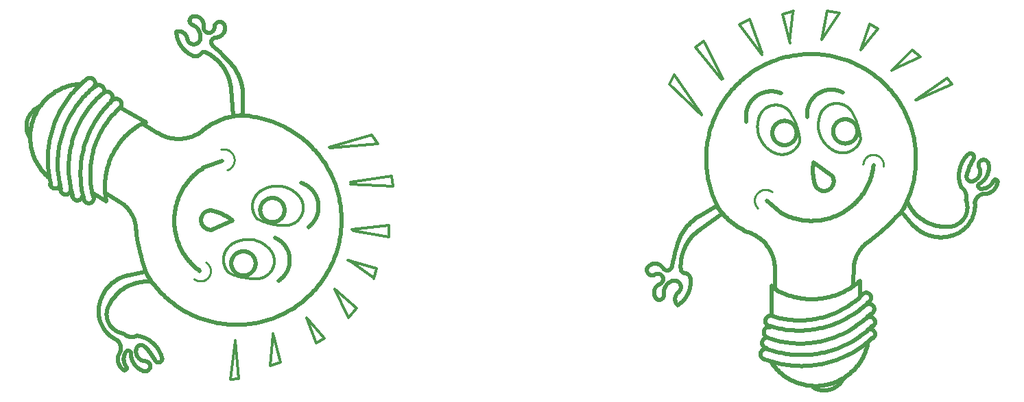
<source format=gbo>
G75*
%MOIN*%
%OFA0B0*%
%FSLAX25Y25*%
%IPPOS*%
%LPD*%
%AMOC8*
5,1,8,0,0,1.08239X$1,22.5*
%
%ADD10C,0.01969*%
%ADD11C,0.01181*%
%ADD12C,0.00984*%
D10*
X0103166Y0047903D02*
X0102889Y0048415D01*
X0102600Y0048921D01*
X0102299Y0049419D01*
X0101987Y0049911D01*
X0101663Y0050394D01*
X0101327Y0050871D01*
X0100981Y0051339D01*
X0100624Y0051799D01*
X0100256Y0052250D01*
X0099877Y0052693D01*
X0099489Y0053126D01*
X0099090Y0053551D01*
X0098681Y0053965D01*
X0098263Y0054371D01*
X0094552Y0054240D02*
X0094490Y0054118D01*
X0094432Y0053994D01*
X0094378Y0053869D01*
X0094327Y0053742D01*
X0094280Y0053614D01*
X0094236Y0053484D01*
X0094196Y0053353D01*
X0094160Y0053221D01*
X0094128Y0053088D01*
X0094100Y0052955D01*
X0094076Y0052820D01*
X0094055Y0052685D01*
X0094038Y0052549D01*
X0094026Y0052413D01*
X0094017Y0052276D01*
X0094012Y0052140D01*
X0094011Y0052003D01*
X0094014Y0051866D01*
X0094021Y0051730D01*
X0094032Y0051593D01*
X0094047Y0051457D01*
X0094065Y0051322D01*
X0094088Y0051187D01*
X0094114Y0051053D01*
X0094145Y0050920D01*
X0094179Y0050787D01*
X0094217Y0050656D01*
X0094259Y0050526D01*
X0094304Y0050397D01*
X0094353Y0050269D01*
X0094406Y0050143D01*
X0094462Y0050018D01*
X0094522Y0049895D01*
X0094586Y0049774D01*
X0094653Y0049655D01*
X0094723Y0049538D01*
X0094797Y0049422D01*
X0094873Y0049309D01*
X0094954Y0049198D01*
X0095037Y0049090D01*
X0095123Y0048984D01*
X0095213Y0048881D01*
X0095305Y0048780D01*
X0095400Y0048682D01*
X0095498Y0048586D01*
X0095599Y0048494D01*
X0095703Y0048404D01*
X0095808Y0048318D01*
X0095917Y0048234D01*
X0096027Y0048154D01*
X0096140Y0048077D01*
X0096255Y0048003D01*
X0096373Y0047933D01*
X0096492Y0047865D01*
X0096613Y0047802D01*
X0096736Y0047742D01*
X0096860Y0047685D01*
X0096986Y0047632D01*
X0097114Y0047583D01*
X0097243Y0047537D01*
X0097373Y0047496D01*
X0097504Y0047457D01*
X0097637Y0047423D01*
X0097770Y0047393D01*
X0097904Y0047366D01*
X0098039Y0047343D01*
X0098175Y0047324D01*
X0098310Y0047310D01*
X0098447Y0047298D01*
X0098583Y0047291D01*
X0098720Y0047288D01*
X0098719Y0047288D02*
X0098816Y0047276D01*
X0098913Y0047260D01*
X0099009Y0047240D01*
X0099104Y0047216D01*
X0099198Y0047189D01*
X0099291Y0047158D01*
X0099383Y0047123D01*
X0099473Y0047085D01*
X0099561Y0047043D01*
X0099648Y0046997D01*
X0099733Y0046948D01*
X0099816Y0046896D01*
X0099897Y0046841D01*
X0099975Y0046782D01*
X0100052Y0046721D01*
X0100125Y0046656D01*
X0100196Y0046589D01*
X0100265Y0046518D01*
X0100330Y0046446D01*
X0100393Y0046370D01*
X0100452Y0046292D01*
X0100508Y0046212D01*
X0100562Y0046130D01*
X0100611Y0046046D01*
X0100658Y0045959D01*
X0100701Y0045871D01*
X0100740Y0045782D01*
X0100776Y0045690D01*
X0100809Y0045598D01*
X0100837Y0045504D01*
X0100862Y0045410D01*
X0100883Y0045314D01*
X0100900Y0045217D01*
X0100914Y0045120D01*
X0100923Y0045023D01*
X0100929Y0044925D01*
X0100931Y0044827D01*
X0100929Y0044729D01*
X0100923Y0044631D01*
X0100913Y0044534D01*
X0100900Y0044437D01*
X0100882Y0044340D01*
X0100861Y0044245D01*
X0100836Y0044150D01*
X0100807Y0044056D01*
X0100774Y0043964D01*
X0100738Y0043873D01*
X0100699Y0043783D01*
X0100655Y0043696D01*
X0100609Y0043609D01*
X0100559Y0043525D01*
X0100505Y0043443D01*
X0100449Y0043363D01*
X0100389Y0043285D01*
X0100326Y0043210D01*
X0100261Y0043137D01*
X0100192Y0043067D01*
X0100121Y0043000D01*
X0100047Y0042936D01*
X0099971Y0042874D01*
X0099892Y0042816D01*
X0099811Y0042761D01*
X0099728Y0042709D01*
X0099643Y0042660D01*
X0099556Y0042615D01*
X0099467Y0042573D01*
X0099377Y0042535D01*
X0099286Y0042500D01*
X0099193Y0042469D01*
X0099098Y0042442D01*
X0099003Y0042419D01*
X0098907Y0042399D01*
X0098811Y0042383D01*
X0098713Y0042371D01*
X0098616Y0042363D01*
X0098518Y0042359D01*
X0098420Y0042358D01*
X0098322Y0042362D01*
X0098224Y0042369D01*
X0098127Y0042380D01*
X0098030Y0042395D01*
X0097934Y0042414D01*
X0097839Y0042437D01*
X0097744Y0042464D01*
X0097651Y0042494D01*
X0097559Y0042528D01*
X0097469Y0042565D01*
X0097380Y0042606D01*
X0106734Y0048571D02*
X0106647Y0048918D01*
X0106551Y0049263D01*
X0106447Y0049605D01*
X0106334Y0049945D01*
X0106213Y0050282D01*
X0106084Y0050617D01*
X0105947Y0050947D01*
X0105802Y0051275D01*
X0105649Y0051598D01*
X0105488Y0051918D01*
X0105319Y0052234D01*
X0105143Y0052546D01*
X0104959Y0052853D01*
X0104768Y0053156D01*
X0104569Y0053454D01*
X0104363Y0053747D01*
X0104151Y0054035D01*
X0103931Y0054318D01*
X0103704Y0054595D01*
X0103471Y0054867D01*
X0103231Y0055133D01*
X0102985Y0055393D01*
X0102732Y0055647D01*
X0102474Y0055895D01*
X0102209Y0056136D01*
X0101939Y0056371D01*
X0101663Y0056599D01*
X0101382Y0056821D01*
X0101095Y0057035D01*
X0100803Y0057243D01*
X0100506Y0057443D01*
X0100205Y0057636D01*
X0099898Y0057822D01*
X0099588Y0058000D01*
X0099273Y0058170D01*
X0098954Y0058333D01*
X0098631Y0058488D01*
X0098304Y0058635D01*
X0097974Y0058774D01*
X0097641Y0058905D01*
X0097305Y0059028D01*
X0096966Y0059143D01*
X0096624Y0059249D01*
X0096279Y0059347D01*
X0095932Y0059437D01*
X0095584Y0059518D01*
X0095233Y0059591D01*
X0094881Y0059655D01*
X0094527Y0059710D01*
X0094526Y0059711D02*
X0094391Y0059645D01*
X0094255Y0059583D01*
X0094117Y0059524D01*
X0093977Y0059469D01*
X0093836Y0059418D01*
X0093694Y0059370D01*
X0093551Y0059326D01*
X0093406Y0059286D01*
X0093261Y0059250D01*
X0093114Y0059217D01*
X0092967Y0059189D01*
X0092819Y0059164D01*
X0092671Y0059144D01*
X0092522Y0059127D01*
X0092372Y0059114D01*
X0092222Y0059105D01*
X0092073Y0059100D01*
X0091923Y0059099D01*
X0091773Y0059102D01*
X0091623Y0059109D01*
X0091473Y0059120D01*
X0091324Y0059135D01*
X0091175Y0059153D01*
X0091027Y0059176D01*
X0090879Y0059203D01*
X0090733Y0059233D01*
X0090587Y0059267D01*
X0090442Y0059305D01*
X0090298Y0059347D01*
X0090155Y0059393D01*
X0090013Y0059443D01*
X0089873Y0059496D01*
X0089734Y0059553D01*
X0089597Y0059613D01*
X0089461Y0059677D01*
X0089328Y0059745D01*
X0089196Y0059816D01*
X0089066Y0059891D01*
X0088938Y0059969D01*
X0088812Y0060050D01*
X0088688Y0060135D01*
X0088566Y0060223D01*
X0088447Y0060314D01*
X0088330Y0060408D01*
X0088216Y0060505D01*
X0088105Y0060606D01*
X0087996Y0060709D01*
X0087890Y0060815D01*
X0087890Y0060814D02*
X0087662Y0060847D01*
X0087435Y0060885D01*
X0087209Y0060930D01*
X0086984Y0060979D01*
X0086761Y0061034D01*
X0086538Y0061095D01*
X0086318Y0061161D01*
X0086099Y0061232D01*
X0085881Y0061309D01*
X0085666Y0061391D01*
X0085453Y0061478D01*
X0085242Y0061571D01*
X0085033Y0061668D01*
X0084827Y0061771D01*
X0084624Y0061879D01*
X0084423Y0061991D01*
X0084225Y0062109D01*
X0084030Y0062231D01*
X0083838Y0062359D01*
X0083649Y0062490D01*
X0083463Y0062627D01*
X0083281Y0062768D01*
X0083102Y0062913D01*
X0082927Y0063063D01*
X0082756Y0063217D01*
X0082588Y0063375D01*
X0082424Y0063537D01*
X0082265Y0063703D01*
X0082109Y0063873D01*
X0081958Y0064046D01*
X0081811Y0064224D01*
X0081669Y0064405D01*
X0081530Y0064589D01*
X0081397Y0064777D01*
X0081268Y0064968D01*
X0081144Y0065162D01*
X0081024Y0065358D01*
X0080910Y0065558D01*
X0080800Y0065761D01*
X0080696Y0065966D01*
X0080596Y0066174D01*
X0080502Y0066384D01*
X0080412Y0066596D01*
X0080328Y0066811D01*
X0080250Y0067027D01*
X0080176Y0067245D01*
X0080108Y0067466D01*
X0080046Y0067687D01*
X0079988Y0067910D01*
X0079937Y0068135D01*
X0079890Y0068360D01*
X0079850Y0068587D01*
X0079815Y0068815D01*
X0079785Y0069043D01*
X0079761Y0069272D01*
X0079743Y0069502D01*
X0079731Y0069732D01*
X0079724Y0069962D01*
X0079722Y0070193D01*
X0079726Y0070423D01*
X0079736Y0070653D01*
X0079752Y0070883D01*
X0079773Y0071112D01*
X0079800Y0071341D01*
X0079832Y0071569D01*
X0079870Y0071796D01*
X0079914Y0072022D01*
X0079963Y0072247D01*
X0080018Y0072471D01*
X0080078Y0072693D01*
X0080143Y0072914D01*
X0080214Y0073133D01*
X0080290Y0073351D01*
X0080372Y0073566D01*
X0080459Y0073780D01*
X0080551Y0073991D01*
X0080648Y0074200D01*
X0080750Y0074406D01*
X0080857Y0074610D01*
X0080969Y0074811D01*
X0075879Y0072295D02*
X0075863Y0071925D01*
X0075856Y0071554D01*
X0075859Y0071184D01*
X0075870Y0070813D01*
X0075890Y0070444D01*
X0075919Y0070074D01*
X0075958Y0069706D01*
X0076005Y0069338D01*
X0076061Y0068972D01*
X0076126Y0068607D01*
X0076200Y0068244D01*
X0076283Y0067883D01*
X0076375Y0067524D01*
X0076475Y0067168D01*
X0076584Y0066814D01*
X0076702Y0066462D01*
X0076828Y0066114D01*
X0076962Y0065769D01*
X0077105Y0065427D01*
X0077257Y0065089D01*
X0077416Y0064754D01*
X0077584Y0064424D01*
X0077759Y0064098D01*
X0077942Y0063776D01*
X0078134Y0063459D01*
X0078333Y0063146D01*
X0078539Y0062838D01*
X0078753Y0062536D01*
X0078974Y0062239D01*
X0079202Y0061947D01*
X0079438Y0061661D01*
X0079680Y0061381D01*
X0079929Y0061107D01*
X0080185Y0060838D01*
X0080447Y0060577D01*
X0080716Y0060321D01*
X0080990Y0060073D01*
X0081271Y0059831D01*
X0081557Y0059596D01*
X0081849Y0059368D01*
X0082147Y0059147D01*
X0082449Y0058933D01*
X0082757Y0058727D01*
X0083070Y0058529D01*
X0083388Y0058338D01*
X0083710Y0058155D01*
X0084036Y0057980D01*
X0084367Y0057813D01*
X0084701Y0057654D01*
X0084810Y0057563D01*
X0084916Y0057468D01*
X0085020Y0057370D01*
X0085121Y0057270D01*
X0085219Y0057167D01*
X0085314Y0057062D01*
X0085407Y0056953D01*
X0085496Y0056843D01*
X0085583Y0056730D01*
X0085666Y0056614D01*
X0085746Y0056497D01*
X0085823Y0056377D01*
X0085897Y0056255D01*
X0085967Y0056132D01*
X0086034Y0056006D01*
X0086097Y0055879D01*
X0086157Y0055750D01*
X0086214Y0055619D01*
X0086267Y0055487D01*
X0086316Y0055354D01*
X0086362Y0055219D01*
X0086404Y0055083D01*
X0086442Y0054946D01*
X0086476Y0054808D01*
X0086507Y0054669D01*
X0086534Y0054529D01*
X0086557Y0054389D01*
X0086577Y0054248D01*
X0086592Y0054106D01*
X0086604Y0053965D01*
X0086612Y0053823D01*
X0086615Y0053680D01*
X0086616Y0053538D01*
X0086612Y0053396D01*
X0086604Y0053254D01*
X0086593Y0053112D01*
X0086577Y0052971D01*
X0086558Y0052830D01*
X0086535Y0052689D01*
X0086508Y0052549D01*
X0086477Y0052411D01*
X0086443Y0052272D01*
X0086405Y0052135D01*
X0086363Y0051999D01*
X0086318Y0051865D01*
X0086268Y0051731D01*
X0086216Y0051599D01*
X0086159Y0051468D01*
X0086099Y0051339D01*
X0086036Y0051212D01*
X0085969Y0051086D01*
X0085899Y0050963D01*
X0085825Y0050841D01*
X0085749Y0050721D01*
X0085669Y0050603D01*
X0085585Y0050488D01*
X0085499Y0050375D01*
X0088727Y0051239D02*
X0088746Y0051312D01*
X0088769Y0051384D01*
X0088796Y0051455D01*
X0088826Y0051524D01*
X0088860Y0051591D01*
X0088897Y0051657D01*
X0088938Y0051721D01*
X0088981Y0051783D01*
X0089028Y0051842D01*
X0089078Y0051899D01*
X0089130Y0051953D01*
X0089185Y0052005D01*
X0089243Y0052053D01*
X0089303Y0052099D01*
X0089366Y0052142D01*
X0089430Y0052181D01*
X0089497Y0052217D01*
X0089565Y0052250D01*
X0089634Y0052279D01*
X0089706Y0052304D01*
X0089778Y0052326D01*
X0089851Y0052344D01*
X0089925Y0052359D01*
X0090000Y0052369D01*
X0090075Y0052376D01*
X0090151Y0052379D01*
X0090226Y0052378D01*
X0090302Y0052373D01*
X0090377Y0052365D01*
X0090451Y0052352D01*
X0090525Y0052336D01*
X0090598Y0052316D01*
X0090670Y0052293D01*
X0090740Y0052266D01*
X0090809Y0052235D01*
X0090877Y0052201D01*
X0090942Y0052163D01*
X0091006Y0052122D01*
X0091067Y0052078D01*
X0091126Y0052031D01*
X0091183Y0051981D01*
X0091237Y0051928D01*
X0091288Y0051873D01*
X0091336Y0051815D01*
X0091382Y0051754D01*
X0091424Y0051691D01*
X0091463Y0051627D01*
X0091498Y0051560D01*
X0091530Y0051492D01*
X0091559Y0051422D01*
X0085499Y0050375D02*
X0085451Y0050222D01*
X0085406Y0050068D01*
X0085365Y0049913D01*
X0085328Y0049756D01*
X0085295Y0049599D01*
X0085265Y0049442D01*
X0085240Y0049283D01*
X0085218Y0049124D01*
X0085201Y0048965D01*
X0085187Y0048805D01*
X0085177Y0048645D01*
X0085172Y0048484D01*
X0085170Y0048324D01*
X0085172Y0048163D01*
X0085179Y0048003D01*
X0085189Y0047843D01*
X0085203Y0047683D01*
X0085221Y0047524D01*
X0085243Y0047365D01*
X0085269Y0047206D01*
X0085299Y0047049D01*
X0085333Y0046892D01*
X0085370Y0046736D01*
X0085412Y0046581D01*
X0085457Y0046427D01*
X0085506Y0046274D01*
X0085559Y0046122D01*
X0085616Y0045972D01*
X0085676Y0045824D01*
X0085740Y0045676D01*
X0085808Y0045531D01*
X0085879Y0045387D01*
X0085954Y0045245D01*
X0086032Y0045105D01*
X0086114Y0044967D01*
X0086199Y0044831D01*
X0086287Y0044697D01*
X0086379Y0044565D01*
X0086474Y0044436D01*
X0086572Y0044309D01*
X0086673Y0044184D01*
X0086778Y0044062D01*
X0086885Y0043943D01*
X0086995Y0043826D01*
X0087108Y0043712D01*
X0087224Y0043601D01*
X0087342Y0043493D01*
X0087464Y0043388D01*
X0087587Y0043286D01*
X0087714Y0043187D01*
X0087762Y0043145D01*
X0087814Y0043106D01*
X0087867Y0043070D01*
X0087923Y0043037D01*
X0087980Y0043008D01*
X0088039Y0042982D01*
X0088099Y0042959D01*
X0088161Y0042941D01*
X0088224Y0042926D01*
X0088287Y0042915D01*
X0088351Y0042908D01*
X0088415Y0042904D01*
X0088480Y0042905D01*
X0088544Y0042909D01*
X0088608Y0042917D01*
X0088671Y0042929D01*
X0088734Y0042945D01*
X0088795Y0042964D01*
X0088855Y0042987D01*
X0088914Y0043014D01*
X0088971Y0043044D01*
X0089026Y0043078D01*
X0089079Y0043114D01*
X0089129Y0043154D01*
X0089177Y0043197D01*
X0089223Y0043243D01*
X0089265Y0043291D01*
X0089305Y0043342D01*
X0089342Y0043395D01*
X0089375Y0043450D01*
X0089405Y0043507D01*
X0089432Y0043565D01*
X0089455Y0043626D01*
X0089474Y0043687D01*
X0089489Y0043749D01*
X0089501Y0043813D01*
X0089509Y0043877D01*
X0089513Y0043941D01*
X0089514Y0044005D01*
X0089510Y0044070D01*
X0089503Y0044134D01*
X0089491Y0044197D01*
X0089476Y0044260D01*
X0089458Y0044321D01*
X0089435Y0044382D01*
X0089409Y0044441D01*
X0089380Y0044498D01*
X0089284Y0044624D01*
X0089191Y0044753D01*
X0089102Y0044884D01*
X0089016Y0045018D01*
X0088933Y0045153D01*
X0088853Y0045291D01*
X0088777Y0045430D01*
X0088705Y0045572D01*
X0088636Y0045715D01*
X0088571Y0045859D01*
X0088509Y0046006D01*
X0088451Y0046154D01*
X0088397Y0046303D01*
X0088347Y0046454D01*
X0088300Y0046606D01*
X0088257Y0046759D01*
X0088219Y0046913D01*
X0088184Y0047068D01*
X0088152Y0047223D01*
X0088125Y0047380D01*
X0088102Y0047537D01*
X0088083Y0047695D01*
X0088067Y0047853D01*
X0088056Y0048011D01*
X0088049Y0048170D01*
X0088045Y0048329D01*
X0088046Y0048488D01*
X0088050Y0048646D01*
X0088059Y0048805D01*
X0088072Y0048963D01*
X0088088Y0049121D01*
X0088109Y0049279D01*
X0088133Y0049436D01*
X0088161Y0049592D01*
X0088194Y0049748D01*
X0088230Y0049902D01*
X0088270Y0050056D01*
X0088314Y0050209D01*
X0088362Y0050360D01*
X0088413Y0050510D01*
X0088469Y0050659D01*
X0088528Y0050807D01*
X0088590Y0050953D01*
X0088657Y0051097D01*
X0088727Y0051240D01*
X0094551Y0054241D02*
X0094615Y0054315D01*
X0094682Y0054386D01*
X0094751Y0054455D01*
X0094823Y0054521D01*
X0094897Y0054584D01*
X0094974Y0054644D01*
X0095053Y0054701D01*
X0095135Y0054755D01*
X0095218Y0054805D01*
X0095303Y0054853D01*
X0095390Y0054897D01*
X0095479Y0054937D01*
X0095569Y0054974D01*
X0095661Y0055007D01*
X0095754Y0055037D01*
X0095848Y0055063D01*
X0095943Y0055086D01*
X0096039Y0055104D01*
X0096135Y0055119D01*
X0096232Y0055130D01*
X0096329Y0055137D01*
X0096427Y0055141D01*
X0096524Y0055140D01*
X0096622Y0055136D01*
X0096719Y0055128D01*
X0096816Y0055116D01*
X0096912Y0055100D01*
X0097008Y0055081D01*
X0097103Y0055058D01*
X0097196Y0055031D01*
X0097289Y0055000D01*
X0097380Y0054966D01*
X0097470Y0054928D01*
X0097559Y0054887D01*
X0097645Y0054843D01*
X0097730Y0054795D01*
X0097813Y0054743D01*
X0097894Y0054689D01*
X0097973Y0054631D01*
X0098049Y0054570D01*
X0098123Y0054507D01*
X0098194Y0054440D01*
X0098263Y0054371D01*
X0091560Y0051422D02*
X0091552Y0051205D01*
X0091550Y0050987D01*
X0091553Y0050770D01*
X0091561Y0050553D01*
X0091575Y0050336D01*
X0091594Y0050120D01*
X0091618Y0049904D01*
X0091647Y0049689D01*
X0091682Y0049474D01*
X0091721Y0049261D01*
X0091766Y0049048D01*
X0091816Y0048837D01*
X0091871Y0048627D01*
X0091931Y0048418D01*
X0091997Y0048211D01*
X0092067Y0048005D01*
X0092142Y0047801D01*
X0092222Y0047599D01*
X0092307Y0047399D01*
X0092397Y0047201D01*
X0092491Y0047006D01*
X0092591Y0046813D01*
X0092695Y0046622D01*
X0092803Y0046434D01*
X0092916Y0046248D01*
X0093034Y0046065D01*
X0093155Y0045886D01*
X0093282Y0045709D01*
X0093412Y0045535D01*
X0093547Y0045365D01*
X0093685Y0045197D01*
X0093828Y0045034D01*
X0093975Y0044873D01*
X0094125Y0044717D01*
X0094280Y0044564D01*
X0094438Y0044414D01*
X0094599Y0044269D01*
X0094764Y0044128D01*
X0094932Y0043990D01*
X0095104Y0043857D01*
X0095279Y0043728D01*
X0095457Y0043603D01*
X0095637Y0043483D01*
X0095821Y0043367D01*
X0096007Y0043256D01*
X0096197Y0043149D01*
X0096388Y0043046D01*
X0096582Y0042949D01*
X0096779Y0042856D01*
X0096977Y0042768D01*
X0097178Y0042684D01*
X0097380Y0042606D01*
X0103166Y0047903D02*
X0103194Y0047822D01*
X0103226Y0047744D01*
X0103262Y0047666D01*
X0103301Y0047591D01*
X0103344Y0047517D01*
X0103390Y0047446D01*
X0103439Y0047377D01*
X0103491Y0047310D01*
X0103547Y0047245D01*
X0103605Y0047184D01*
X0103666Y0047125D01*
X0103730Y0047068D01*
X0103797Y0047015D01*
X0103865Y0046965D01*
X0103937Y0046919D01*
X0104010Y0046875D01*
X0104085Y0046836D01*
X0104162Y0046799D01*
X0104240Y0046766D01*
X0104320Y0046737D01*
X0104401Y0046712D01*
X0104483Y0046690D01*
X0104567Y0046673D01*
X0104650Y0046659D01*
X0104735Y0046649D01*
X0104820Y0046643D01*
X0104905Y0046641D01*
X0104990Y0046643D01*
X0105074Y0046649D01*
X0105159Y0046659D01*
X0105243Y0046672D01*
X0105326Y0046690D01*
X0105408Y0046711D01*
X0105490Y0046736D01*
X0105569Y0046765D01*
X0105648Y0046798D01*
X0105725Y0046834D01*
X0105800Y0046874D01*
X0105873Y0046917D01*
X0105944Y0046964D01*
X0106013Y0047014D01*
X0106080Y0047067D01*
X0106144Y0047123D01*
X0106205Y0047182D01*
X0106264Y0047243D01*
X0106319Y0047308D01*
X0106372Y0047375D01*
X0106421Y0047444D01*
X0106467Y0047515D01*
X0106510Y0047589D01*
X0106549Y0047664D01*
X0106585Y0047741D01*
X0106617Y0047820D01*
X0106645Y0047900D01*
X0106670Y0047981D01*
X0106691Y0048064D01*
X0106708Y0048147D01*
X0106721Y0048231D01*
X0106730Y0048316D01*
X0106736Y0048401D01*
X0106737Y0048486D01*
X0106734Y0048571D01*
X0080969Y0074812D02*
X0081201Y0075251D01*
X0081443Y0075685D01*
X0081696Y0076112D01*
X0081959Y0076534D01*
X0082232Y0076949D01*
X0082515Y0077357D01*
X0082808Y0077759D01*
X0083111Y0078153D01*
X0083422Y0078540D01*
X0083743Y0078919D01*
X0084073Y0079291D01*
X0084412Y0079654D01*
X0084760Y0080009D01*
X0085116Y0080356D01*
X0085480Y0080693D01*
X0085853Y0081022D01*
X0086233Y0081342D01*
X0086621Y0081653D01*
X0087016Y0081954D01*
X0087418Y0082246D01*
X0087827Y0082528D01*
X0088243Y0082800D01*
X0088665Y0083062D01*
X0089094Y0083313D01*
X0089528Y0083554D01*
X0089968Y0083785D01*
X0090414Y0084005D01*
X0090865Y0084214D01*
X0091320Y0084412D01*
X0091780Y0084599D01*
X0092245Y0084775D01*
X0092714Y0084940D01*
X0093186Y0085094D01*
X0093662Y0085236D01*
X0094142Y0085366D01*
X0094624Y0085485D01*
X0095109Y0085592D01*
X0095597Y0085688D01*
X0096087Y0085772D01*
X0096578Y0085843D01*
X0097072Y0085903D01*
X0097566Y0085952D01*
X0098062Y0085988D01*
X0098558Y0086012D01*
X0099055Y0086024D01*
X0099552Y0086025D01*
X0100048Y0086013D01*
X0100545Y0085989D01*
X0101040Y0085954D01*
X0098327Y0090702D02*
X0090654Y0089223D01*
X0090223Y0089134D01*
X0089794Y0089035D01*
X0089368Y0088926D01*
X0088944Y0088807D01*
X0088524Y0088677D01*
X0088106Y0088537D01*
X0087693Y0088388D01*
X0087283Y0088228D01*
X0086877Y0088059D01*
X0086475Y0087879D01*
X0086077Y0087691D01*
X0085684Y0087492D01*
X0085297Y0087284D01*
X0084914Y0087067D01*
X0084536Y0086841D01*
X0084164Y0086606D01*
X0083798Y0086362D01*
X0083438Y0086109D01*
X0083084Y0085847D01*
X0082737Y0085578D01*
X0082396Y0085299D01*
X0082062Y0085013D01*
X0081735Y0084719D01*
X0081415Y0084416D01*
X0081102Y0084107D01*
X0080797Y0083789D01*
X0080500Y0083465D01*
X0080211Y0083134D01*
X0079929Y0082795D01*
X0079656Y0082450D01*
X0079392Y0082098D01*
X0079136Y0081741D01*
X0078888Y0081377D01*
X0078650Y0081007D01*
X0078420Y0080632D01*
X0078200Y0080251D01*
X0077989Y0079865D01*
X0077787Y0079474D01*
X0077594Y0079078D01*
X0077412Y0078678D01*
X0077238Y0078273D01*
X0077075Y0077865D01*
X0076922Y0077452D01*
X0076778Y0077036D01*
X0076645Y0076617D01*
X0076522Y0076194D01*
X0076409Y0075769D01*
X0076306Y0075341D01*
X0076214Y0074911D01*
X0076132Y0074479D01*
X0076060Y0074044D01*
X0075999Y0073609D01*
X0075949Y0073172D01*
X0075909Y0072733D01*
X0075879Y0072294D01*
X0130641Y0120689D02*
X0131205Y0120562D01*
X0131766Y0120421D01*
X0132322Y0120266D01*
X0132875Y0120098D01*
X0133424Y0119916D01*
X0133968Y0119721D01*
X0134507Y0119512D01*
X0135041Y0119291D01*
X0135569Y0119056D01*
X0136091Y0118809D01*
X0136608Y0118548D01*
X0137117Y0118276D01*
X0137620Y0117990D01*
X0138115Y0117693D01*
X0138604Y0117384D01*
X0139084Y0117062D01*
X0139556Y0116729D01*
X0140020Y0116385D01*
X0140476Y0116029D01*
X0140923Y0115662D01*
X0131137Y0111310D01*
X0131137Y0111311D02*
X0131002Y0111290D01*
X0130867Y0111272D01*
X0130731Y0111259D01*
X0130595Y0111250D01*
X0130459Y0111244D01*
X0130323Y0111243D01*
X0130186Y0111245D01*
X0130050Y0111252D01*
X0129914Y0111262D01*
X0129778Y0111276D01*
X0129643Y0111295D01*
X0129509Y0111317D01*
X0129375Y0111343D01*
X0129242Y0111372D01*
X0129110Y0111406D01*
X0128978Y0111443D01*
X0128848Y0111484D01*
X0128720Y0111529D01*
X0128592Y0111578D01*
X0128466Y0111630D01*
X0128342Y0111686D01*
X0128219Y0111745D01*
X0128098Y0111808D01*
X0127979Y0111875D01*
X0127862Y0111945D01*
X0127747Y0112018D01*
X0127634Y0112094D01*
X0127523Y0112174D01*
X0127415Y0112257D01*
X0127309Y0112342D01*
X0127205Y0112431D01*
X0127105Y0112523D01*
X0127007Y0112618D01*
X0126911Y0112716D01*
X0126819Y0112816D01*
X0126729Y0112919D01*
X0126643Y0113024D01*
X0126559Y0113132D01*
X0126479Y0113242D01*
X0126402Y0113355D01*
X0126328Y0113469D01*
X0126258Y0113586D01*
X0126190Y0113705D01*
X0126127Y0113825D01*
X0126067Y0113948D01*
X0126010Y0114072D01*
X0125957Y0114198D01*
X0125908Y0114325D01*
X0125862Y0114453D01*
X0125820Y0114583D01*
X0125782Y0114714D01*
X0125748Y0114846D01*
X0125717Y0114979D01*
X0125691Y0115113D01*
X0125668Y0115247D01*
X0125649Y0115382D01*
X0125634Y0115518D01*
X0125623Y0115654D01*
X0125615Y0115790D01*
X0125612Y0115926D01*
X0125613Y0116062D01*
X0125617Y0116199D01*
X0125626Y0116335D01*
X0125638Y0116471D01*
X0125655Y0116606D01*
X0125675Y0116741D01*
X0125699Y0116875D01*
X0125727Y0117009D01*
X0125759Y0117141D01*
X0125795Y0117273D01*
X0125834Y0117403D01*
X0125877Y0117533D01*
X0125924Y0117661D01*
X0125975Y0117787D01*
X0126029Y0117913D01*
X0126087Y0118036D01*
X0126148Y0118158D01*
X0126213Y0118278D01*
X0126281Y0118396D01*
X0126353Y0118512D01*
X0126428Y0118626D01*
X0126506Y0118738D01*
X0126587Y0118847D01*
X0126672Y0118954D01*
X0126759Y0119059D01*
X0126850Y0119161D01*
X0126943Y0119260D01*
X0127040Y0119357D01*
X0127139Y0119450D01*
X0127240Y0119541D01*
X0127345Y0119629D01*
X0127451Y0119714D01*
X0127561Y0119796D01*
X0127672Y0119874D01*
X0127786Y0119950D01*
X0127901Y0120022D01*
X0128019Y0120090D01*
X0128139Y0120155D01*
X0128261Y0120217D01*
X0128384Y0120275D01*
X0128509Y0120330D01*
X0128635Y0120381D01*
X0128763Y0120428D01*
X0128893Y0120472D01*
X0129023Y0120512D01*
X0129154Y0120548D01*
X0129287Y0120580D01*
X0129420Y0120609D01*
X0129554Y0120633D01*
X0129689Y0120654D01*
X0129825Y0120671D01*
X0129960Y0120684D01*
X0130096Y0120693D01*
X0130233Y0120698D01*
X0130369Y0120699D01*
X0130505Y0120696D01*
X0130642Y0120689D01*
X0099638Y0089036D02*
X0100310Y0087985D01*
X0101008Y0086950D01*
X0101732Y0085932D01*
X0102480Y0084933D01*
X0103252Y0083952D01*
X0104048Y0082990D01*
X0104867Y0082048D01*
X0105710Y0081126D01*
X0106574Y0080226D01*
X0107460Y0079347D01*
X0108368Y0078489D01*
X0109296Y0077654D01*
X0110244Y0076843D01*
X0111212Y0076054D01*
X0112199Y0075290D01*
X0113205Y0074550D01*
X0114228Y0073834D01*
X0115269Y0073145D01*
X0116326Y0072480D01*
X0117399Y0071842D01*
X0118487Y0071230D01*
X0119590Y0070646D01*
X0120707Y0070088D01*
X0121837Y0069558D01*
X0122980Y0069055D01*
X0124135Y0068581D01*
X0125301Y0068135D01*
X0126478Y0067718D01*
X0127664Y0067330D01*
X0128860Y0066971D01*
X0130064Y0066641D01*
X0131276Y0066341D01*
X0132495Y0066071D01*
X0133720Y0065831D01*
X0134950Y0065620D01*
X0136186Y0065440D01*
X0137425Y0065290D01*
X0138668Y0065171D01*
X0139913Y0065082D01*
X0141160Y0065023D01*
X0142408Y0064996D01*
X0143657Y0064998D01*
X0144905Y0065032D01*
X0146151Y0065095D01*
X0147396Y0065190D01*
X0148638Y0065314D01*
X0149877Y0065469D01*
X0151112Y0065655D01*
X0152341Y0065870D01*
X0153565Y0066116D01*
X0154783Y0066392D01*
X0155994Y0066697D01*
X0157196Y0067032D01*
X0158390Y0067396D01*
X0159575Y0067789D01*
X0160750Y0068211D01*
X0161914Y0068662D01*
X0163067Y0069141D01*
X0164208Y0069648D01*
X0165336Y0070183D01*
X0166450Y0070746D01*
X0167551Y0071336D01*
X0168636Y0071952D01*
X0169707Y0072595D01*
X0170761Y0073264D01*
X0171798Y0073958D01*
X0172818Y0074678D01*
X0173821Y0075422D01*
X0174804Y0076191D01*
X0175769Y0076983D01*
X0176714Y0077799D01*
X0177639Y0078638D01*
X0178542Y0079499D01*
X0179425Y0080382D01*
X0180286Y0081286D01*
X0181124Y0082212D01*
X0181939Y0083157D01*
X0182731Y0084122D01*
X0183499Y0085106D01*
X0184243Y0086109D01*
X0184962Y0087130D01*
X0185655Y0088168D01*
X0186323Y0089222D01*
X0186966Y0090293D01*
X0187581Y0091379D01*
X0188170Y0092480D01*
X0188732Y0093595D01*
X0189266Y0094723D01*
X0189773Y0095864D01*
X0190251Y0097017D01*
X0190701Y0098182D01*
X0191123Y0099357D01*
X0191515Y0100542D01*
X0191879Y0101736D01*
X0192213Y0102939D01*
X0192517Y0104150D01*
X0192792Y0105368D01*
X0193037Y0106592D01*
X0193251Y0107822D01*
X0193436Y0109056D01*
X0193590Y0110295D01*
X0193714Y0111538D01*
X0193808Y0112782D01*
X0193871Y0114029D01*
X0193903Y0115277D01*
X0193905Y0116526D01*
X0193876Y0117774D01*
X0193817Y0119021D01*
X0193727Y0120266D01*
X0193607Y0121509D01*
X0193457Y0122748D01*
X0193276Y0123983D01*
X0193065Y0125214D01*
X0192823Y0126439D01*
X0192552Y0127657D01*
X0192251Y0128869D01*
X0191921Y0130073D01*
X0191561Y0131268D01*
X0191172Y0132454D01*
X0190754Y0133631D01*
X0190308Y0134797D01*
X0189833Y0135951D01*
X0189330Y0137094D01*
X0188799Y0138224D01*
X0188240Y0139340D01*
X0187655Y0140443D01*
X0187042Y0141531D01*
X0186404Y0142603D01*
X0185739Y0143660D01*
X0185048Y0144700D01*
X0184332Y0145723D01*
X0183591Y0146728D01*
X0182826Y0147714D01*
X0182037Y0148682D01*
X0181225Y0149630D01*
X0180390Y0150557D01*
X0179532Y0151464D01*
X0178652Y0152350D01*
X0177751Y0153214D01*
X0176828Y0154055D01*
X0175886Y0154874D01*
X0174924Y0155670D01*
X0173942Y0156441D01*
X0172942Y0157189D01*
X0171924Y0157911D01*
X0170889Y0158609D01*
X0169837Y0159281D01*
X0168768Y0159927D01*
X0167685Y0160546D01*
X0166586Y0161139D01*
X0165473Y0161705D01*
X0164347Y0162243D01*
X0163208Y0162754D01*
X0162056Y0163237D01*
X0160893Y0163691D01*
X0159720Y0164117D01*
X0158536Y0164514D01*
X0157343Y0164881D01*
X0156141Y0165220D01*
X0154932Y0165529D01*
X0153715Y0165808D01*
X0152492Y0166057D01*
X0151263Y0166276D01*
X0150029Y0166465D01*
X0148790Y0166624D01*
X0147549Y0166753D01*
X0146304Y0166851D01*
X0145057Y0166918D01*
X0145936Y0166865D02*
X0145979Y0176388D01*
X0140183Y0179734D02*
X0141346Y0166788D01*
X0145979Y0176387D02*
X0145974Y0176970D01*
X0145956Y0177553D01*
X0145923Y0178135D01*
X0145876Y0178716D01*
X0145815Y0179296D01*
X0145740Y0179874D01*
X0145650Y0180450D01*
X0145547Y0181023D01*
X0145430Y0181594D01*
X0145299Y0182163D01*
X0145154Y0182727D01*
X0144996Y0183288D01*
X0144824Y0183845D01*
X0144639Y0184398D01*
X0144440Y0184946D01*
X0144228Y0185489D01*
X0144002Y0186026D01*
X0143764Y0186558D01*
X0143513Y0187084D01*
X0143249Y0187604D01*
X0142973Y0188117D01*
X0142684Y0188624D01*
X0142383Y0189123D01*
X0142070Y0189615D01*
X0141745Y0190099D01*
X0141408Y0190575D01*
X0141060Y0191042D01*
X0140701Y0191501D01*
X0140330Y0191951D01*
X0139949Y0192392D01*
X0139557Y0192824D01*
X0127859Y0197760D02*
X0127785Y0197793D01*
X0127710Y0197823D01*
X0127634Y0197849D01*
X0127556Y0197871D01*
X0127477Y0197890D01*
X0127398Y0197905D01*
X0127318Y0197916D01*
X0127237Y0197924D01*
X0127156Y0197928D01*
X0127076Y0197927D01*
X0126995Y0197923D01*
X0126914Y0197916D01*
X0126834Y0197904D01*
X0126755Y0197889D01*
X0126676Y0197870D01*
X0126599Y0197847D01*
X0126522Y0197821D01*
X0126447Y0197791D01*
X0126374Y0197757D01*
X0126302Y0197720D01*
X0126232Y0197680D01*
X0126164Y0197636D01*
X0126098Y0197589D01*
X0126034Y0197540D01*
X0125973Y0197487D01*
X0125914Y0197431D01*
X0125858Y0197373D01*
X0125805Y0197312D01*
X0125755Y0197249D01*
X0125707Y0197183D01*
X0125641Y0197089D01*
X0125571Y0196997D01*
X0125498Y0196908D01*
X0125422Y0196821D01*
X0125343Y0196736D01*
X0125261Y0196655D01*
X0125177Y0196576D01*
X0125090Y0196500D01*
X0125000Y0196427D01*
X0124909Y0196357D01*
X0124814Y0196290D01*
X0124718Y0196227D01*
X0124619Y0196167D01*
X0124519Y0196110D01*
X0124417Y0196056D01*
X0124312Y0196006D01*
X0124207Y0195960D01*
X0124099Y0195917D01*
X0123991Y0195878D01*
X0123881Y0195842D01*
X0123770Y0195810D01*
X0123658Y0195782D01*
X0123545Y0195758D01*
X0123431Y0195738D01*
X0123317Y0195721D01*
X0123202Y0195709D01*
X0123087Y0195700D01*
X0122972Y0195695D01*
X0122856Y0195694D01*
X0122741Y0195697D01*
X0122625Y0195704D01*
X0122511Y0195715D01*
X0122396Y0195729D01*
X0122282Y0195748D01*
X0122169Y0195770D01*
X0122056Y0195796D01*
X0121945Y0195826D01*
X0121834Y0195860D01*
X0121725Y0195897D01*
X0121617Y0195938D01*
X0121510Y0195982D01*
X0121405Y0196031D01*
X0118903Y0204294D02*
X0118921Y0204183D01*
X0118943Y0204072D01*
X0118969Y0203963D01*
X0118999Y0203854D01*
X0119033Y0203746D01*
X0119070Y0203640D01*
X0119111Y0203535D01*
X0119156Y0203432D01*
X0119204Y0203330D01*
X0119256Y0203230D01*
X0119311Y0203132D01*
X0119370Y0203036D01*
X0119432Y0202942D01*
X0119497Y0202850D01*
X0119566Y0202761D01*
X0119638Y0202674D01*
X0119712Y0202590D01*
X0119790Y0202508D01*
X0119870Y0202429D01*
X0119953Y0202353D01*
X0120039Y0202280D01*
X0120127Y0202210D01*
X0120218Y0202143D01*
X0120311Y0202079D01*
X0120406Y0202019D01*
X0120503Y0201962D01*
X0120602Y0201908D01*
X0120703Y0201858D01*
X0120805Y0201811D01*
X0120909Y0201769D01*
X0121015Y0201729D01*
X0121122Y0201694D01*
X0121230Y0201662D01*
X0121339Y0201634D01*
X0121449Y0201610D01*
X0121560Y0201590D01*
X0121672Y0201574D01*
X0121784Y0201562D01*
X0121896Y0201553D01*
X0122008Y0201549D01*
X0122121Y0201548D01*
X0122234Y0201552D01*
X0122346Y0201559D01*
X0122458Y0201570D01*
X0122570Y0201586D01*
X0122681Y0201605D01*
X0122791Y0201628D01*
X0122900Y0201655D01*
X0123009Y0201686D01*
X0123116Y0201720D01*
X0123222Y0201758D01*
X0123326Y0201800D01*
X0123429Y0201846D01*
X0123531Y0201895D01*
X0123630Y0201948D01*
X0123728Y0202004D01*
X0123824Y0202063D01*
X0123917Y0202126D01*
X0124008Y0202192D01*
X0124097Y0202262D01*
X0124183Y0202334D01*
X0124267Y0202409D01*
X0124348Y0202488D01*
X0124426Y0202569D01*
X0124502Y0202652D01*
X0124574Y0202739D01*
X0124643Y0202827D01*
X0124710Y0202918D01*
X0124773Y0203012D01*
X0124832Y0203107D01*
X0124888Y0203205D01*
X0124941Y0203305D01*
X0124990Y0203406D01*
X0125036Y0203509D01*
X0125078Y0203613D01*
X0125116Y0203719D01*
X0125151Y0203827D01*
X0125182Y0203935D01*
X0125209Y0204044D01*
X0125232Y0204155D01*
X0125251Y0204265D01*
X0131389Y0200723D02*
X0131318Y0200787D01*
X0131250Y0200854D01*
X0131184Y0200924D01*
X0131121Y0200997D01*
X0131061Y0201072D01*
X0131005Y0201149D01*
X0130951Y0201229D01*
X0130901Y0201311D01*
X0130854Y0201395D01*
X0130811Y0201480D01*
X0130771Y0201568D01*
X0130735Y0201657D01*
X0130702Y0201747D01*
X0130673Y0201838D01*
X0130648Y0201931D01*
X0130626Y0202024D01*
X0130609Y0202119D01*
X0130595Y0202214D01*
X0130585Y0202309D01*
X0130579Y0202405D01*
X0130577Y0202501D01*
X0130579Y0202597D01*
X0130584Y0202693D01*
X0130594Y0202788D01*
X0130607Y0202883D01*
X0130625Y0202978D01*
X0130646Y0203071D01*
X0130671Y0203164D01*
X0130699Y0203256D01*
X0130732Y0203346D01*
X0130768Y0203435D01*
X0130807Y0203522D01*
X0130850Y0203608D01*
X0130897Y0203692D01*
X0130947Y0203774D01*
X0131000Y0203854D01*
X0131057Y0203932D01*
X0131116Y0204007D01*
X0131179Y0204080D01*
X0131244Y0204150D01*
X0131312Y0204218D01*
X0131383Y0204282D01*
X0131457Y0204344D01*
X0131533Y0204403D01*
X0131611Y0204458D01*
X0131691Y0204511D01*
X0131774Y0204560D01*
X0131858Y0204605D01*
X0131944Y0204647D01*
X0132032Y0204686D01*
X0132122Y0204721D01*
X0132212Y0204752D01*
X0132304Y0204780D01*
X0132397Y0204804D01*
X0132491Y0204824D01*
X0132586Y0204840D01*
X0132681Y0204853D01*
X0132776Y0204861D01*
X0132872Y0204866D01*
X0132872Y0204867D02*
X0133004Y0204872D01*
X0133136Y0204882D01*
X0133268Y0204895D01*
X0133399Y0204913D01*
X0133530Y0204934D01*
X0133660Y0204959D01*
X0133790Y0204988D01*
X0133918Y0205020D01*
X0134045Y0205056D01*
X0134172Y0205096D01*
X0134297Y0205140D01*
X0134421Y0205187D01*
X0134543Y0205238D01*
X0134664Y0205293D01*
X0134783Y0205351D01*
X0134900Y0205412D01*
X0135016Y0205477D01*
X0135129Y0205545D01*
X0135241Y0205617D01*
X0135350Y0205692D01*
X0135457Y0205770D01*
X0135562Y0205851D01*
X0135665Y0205935D01*
X0135764Y0206022D01*
X0135862Y0206112D01*
X0135956Y0206204D01*
X0136048Y0206300D01*
X0136137Y0206398D01*
X0136223Y0206499D01*
X0136306Y0206602D01*
X0136387Y0206707D01*
X0136463Y0206815D01*
X0136537Y0206925D01*
X0136608Y0207037D01*
X0136675Y0207152D01*
X0136739Y0207268D01*
X0136799Y0207386D01*
X0136856Y0207505D01*
X0136909Y0207627D01*
X0136959Y0207749D01*
X0137005Y0207874D01*
X0137048Y0207999D01*
X0137087Y0208126D01*
X0137122Y0208254D01*
X0137153Y0208382D01*
X0137181Y0208512D01*
X0137204Y0208642D01*
X0137224Y0208773D01*
X0137240Y0208905D01*
X0137252Y0209037D01*
X0137261Y0209169D01*
X0137265Y0209301D01*
X0137266Y0209434D01*
X0137262Y0209566D01*
X0137255Y0209699D01*
X0137244Y0209831D01*
X0137229Y0209962D01*
X0137210Y0210093D01*
X0137188Y0210224D01*
X0137161Y0210354D01*
X0137131Y0210483D01*
X0137097Y0210611D01*
X0137097Y0210610D02*
X0137068Y0210706D01*
X0137036Y0210799D01*
X0137000Y0210892D01*
X0136960Y0210983D01*
X0136917Y0211073D01*
X0136870Y0211160D01*
X0136820Y0211246D01*
X0136767Y0211330D01*
X0136710Y0211412D01*
X0136650Y0211491D01*
X0136587Y0211568D01*
X0136521Y0211643D01*
X0136453Y0211714D01*
X0136381Y0211783D01*
X0136307Y0211850D01*
X0136231Y0211913D01*
X0136152Y0211973D01*
X0136070Y0212030D01*
X0135987Y0212084D01*
X0135901Y0212135D01*
X0135814Y0212182D01*
X0135724Y0212226D01*
X0135633Y0212266D01*
X0135541Y0212302D01*
X0135447Y0212335D01*
X0135352Y0212365D01*
X0135256Y0212390D01*
X0135159Y0212412D01*
X0135061Y0212430D01*
X0134963Y0212444D01*
X0134864Y0212454D01*
X0134765Y0212460D01*
X0134666Y0212463D01*
X0134566Y0212462D01*
X0134467Y0212456D01*
X0134368Y0212447D01*
X0134270Y0212434D01*
X0134172Y0212417D01*
X0134074Y0212396D01*
X0133978Y0212372D01*
X0133883Y0212344D01*
X0133789Y0212312D01*
X0133696Y0212276D01*
X0133605Y0212237D01*
X0133515Y0212194D01*
X0133427Y0212148D01*
X0133341Y0212098D01*
X0133257Y0212045D01*
X0133175Y0211989D01*
X0133095Y0211930D01*
X0133018Y0211867D01*
X0132943Y0211802D01*
X0132871Y0211734D01*
X0132801Y0211663D01*
X0132735Y0211589D01*
X0132671Y0211513D01*
X0132610Y0211434D01*
X0132553Y0211353D01*
X0132498Y0211270D01*
X0132447Y0211184D01*
X0132400Y0211097D01*
X0132355Y0211008D01*
X0132315Y0210917D01*
X0132278Y0210825D01*
X0132244Y0210732D01*
X0132214Y0210637D01*
X0132188Y0210541D01*
X0132166Y0210444D01*
X0132148Y0210346D01*
X0132133Y0210248D01*
X0132122Y0210149D01*
X0132115Y0210050D01*
X0132112Y0209951D01*
X0132113Y0209851D01*
X0132112Y0209851D02*
X0132113Y0209749D01*
X0132110Y0209646D01*
X0132103Y0209544D01*
X0132092Y0209443D01*
X0132077Y0209341D01*
X0132058Y0209241D01*
X0132036Y0209141D01*
X0132009Y0209042D01*
X0131979Y0208945D01*
X0131945Y0208848D01*
X0131908Y0208753D01*
X0131866Y0208659D01*
X0131822Y0208568D01*
X0131773Y0208477D01*
X0131721Y0208389D01*
X0131666Y0208303D01*
X0131608Y0208219D01*
X0131546Y0208138D01*
X0131481Y0208058D01*
X0131414Y0207982D01*
X0131343Y0207908D01*
X0131269Y0207837D01*
X0131193Y0207768D01*
X0131115Y0207703D01*
X0131033Y0207641D01*
X0130950Y0207582D01*
X0130864Y0207526D01*
X0130776Y0207474D01*
X0130687Y0207425D01*
X0130595Y0207379D01*
X0130502Y0207337D01*
X0130407Y0207299D01*
X0130311Y0207265D01*
X0130213Y0207234D01*
X0130115Y0207207D01*
X0130015Y0207183D01*
X0129915Y0207164D01*
X0129813Y0207148D01*
X0129712Y0207137D01*
X0129610Y0207129D01*
X0129508Y0207125D01*
X0129405Y0207126D01*
X0129303Y0207130D01*
X0129201Y0207138D01*
X0129100Y0207150D01*
X0128999Y0207166D01*
X0128898Y0207186D01*
X0128799Y0207209D01*
X0128700Y0207237D01*
X0128603Y0207268D01*
X0128507Y0207303D01*
X0128412Y0207342D01*
X0128319Y0207384D01*
X0128228Y0207430D01*
X0128138Y0207479D01*
X0128050Y0207532D01*
X0127965Y0207588D01*
X0127882Y0207648D01*
X0127801Y0207710D01*
X0127722Y0207776D01*
X0127646Y0207844D01*
X0127573Y0207916D01*
X0127503Y0207990D01*
X0127436Y0208067D01*
X0127371Y0208146D01*
X0127310Y0208228D01*
X0127252Y0208312D01*
X0127197Y0208399D01*
X0127145Y0208487D01*
X0127097Y0208577D01*
X0127053Y0208669D01*
X0127012Y0208763D01*
X0126975Y0208858D01*
X0126941Y0208955D01*
X0126912Y0209053D01*
X0126886Y0209152D01*
X0126863Y0209252D01*
X0126845Y0209352D01*
X0126831Y0209454D01*
X0126820Y0209555D01*
X0126814Y0209657D01*
X0126811Y0209760D01*
X0126812Y0209862D01*
X0126818Y0209964D01*
X0126827Y0210066D01*
X0126840Y0210167D01*
X0114601Y0203141D02*
X0114736Y0202835D01*
X0114879Y0202531D01*
X0115028Y0202231D01*
X0115185Y0201935D01*
X0115350Y0201643D01*
X0115521Y0201354D01*
X0115699Y0201070D01*
X0115883Y0200790D01*
X0116075Y0200515D01*
X0116273Y0200245D01*
X0116477Y0199979D01*
X0116688Y0199718D01*
X0116904Y0199462D01*
X0117127Y0199212D01*
X0117356Y0198967D01*
X0117591Y0198727D01*
X0117831Y0198494D01*
X0118077Y0198266D01*
X0118328Y0198044D01*
X0118585Y0197828D01*
X0118847Y0197618D01*
X0119113Y0197415D01*
X0119385Y0197218D01*
X0119661Y0197028D01*
X0119941Y0196844D01*
X0120226Y0196668D01*
X0120515Y0196498D01*
X0120808Y0196335D01*
X0121105Y0196179D01*
X0121405Y0196030D01*
X0118902Y0204294D02*
X0118882Y0204422D01*
X0118857Y0204549D01*
X0118829Y0204675D01*
X0118797Y0204800D01*
X0118760Y0204925D01*
X0118721Y0205048D01*
X0118677Y0205170D01*
X0118630Y0205290D01*
X0118579Y0205409D01*
X0118524Y0205527D01*
X0118466Y0205642D01*
X0118404Y0205756D01*
X0118339Y0205868D01*
X0118271Y0205978D01*
X0118199Y0206085D01*
X0118124Y0206191D01*
X0118046Y0206294D01*
X0117965Y0206395D01*
X0117880Y0206493D01*
X0117793Y0206588D01*
X0117703Y0206681D01*
X0117610Y0206771D01*
X0117514Y0206858D01*
X0117416Y0206943D01*
X0117315Y0207024D01*
X0117212Y0207102D01*
X0117106Y0207177D01*
X0116998Y0207248D01*
X0116888Y0207316D01*
X0116776Y0207381D01*
X0116662Y0207443D01*
X0116547Y0207501D01*
X0116429Y0207555D01*
X0116310Y0207606D01*
X0116189Y0207653D01*
X0116068Y0207696D01*
X0115944Y0207736D01*
X0115820Y0207772D01*
X0115695Y0207804D01*
X0115568Y0207832D01*
X0115441Y0207856D01*
X0115313Y0207877D01*
X0115185Y0207893D01*
X0115056Y0207906D01*
X0114927Y0207914D01*
X0114798Y0207919D01*
X0114668Y0207920D01*
X0114539Y0207917D01*
X0114410Y0207909D01*
X0114281Y0207898D01*
X0114152Y0207883D01*
X0114024Y0207864D01*
X0113897Y0207842D01*
X0113770Y0207815D01*
X0113644Y0207784D01*
X0121423Y0211022D02*
X0121566Y0210962D01*
X0121708Y0210898D01*
X0121847Y0210831D01*
X0121986Y0210761D01*
X0122122Y0210687D01*
X0122256Y0210609D01*
X0122389Y0210528D01*
X0122519Y0210445D01*
X0122648Y0210357D01*
X0122774Y0210267D01*
X0122898Y0210174D01*
X0123019Y0210077D01*
X0123138Y0209978D01*
X0123255Y0209875D01*
X0123369Y0209770D01*
X0123480Y0209662D01*
X0123589Y0209551D01*
X0123695Y0209438D01*
X0123798Y0209322D01*
X0123898Y0209204D01*
X0123995Y0209083D01*
X0124089Y0208959D01*
X0124180Y0208834D01*
X0124268Y0208706D01*
X0124353Y0208576D01*
X0124434Y0208444D01*
X0124512Y0208310D01*
X0124587Y0208174D01*
X0124658Y0208036D01*
X0124726Y0207897D01*
X0124791Y0207756D01*
X0124852Y0207613D01*
X0124909Y0207469D01*
X0124963Y0207323D01*
X0125013Y0207177D01*
X0125060Y0207029D01*
X0125102Y0206880D01*
X0125142Y0206730D01*
X0125177Y0206578D01*
X0125209Y0206427D01*
X0125237Y0206274D01*
X0125261Y0206121D01*
X0125281Y0205967D01*
X0125297Y0205813D01*
X0125310Y0205658D01*
X0125319Y0205503D01*
X0125324Y0205348D01*
X0125325Y0205193D01*
X0125322Y0205038D01*
X0125316Y0204883D01*
X0125305Y0204728D01*
X0125291Y0204574D01*
X0125273Y0204420D01*
X0125251Y0204266D01*
X0114601Y0203141D02*
X0114494Y0203401D01*
X0114393Y0203663D01*
X0114298Y0203927D01*
X0114209Y0204193D01*
X0114127Y0204462D01*
X0114051Y0204732D01*
X0113982Y0205004D01*
X0113919Y0205278D01*
X0113862Y0205553D01*
X0113812Y0205829D01*
X0113768Y0206106D01*
X0113731Y0206384D01*
X0113701Y0206664D01*
X0113677Y0206943D01*
X0113660Y0207223D01*
X0113649Y0207504D01*
X0113645Y0207785D01*
X0122028Y0215219D02*
X0122160Y0215230D01*
X0122291Y0215237D01*
X0122423Y0215241D01*
X0122555Y0215240D01*
X0122686Y0215236D01*
X0122818Y0215227D01*
X0122949Y0215215D01*
X0123080Y0215198D01*
X0123210Y0215178D01*
X0123340Y0215154D01*
X0123469Y0215126D01*
X0123597Y0215095D01*
X0123723Y0215059D01*
X0123849Y0215020D01*
X0123974Y0214977D01*
X0124097Y0214930D01*
X0124219Y0214880D01*
X0124339Y0214826D01*
X0124458Y0214768D01*
X0124574Y0214707D01*
X0124689Y0214642D01*
X0124802Y0214575D01*
X0124913Y0214503D01*
X0125022Y0214429D01*
X0125128Y0214351D01*
X0125232Y0214270D01*
X0125334Y0214186D01*
X0125433Y0214099D01*
X0125529Y0214009D01*
X0125623Y0213917D01*
X0125714Y0213821D01*
X0125802Y0213723D01*
X0125887Y0213623D01*
X0125969Y0213519D01*
X0126048Y0213414D01*
X0126124Y0213306D01*
X0126196Y0213196D01*
X0126265Y0213084D01*
X0126331Y0212970D01*
X0126394Y0212853D01*
X0126452Y0212735D01*
X0126508Y0212616D01*
X0126560Y0212495D01*
X0126608Y0212372D01*
X0126652Y0212248D01*
X0126693Y0212123D01*
X0126730Y0211996D01*
X0126763Y0211868D01*
X0126792Y0211740D01*
X0126818Y0211611D01*
X0126839Y0211481D01*
X0126857Y0211350D01*
X0126871Y0211219D01*
X0126881Y0211088D01*
X0126887Y0210956D01*
X0126889Y0210824D01*
X0126887Y0210692D01*
X0126881Y0210561D01*
X0126872Y0210429D01*
X0126858Y0210298D01*
X0126841Y0210168D01*
X0121423Y0211023D02*
X0121339Y0211059D01*
X0121256Y0211099D01*
X0121174Y0211142D01*
X0121095Y0211189D01*
X0121018Y0211239D01*
X0120943Y0211293D01*
X0120870Y0211349D01*
X0120800Y0211409D01*
X0120732Y0211471D01*
X0120667Y0211536D01*
X0120605Y0211604D01*
X0120545Y0211674D01*
X0120489Y0211747D01*
X0120436Y0211822D01*
X0120386Y0211900D01*
X0120339Y0211979D01*
X0120296Y0212060D01*
X0120256Y0212143D01*
X0120220Y0212228D01*
X0120187Y0212314D01*
X0120158Y0212401D01*
X0120133Y0212490D01*
X0120111Y0212579D01*
X0120094Y0212670D01*
X0120080Y0212761D01*
X0120070Y0212852D01*
X0120063Y0212944D01*
X0120061Y0213036D01*
X0120063Y0213128D01*
X0120068Y0213220D01*
X0120077Y0213312D01*
X0120090Y0213403D01*
X0120107Y0213493D01*
X0120128Y0213583D01*
X0120153Y0213672D01*
X0120181Y0213760D01*
X0120213Y0213846D01*
X0120248Y0213931D01*
X0120287Y0214014D01*
X0120330Y0214096D01*
X0120376Y0214176D01*
X0120425Y0214253D01*
X0120478Y0214329D01*
X0120533Y0214402D01*
X0120592Y0214473D01*
X0120654Y0214542D01*
X0120718Y0214608D01*
X0120785Y0214670D01*
X0120855Y0214731D01*
X0120927Y0214788D01*
X0121002Y0214842D01*
X0121079Y0214892D01*
X0121157Y0214940D01*
X0121238Y0214984D01*
X0121321Y0215025D01*
X0121405Y0215062D01*
X0121491Y0215096D01*
X0121578Y0215126D01*
X0121666Y0215152D01*
X0121755Y0215174D01*
X0121846Y0215193D01*
X0121936Y0215208D01*
X0122028Y0215219D01*
X0073579Y0180910D02*
X0073641Y0180989D01*
X0073701Y0181071D01*
X0073756Y0181155D01*
X0073809Y0181241D01*
X0073858Y0181329D01*
X0073904Y0181419D01*
X0073946Y0181511D01*
X0073985Y0181604D01*
X0074019Y0181699D01*
X0074051Y0181795D01*
X0074078Y0181892D01*
X0074102Y0181990D01*
X0074121Y0182089D01*
X0074137Y0182189D01*
X0074149Y0182289D01*
X0074157Y0182389D01*
X0074161Y0182490D01*
X0074162Y0182591D01*
X0074158Y0182692D01*
X0074150Y0182793D01*
X0074139Y0182893D01*
X0074123Y0182993D01*
X0074104Y0183092D01*
X0074081Y0183190D01*
X0074054Y0183287D01*
X0074023Y0183383D01*
X0073988Y0183478D01*
X0073950Y0183571D01*
X0073908Y0183663D01*
X0073863Y0183754D01*
X0073814Y0183842D01*
X0073762Y0183928D01*
X0073707Y0184013D01*
X0073648Y0184095D01*
X0073586Y0184174D01*
X0073521Y0184251D01*
X0073453Y0184326D01*
X0073382Y0184398D01*
X0073309Y0184467D01*
X0073232Y0184533D01*
X0073154Y0184596D01*
X0073073Y0184656D01*
X0072989Y0184713D01*
X0072904Y0184767D01*
X0072816Y0184817D01*
X0072727Y0184864D01*
X0072635Y0184907D01*
X0072543Y0184947D01*
X0072448Y0184983D01*
X0072353Y0185015D01*
X0072256Y0185043D01*
X0072158Y0185068D01*
X0072059Y0185089D01*
X0071960Y0185106D01*
X0071860Y0185119D01*
X0071759Y0185128D01*
X0071659Y0185134D01*
X0071558Y0185135D01*
X0071457Y0185132D01*
X0071356Y0185126D01*
X0071256Y0185115D01*
X0071156Y0185101D01*
X0071056Y0185083D01*
X0070958Y0185061D01*
X0070860Y0185035D01*
X0070764Y0185005D01*
X0070669Y0184972D01*
X0070575Y0184935D01*
X0070483Y0184894D01*
X0070392Y0184850D01*
X0070303Y0184802D01*
X0070216Y0184751D01*
X0070131Y0184696D01*
X0070048Y0184638D01*
X0069968Y0184577D01*
X0069890Y0184513D01*
X0069815Y0184446D01*
X0069742Y0184376D01*
X0069672Y0184304D01*
X0069605Y0184228D01*
X0069541Y0184150D01*
X0073921Y0180713D02*
X0073985Y0180791D01*
X0074052Y0180867D01*
X0074122Y0180939D01*
X0074195Y0181009D01*
X0074270Y0181076D01*
X0074348Y0181140D01*
X0074428Y0181201D01*
X0074511Y0181259D01*
X0074596Y0181314D01*
X0074683Y0181365D01*
X0074772Y0181413D01*
X0074863Y0181457D01*
X0074955Y0181498D01*
X0075049Y0181535D01*
X0075144Y0181568D01*
X0075240Y0181598D01*
X0075338Y0181624D01*
X0075436Y0181646D01*
X0075536Y0181664D01*
X0075636Y0181678D01*
X0075736Y0181689D01*
X0075837Y0181695D01*
X0075938Y0181698D01*
X0076039Y0181697D01*
X0076139Y0181691D01*
X0076240Y0181682D01*
X0076340Y0181669D01*
X0076439Y0181652D01*
X0076538Y0181631D01*
X0076636Y0181606D01*
X0076733Y0181578D01*
X0076828Y0181546D01*
X0076923Y0181510D01*
X0077015Y0181470D01*
X0077107Y0181427D01*
X0077196Y0181380D01*
X0077284Y0181330D01*
X0077369Y0181276D01*
X0077453Y0181219D01*
X0077534Y0181159D01*
X0077612Y0181096D01*
X0077689Y0181030D01*
X0077762Y0180961D01*
X0077833Y0180889D01*
X0077901Y0180814D01*
X0077966Y0180737D01*
X0078028Y0180658D01*
X0078087Y0180576D01*
X0078142Y0180491D01*
X0078194Y0180405D01*
X0078243Y0180317D01*
X0078288Y0180226D01*
X0078330Y0180134D01*
X0078368Y0180041D01*
X0078403Y0179946D01*
X0078434Y0179850D01*
X0078461Y0179753D01*
X0078484Y0179655D01*
X0078503Y0179556D01*
X0078519Y0179456D01*
X0078530Y0179356D01*
X0078538Y0179255D01*
X0078542Y0179154D01*
X0078541Y0179053D01*
X0078537Y0178952D01*
X0078529Y0178852D01*
X0078517Y0178752D01*
X0078501Y0178652D01*
X0078482Y0178553D01*
X0078458Y0178455D01*
X0078431Y0178358D01*
X0078399Y0178262D01*
X0078365Y0178167D01*
X0078326Y0178074D01*
X0078284Y0177982D01*
X0078238Y0177892D01*
X0078189Y0177804D01*
X0078136Y0177718D01*
X0078081Y0177634D01*
X0078021Y0177552D01*
X0077959Y0177473D01*
X0077960Y0177472D02*
X0078024Y0177550D01*
X0078091Y0177626D01*
X0078161Y0177698D01*
X0078234Y0177768D01*
X0078309Y0177835D01*
X0078387Y0177899D01*
X0078467Y0177960D01*
X0078550Y0178018D01*
X0078635Y0178073D01*
X0078722Y0178124D01*
X0078811Y0178172D01*
X0078902Y0178216D01*
X0078994Y0178257D01*
X0079088Y0178294D01*
X0079183Y0178327D01*
X0079279Y0178357D01*
X0079377Y0178383D01*
X0079475Y0178405D01*
X0079575Y0178423D01*
X0079675Y0178437D01*
X0079775Y0178448D01*
X0079876Y0178454D01*
X0079977Y0178457D01*
X0080078Y0178456D01*
X0080178Y0178450D01*
X0080279Y0178441D01*
X0080379Y0178428D01*
X0080478Y0178411D01*
X0080577Y0178390D01*
X0080675Y0178365D01*
X0080772Y0178337D01*
X0080867Y0178305D01*
X0080962Y0178269D01*
X0081054Y0178229D01*
X0081146Y0178186D01*
X0081235Y0178139D01*
X0081323Y0178089D01*
X0081408Y0178035D01*
X0081492Y0177978D01*
X0081573Y0177918D01*
X0081651Y0177855D01*
X0081728Y0177789D01*
X0081801Y0177720D01*
X0081872Y0177648D01*
X0081940Y0177573D01*
X0082005Y0177496D01*
X0082067Y0177417D01*
X0082126Y0177335D01*
X0082181Y0177250D01*
X0082233Y0177164D01*
X0082282Y0177076D01*
X0082327Y0176985D01*
X0082369Y0176893D01*
X0082407Y0176800D01*
X0082442Y0176705D01*
X0082473Y0176609D01*
X0082500Y0176512D01*
X0082523Y0176414D01*
X0082542Y0176315D01*
X0082558Y0176215D01*
X0082569Y0176115D01*
X0082577Y0176014D01*
X0082581Y0175913D01*
X0082580Y0175812D01*
X0082576Y0175711D01*
X0082568Y0175611D01*
X0082556Y0175511D01*
X0082540Y0175411D01*
X0082521Y0175312D01*
X0082497Y0175214D01*
X0082470Y0175117D01*
X0082438Y0175021D01*
X0082404Y0174926D01*
X0082365Y0174833D01*
X0082323Y0174741D01*
X0082277Y0174651D01*
X0082228Y0174563D01*
X0082175Y0174477D01*
X0082120Y0174393D01*
X0082060Y0174311D01*
X0081998Y0174232D01*
X0082339Y0174034D02*
X0082403Y0174112D01*
X0082470Y0174188D01*
X0082540Y0174260D01*
X0082613Y0174330D01*
X0082688Y0174397D01*
X0082766Y0174461D01*
X0082846Y0174522D01*
X0082929Y0174580D01*
X0083014Y0174635D01*
X0083101Y0174686D01*
X0083190Y0174734D01*
X0083281Y0174778D01*
X0083373Y0174819D01*
X0083467Y0174856D01*
X0083562Y0174889D01*
X0083658Y0174919D01*
X0083756Y0174945D01*
X0083854Y0174967D01*
X0083954Y0174985D01*
X0084054Y0174999D01*
X0084154Y0175010D01*
X0084255Y0175016D01*
X0084356Y0175019D01*
X0084457Y0175018D01*
X0084557Y0175012D01*
X0084658Y0175003D01*
X0084758Y0174990D01*
X0084857Y0174973D01*
X0084956Y0174952D01*
X0085054Y0174927D01*
X0085151Y0174899D01*
X0085246Y0174867D01*
X0085341Y0174831D01*
X0085433Y0174791D01*
X0085525Y0174748D01*
X0085614Y0174701D01*
X0085702Y0174651D01*
X0085787Y0174597D01*
X0085871Y0174540D01*
X0085952Y0174480D01*
X0086030Y0174417D01*
X0086107Y0174351D01*
X0086180Y0174282D01*
X0086251Y0174210D01*
X0086319Y0174135D01*
X0086384Y0174058D01*
X0086446Y0173979D01*
X0086505Y0173897D01*
X0086560Y0173812D01*
X0086612Y0173726D01*
X0086661Y0173638D01*
X0086706Y0173547D01*
X0086748Y0173455D01*
X0086786Y0173362D01*
X0086821Y0173267D01*
X0086852Y0173171D01*
X0086879Y0173074D01*
X0086902Y0172976D01*
X0086921Y0172877D01*
X0086937Y0172777D01*
X0086948Y0172677D01*
X0086956Y0172576D01*
X0086960Y0172475D01*
X0086959Y0172374D01*
X0086955Y0172273D01*
X0086947Y0172173D01*
X0086935Y0172073D01*
X0086919Y0171973D01*
X0086900Y0171874D01*
X0086876Y0171776D01*
X0086849Y0171679D01*
X0086817Y0171583D01*
X0086783Y0171488D01*
X0086744Y0171395D01*
X0086702Y0171303D01*
X0086656Y0171213D01*
X0086607Y0171125D01*
X0086554Y0171039D01*
X0086499Y0170955D01*
X0086439Y0170873D01*
X0086377Y0170794D01*
X0086378Y0170793D02*
X0098652Y0163706D01*
X0096842Y0162933D01*
X0097865Y0162343D02*
X0104343Y0158602D01*
X0098993Y0163510D02*
X0098652Y0163706D01*
X0104343Y0158603D02*
X0104730Y0158354D01*
X0105123Y0158114D01*
X0105521Y0157884D01*
X0105925Y0157664D01*
X0106335Y0157454D01*
X0106749Y0157254D01*
X0107168Y0157064D01*
X0107592Y0156884D01*
X0108020Y0156715D01*
X0108452Y0156557D01*
X0108887Y0156409D01*
X0109327Y0156271D01*
X0109769Y0156145D01*
X0110214Y0156029D01*
X0110662Y0155925D01*
X0111113Y0155831D01*
X0111566Y0155748D01*
X0112020Y0155677D01*
X0112476Y0155616D01*
X0112934Y0155567D01*
X0113392Y0155529D01*
X0113852Y0155503D01*
X0114312Y0155487D01*
X0114772Y0155483D01*
X0115232Y0155490D01*
X0115692Y0155509D01*
X0116151Y0155538D01*
X0116609Y0155579D01*
X0117066Y0155631D01*
X0117522Y0155694D01*
X0117976Y0155769D01*
X0118428Y0155854D01*
X0118878Y0155951D01*
X0119326Y0156058D01*
X0119770Y0156177D01*
X0120212Y0156306D01*
X0120650Y0156446D01*
X0121085Y0156597D01*
X0121516Y0156758D01*
X0121943Y0156930D01*
X0122365Y0157112D01*
X0122783Y0157305D01*
X0123196Y0157508D01*
X0123604Y0157720D01*
X0124007Y0157943D01*
X0124404Y0158176D01*
X0124795Y0158418D01*
X0125180Y0158669D01*
X0125559Y0158930D01*
X0125932Y0159201D01*
X0126297Y0159480D01*
X0126656Y0159768D01*
X0127008Y0160065D01*
X0135974Y0144886D02*
X0127317Y0141702D01*
X0082339Y0174033D02*
X0081499Y0173225D01*
X0080679Y0172398D01*
X0079878Y0171550D01*
X0079099Y0170684D01*
X0078340Y0169799D01*
X0077602Y0168896D01*
X0076887Y0167976D01*
X0076194Y0167039D01*
X0075524Y0166085D01*
X0074876Y0165116D01*
X0074252Y0164131D01*
X0073652Y0163132D01*
X0073076Y0162119D01*
X0072525Y0161092D01*
X0071998Y0160052D01*
X0071497Y0159000D01*
X0071021Y0157936D01*
X0070570Y0156861D01*
X0070146Y0155775D01*
X0069748Y0154680D01*
X0069376Y0153575D01*
X0069031Y0152462D01*
X0068712Y0151341D01*
X0068421Y0150212D01*
X0068156Y0149077D01*
X0067920Y0147936D01*
X0067710Y0146789D01*
X0067528Y0145638D01*
X0067374Y0144482D01*
X0067248Y0143324D01*
X0067149Y0142162D01*
X0067078Y0140999D01*
X0067036Y0139834D01*
X0067021Y0138668D01*
X0067034Y0137503D01*
X0067076Y0136338D01*
X0067145Y0135174D01*
X0067242Y0134013D01*
X0067367Y0132854D01*
X0067519Y0131698D01*
X0067700Y0130547D01*
X0067908Y0129400D01*
X0068143Y0128258D01*
X0068406Y0127123D01*
X0068696Y0125994D01*
X0068551Y0126532D02*
X0068558Y0126433D01*
X0068569Y0126335D01*
X0068584Y0126238D01*
X0068603Y0126141D01*
X0068625Y0126045D01*
X0068652Y0125950D01*
X0068682Y0125856D01*
X0068715Y0125763D01*
X0068753Y0125672D01*
X0068794Y0125582D01*
X0068839Y0125494D01*
X0068887Y0125408D01*
X0068938Y0125324D01*
X0068993Y0125242D01*
X0069051Y0125162D01*
X0069113Y0125085D01*
X0069177Y0125010D01*
X0069244Y0124938D01*
X0069314Y0124868D01*
X0069387Y0124802D01*
X0069462Y0124738D01*
X0069540Y0124677D01*
X0069620Y0124620D01*
X0069702Y0124565D01*
X0069787Y0124514D01*
X0069873Y0124467D01*
X0069962Y0124423D01*
X0070051Y0124382D01*
X0070143Y0124345D01*
X0070236Y0124312D01*
X0070330Y0124283D01*
X0070425Y0124257D01*
X0070521Y0124235D01*
X0070618Y0124217D01*
X0070716Y0124203D01*
X0070814Y0124193D01*
X0070913Y0124186D01*
X0071011Y0124184D01*
X0071110Y0124186D01*
X0071208Y0124191D01*
X0071307Y0124200D01*
X0071404Y0124214D01*
X0071502Y0124231D01*
X0071598Y0124252D01*
X0071693Y0124277D01*
X0071788Y0124306D01*
X0071881Y0124338D01*
X0071973Y0124374D01*
X0072063Y0124414D01*
X0072152Y0124457D01*
X0072239Y0124504D01*
X0072324Y0124554D01*
X0072406Y0124608D01*
X0072487Y0124664D01*
X0072565Y0124724D01*
X0072641Y0124788D01*
X0072715Y0124854D01*
X0072785Y0124922D01*
X0072853Y0124994D01*
X0072918Y0125068D01*
X0072980Y0125145D01*
X0073038Y0125225D01*
X0073094Y0125306D01*
X0073146Y0125390D01*
X0073195Y0125476D01*
X0073241Y0125563D01*
X0073282Y0125652D01*
X0073321Y0125743D01*
X0073355Y0125836D01*
X0073386Y0125929D01*
X0073413Y0126024D01*
X0073437Y0126120D01*
X0073456Y0126217D01*
X0073472Y0126314D01*
X0073484Y0126412D01*
X0073445Y0128708D02*
X0079582Y0125164D01*
X0079111Y0129073D02*
X0088120Y0123417D01*
X0067923Y0127804D02*
X0067911Y0127706D01*
X0067895Y0127609D01*
X0067876Y0127512D01*
X0067852Y0127416D01*
X0067825Y0127321D01*
X0067794Y0127228D01*
X0067760Y0127135D01*
X0067721Y0127044D01*
X0067680Y0126955D01*
X0067634Y0126867D01*
X0067585Y0126782D01*
X0067533Y0126698D01*
X0067477Y0126617D01*
X0067419Y0126537D01*
X0067357Y0126460D01*
X0067292Y0126386D01*
X0067224Y0126314D01*
X0067154Y0126246D01*
X0067080Y0126180D01*
X0067004Y0126116D01*
X0066926Y0126056D01*
X0066845Y0126000D01*
X0066763Y0125946D01*
X0066678Y0125896D01*
X0066591Y0125849D01*
X0066502Y0125806D01*
X0066412Y0125766D01*
X0066320Y0125730D01*
X0066227Y0125698D01*
X0066132Y0125669D01*
X0066037Y0125644D01*
X0065941Y0125623D01*
X0065843Y0125606D01*
X0065746Y0125592D01*
X0065647Y0125583D01*
X0065549Y0125578D01*
X0065450Y0125576D01*
X0065352Y0125578D01*
X0065253Y0125585D01*
X0065155Y0125595D01*
X0065057Y0125609D01*
X0064960Y0125627D01*
X0064864Y0125649D01*
X0064769Y0125675D01*
X0064675Y0125704D01*
X0064582Y0125737D01*
X0064490Y0125774D01*
X0064401Y0125815D01*
X0064312Y0125859D01*
X0064226Y0125906D01*
X0064141Y0125957D01*
X0064059Y0126012D01*
X0063979Y0126069D01*
X0063901Y0126130D01*
X0063826Y0126194D01*
X0063753Y0126260D01*
X0063683Y0126330D01*
X0063616Y0126402D01*
X0063552Y0126477D01*
X0063490Y0126554D01*
X0063432Y0126634D01*
X0063377Y0126716D01*
X0063326Y0126800D01*
X0063278Y0126886D01*
X0063233Y0126974D01*
X0063192Y0127064D01*
X0063154Y0127155D01*
X0063121Y0127248D01*
X0063091Y0127342D01*
X0063064Y0127437D01*
X0063042Y0127533D01*
X0063023Y0127630D01*
X0063008Y0127727D01*
X0062997Y0127825D01*
X0062990Y0127924D01*
X0062271Y0130613D02*
X0062259Y0130515D01*
X0062243Y0130418D01*
X0062224Y0130321D01*
X0062200Y0130225D01*
X0062173Y0130130D01*
X0062142Y0130037D01*
X0062108Y0129944D01*
X0062069Y0129853D01*
X0062028Y0129764D01*
X0061982Y0129677D01*
X0061933Y0129591D01*
X0061881Y0129507D01*
X0061825Y0129426D01*
X0061767Y0129346D01*
X0061705Y0129269D01*
X0061640Y0129195D01*
X0061572Y0129123D01*
X0061502Y0129055D01*
X0061428Y0128989D01*
X0061352Y0128925D01*
X0061274Y0128865D01*
X0061193Y0128809D01*
X0061111Y0128755D01*
X0061026Y0128705D01*
X0060939Y0128658D01*
X0060850Y0128615D01*
X0060760Y0128575D01*
X0060668Y0128539D01*
X0060575Y0128507D01*
X0060480Y0128478D01*
X0060385Y0128453D01*
X0060289Y0128432D01*
X0060191Y0128415D01*
X0060094Y0128401D01*
X0059995Y0128392D01*
X0059897Y0128387D01*
X0059798Y0128385D01*
X0059700Y0128387D01*
X0059601Y0128394D01*
X0059503Y0128404D01*
X0059405Y0128418D01*
X0059308Y0128436D01*
X0059212Y0128458D01*
X0059117Y0128484D01*
X0059023Y0128513D01*
X0058930Y0128546D01*
X0058838Y0128583D01*
X0058749Y0128624D01*
X0058660Y0128668D01*
X0058574Y0128715D01*
X0058489Y0128766D01*
X0058407Y0128821D01*
X0058327Y0128878D01*
X0058249Y0128939D01*
X0058174Y0129003D01*
X0058101Y0129069D01*
X0058031Y0129139D01*
X0057964Y0129211D01*
X0057900Y0129286D01*
X0057838Y0129363D01*
X0057780Y0129443D01*
X0057725Y0129525D01*
X0057674Y0129609D01*
X0057626Y0129695D01*
X0057581Y0129783D01*
X0057540Y0129873D01*
X0057502Y0129964D01*
X0057469Y0130057D01*
X0057439Y0130151D01*
X0057412Y0130246D01*
X0057390Y0130342D01*
X0057371Y0130439D01*
X0057356Y0130536D01*
X0057345Y0130634D01*
X0057338Y0130733D01*
X0057157Y0133566D02*
X0057145Y0133468D01*
X0057129Y0133371D01*
X0057110Y0133274D01*
X0057086Y0133178D01*
X0057059Y0133083D01*
X0057028Y0132990D01*
X0056994Y0132897D01*
X0056955Y0132806D01*
X0056914Y0132717D01*
X0056868Y0132630D01*
X0056819Y0132544D01*
X0056767Y0132460D01*
X0056711Y0132379D01*
X0056653Y0132299D01*
X0056591Y0132222D01*
X0056526Y0132148D01*
X0056458Y0132076D01*
X0056388Y0132008D01*
X0056314Y0131942D01*
X0056238Y0131878D01*
X0056160Y0131818D01*
X0056079Y0131762D01*
X0055997Y0131708D01*
X0055912Y0131658D01*
X0055825Y0131611D01*
X0055736Y0131568D01*
X0055646Y0131528D01*
X0055554Y0131492D01*
X0055461Y0131460D01*
X0055366Y0131431D01*
X0055271Y0131406D01*
X0055175Y0131385D01*
X0055077Y0131368D01*
X0054980Y0131354D01*
X0054881Y0131345D01*
X0054783Y0131340D01*
X0054684Y0131338D01*
X0054586Y0131340D01*
X0054487Y0131347D01*
X0054389Y0131357D01*
X0054291Y0131371D01*
X0054194Y0131389D01*
X0054098Y0131411D01*
X0054003Y0131437D01*
X0053909Y0131466D01*
X0053816Y0131499D01*
X0053724Y0131536D01*
X0053635Y0131577D01*
X0053546Y0131621D01*
X0053460Y0131668D01*
X0053375Y0131719D01*
X0053293Y0131774D01*
X0053213Y0131831D01*
X0053135Y0131892D01*
X0053060Y0131956D01*
X0052987Y0132022D01*
X0052917Y0132092D01*
X0052850Y0132164D01*
X0052786Y0132239D01*
X0052724Y0132316D01*
X0052666Y0132396D01*
X0052611Y0132478D01*
X0052560Y0132562D01*
X0052512Y0132648D01*
X0052467Y0132736D01*
X0052426Y0132826D01*
X0052388Y0132917D01*
X0052355Y0133010D01*
X0052325Y0133104D01*
X0052298Y0133199D01*
X0052276Y0133295D01*
X0052257Y0133392D01*
X0052242Y0133489D01*
X0052231Y0133587D01*
X0052224Y0133686D01*
X0131389Y0200723D02*
X0133089Y0199213D01*
X0134756Y0197668D01*
X0136391Y0196087D01*
X0137991Y0194473D01*
X0139558Y0192825D01*
X0127859Y0197760D02*
X0128335Y0197524D01*
X0128806Y0197276D01*
X0129270Y0197018D01*
X0129728Y0196747D01*
X0130180Y0196466D01*
X0130624Y0196174D01*
X0131061Y0195871D01*
X0131491Y0195558D01*
X0131913Y0195234D01*
X0132327Y0194900D01*
X0132732Y0194557D01*
X0133129Y0194203D01*
X0133518Y0193840D01*
X0133897Y0193467D01*
X0134267Y0193086D01*
X0134628Y0192695D01*
X0134979Y0192296D01*
X0135321Y0191888D01*
X0135652Y0191472D01*
X0135973Y0191048D01*
X0136284Y0190617D01*
X0136584Y0190178D01*
X0136873Y0189732D01*
X0137152Y0189279D01*
X0137419Y0188819D01*
X0137675Y0188353D01*
X0137919Y0187881D01*
X0138152Y0187403D01*
X0138374Y0186919D01*
X0138583Y0186430D01*
X0138781Y0185937D01*
X0138966Y0185438D01*
X0139139Y0184936D01*
X0139300Y0184429D01*
X0139449Y0183918D01*
X0139585Y0183404D01*
X0139708Y0182887D01*
X0139819Y0182367D01*
X0139917Y0181844D01*
X0140003Y0181319D01*
X0140075Y0180793D01*
X0140135Y0180264D01*
X0140182Y0179735D01*
X0066602Y0182210D02*
X0065971Y0182156D01*
X0065342Y0182086D01*
X0064714Y0182001D01*
X0064089Y0181900D01*
X0063467Y0181785D01*
X0062847Y0181654D01*
X0062231Y0181508D01*
X0061618Y0181347D01*
X0061010Y0181171D01*
X0060406Y0180980D01*
X0059807Y0180775D01*
X0059213Y0180555D01*
X0058625Y0180321D01*
X0058043Y0180072D01*
X0057466Y0179809D01*
X0056897Y0179532D01*
X0056334Y0179242D01*
X0055779Y0178937D01*
X0055231Y0178620D01*
X0054691Y0178289D01*
X0054160Y0177944D01*
X0053637Y0177587D01*
X0053123Y0177218D01*
X0052618Y0176836D01*
X0052122Y0176441D01*
X0051636Y0176035D01*
X0051161Y0175617D01*
X0050695Y0175187D01*
X0050241Y0174746D01*
X0049797Y0174295D01*
X0049365Y0173832D01*
X0048943Y0173359D01*
X0048534Y0172876D01*
X0048136Y0172383D01*
X0047751Y0171881D01*
X0047378Y0171369D01*
X0047017Y0170848D01*
X0046670Y0170319D01*
X0046335Y0169781D01*
X0046014Y0169236D01*
X0045706Y0168682D01*
X0045412Y0168122D01*
X0045131Y0167554D01*
X0044865Y0166979D01*
X0044612Y0166399D01*
X0044374Y0165812D01*
X0044150Y0165220D01*
X0043941Y0164622D01*
X0043746Y0164019D01*
X0043566Y0163412D01*
X0043401Y0162801D01*
X0043252Y0162185D01*
X0043117Y0161567D01*
X0042997Y0160945D01*
X0042892Y0160320D01*
X0042803Y0159693D01*
X0042729Y0159064D01*
X0042671Y0158434D01*
X0042628Y0157802D01*
X0042600Y0157169D01*
X0042588Y0156536D01*
X0042591Y0155903D01*
X0042610Y0155270D01*
X0042644Y0154638D01*
X0042693Y0154006D01*
X0042758Y0153377D01*
X0042839Y0152748D01*
X0042934Y0152122D01*
X0043045Y0151499D01*
X0043172Y0150878D01*
X0043313Y0150261D01*
X0043469Y0149647D01*
X0043640Y0149038D01*
X0043826Y0148432D01*
X0044027Y0147832D01*
X0044243Y0147236D01*
X0044472Y0146646D01*
X0044717Y0146062D01*
X0044975Y0145484D01*
X0045248Y0144912D01*
X0045534Y0144347D01*
X0045834Y0143790D01*
X0046148Y0143240D01*
X0046475Y0142697D01*
X0046815Y0142163D01*
X0047168Y0141637D01*
X0047533Y0141120D01*
X0047912Y0140613D01*
X0048302Y0140114D01*
X0048705Y0139625D01*
X0049119Y0139146D01*
X0049545Y0138678D01*
X0049983Y0138220D01*
X0050431Y0137773D01*
X0050890Y0137337D01*
X0051360Y0136912D01*
X0042362Y0155973D02*
X0042228Y0156191D01*
X0042099Y0156412D01*
X0041975Y0156636D01*
X0041857Y0156864D01*
X0041745Y0157094D01*
X0041639Y0157326D01*
X0041538Y0157561D01*
X0041442Y0157799D01*
X0041353Y0158039D01*
X0041270Y0158281D01*
X0041192Y0158525D01*
X0041121Y0158770D01*
X0041055Y0159018D01*
X0040996Y0159267D01*
X0040942Y0159517D01*
X0040895Y0159768D01*
X0040854Y0160021D01*
X0040819Y0160275D01*
X0040790Y0160529D01*
X0040768Y0160784D01*
X0040752Y0161039D01*
X0040742Y0161295D01*
X0040738Y0161551D01*
X0040741Y0161807D01*
X0040749Y0162063D01*
X0040764Y0162318D01*
X0040786Y0162573D01*
X0040813Y0162827D01*
X0040847Y0163081D01*
X0040887Y0163334D01*
X0040933Y0163586D01*
X0040985Y0163836D01*
X0041043Y0164085D01*
X0041107Y0164333D01*
X0041178Y0164579D01*
X0041254Y0164824D01*
X0041336Y0165066D01*
X0041424Y0165306D01*
X0041518Y0165544D01*
X0041618Y0165780D01*
X0041724Y0166013D01*
X0041835Y0166243D01*
X0041952Y0166471D01*
X0042074Y0166696D01*
X0042202Y0166918D01*
X0042335Y0167136D01*
X0042473Y0167351D01*
X0042617Y0167563D01*
X0042766Y0167771D01*
X0042920Y0167976D01*
X0043078Y0168177D01*
X0043242Y0168373D01*
X0043411Y0168566D01*
X0043584Y0168755D01*
X0043761Y0168939D01*
X0043943Y0169119D01*
X0044130Y0169294D01*
X0044320Y0169465D01*
X0044515Y0169631D01*
X0044714Y0169792D01*
X0044916Y0169949D01*
X0045123Y0170100D01*
X0045333Y0170246D01*
X0045546Y0170387D01*
X0045763Y0170523D01*
X0045983Y0170654D01*
X0046206Y0170779D01*
X0046433Y0170898D01*
X0069541Y0184150D02*
X0068616Y0183371D01*
X0067710Y0182569D01*
X0066823Y0181746D01*
X0065956Y0180901D01*
X0065110Y0180036D01*
X0064285Y0179151D01*
X0063481Y0178246D01*
X0062700Y0177323D01*
X0061941Y0176380D01*
X0061204Y0175420D01*
X0060491Y0174443D01*
X0059802Y0173448D01*
X0059137Y0172437D01*
X0058496Y0171411D01*
X0057880Y0170369D01*
X0057289Y0169313D01*
X0056724Y0168243D01*
X0056185Y0167160D01*
X0055672Y0166064D01*
X0055186Y0164956D01*
X0054726Y0163837D01*
X0054293Y0162707D01*
X0053888Y0161567D01*
X0053510Y0160417D01*
X0053160Y0159259D01*
X0052838Y0158093D01*
X0052544Y0156919D01*
X0052278Y0155738D01*
X0052040Y0154552D01*
X0051832Y0153360D01*
X0051652Y0152163D01*
X0051501Y0150963D01*
X0051378Y0149759D01*
X0051285Y0148552D01*
X0051221Y0147344D01*
X0051185Y0146135D01*
X0051179Y0144925D01*
X0051202Y0143715D01*
X0051254Y0142506D01*
X0051335Y0141299D01*
X0051445Y0140094D01*
X0051584Y0138892D01*
X0051752Y0137693D01*
X0051949Y0136499D01*
X0052174Y0135310D01*
X0052428Y0134127D01*
X0052710Y0132951D01*
X0088120Y0123417D02*
X0088423Y0123159D01*
X0088719Y0122894D01*
X0089008Y0122621D01*
X0089291Y0122342D01*
X0089567Y0122056D01*
X0089836Y0121764D01*
X0090098Y0121465D01*
X0090353Y0121159D01*
X0090600Y0120848D01*
X0090840Y0120531D01*
X0091072Y0120209D01*
X0091297Y0119880D01*
X0091513Y0119547D01*
X0091721Y0119208D01*
X0091921Y0118865D01*
X0092113Y0118517D01*
X0092297Y0118164D01*
X0092471Y0117807D01*
X0092638Y0117446D01*
X0092795Y0117081D01*
X0092944Y0116712D01*
X0093084Y0116340D01*
X0093214Y0115965D01*
X0093336Y0115586D01*
X0093449Y0115205D01*
X0093552Y0114821D01*
X0093647Y0114435D01*
X0093731Y0114047D01*
X0093807Y0113657D01*
X0093873Y0113265D01*
X0093930Y0112871D01*
X0093977Y0112476D01*
X0094015Y0112081D01*
X0094043Y0111684D01*
X0094062Y0111287D01*
X0094071Y0110890D01*
X0079438Y0125702D02*
X0079294Y0126549D01*
X0079171Y0127400D01*
X0079069Y0128253D01*
X0078987Y0129109D01*
X0078926Y0129966D01*
X0078886Y0130824D01*
X0078866Y0131683D01*
X0078867Y0132543D01*
X0078889Y0133402D01*
X0078932Y0134260D01*
X0078996Y0135117D01*
X0079080Y0135972D01*
X0079185Y0136825D01*
X0079311Y0137676D01*
X0079457Y0138522D01*
X0079624Y0139365D01*
X0079811Y0140204D01*
X0080018Y0141038D01*
X0080246Y0141867D01*
X0080493Y0142690D01*
X0080760Y0143507D01*
X0081047Y0144317D01*
X0081354Y0145120D01*
X0081679Y0145915D01*
X0082024Y0146702D01*
X0082388Y0147481D01*
X0082771Y0148250D01*
X0083172Y0149010D01*
X0083592Y0149760D01*
X0084029Y0150500D01*
X0084484Y0151229D01*
X0084957Y0151946D01*
X0085447Y0152652D01*
X0085954Y0153346D01*
X0086478Y0154028D01*
X0087018Y0154696D01*
X0087574Y0155352D01*
X0088145Y0155993D01*
X0088733Y0156621D01*
X0089335Y0157234D01*
X0089951Y0157833D01*
X0090582Y0158416D01*
X0091227Y0158984D01*
X0091886Y0159536D01*
X0092558Y0160072D01*
X0093242Y0160592D01*
X0093939Y0161095D01*
X0094648Y0161580D01*
X0095368Y0162049D01*
X0096100Y0162500D01*
X0096842Y0162933D01*
X0073383Y0180569D02*
X0072496Y0179810D01*
X0071628Y0179030D01*
X0070780Y0178230D01*
X0069950Y0177409D01*
X0069141Y0176568D01*
X0068352Y0175709D01*
X0067584Y0174831D01*
X0066837Y0173934D01*
X0066112Y0173020D01*
X0065409Y0172088D01*
X0064729Y0171140D01*
X0064072Y0170176D01*
X0063438Y0169197D01*
X0062828Y0168202D01*
X0062241Y0167193D01*
X0061680Y0166170D01*
X0061143Y0165134D01*
X0060631Y0164086D01*
X0060145Y0163025D01*
X0059684Y0161953D01*
X0059249Y0160871D01*
X0058840Y0159778D01*
X0058458Y0158675D01*
X0058102Y0157564D01*
X0057773Y0156445D01*
X0057471Y0155318D01*
X0057196Y0154184D01*
X0056949Y0153043D01*
X0056729Y0151897D01*
X0056536Y0150747D01*
X0056372Y0149592D01*
X0056235Y0148433D01*
X0056126Y0147271D01*
X0056045Y0146107D01*
X0055992Y0144941D01*
X0055967Y0143775D01*
X0055970Y0142608D01*
X0056001Y0141442D01*
X0056061Y0140276D01*
X0056148Y0139113D01*
X0056263Y0137952D01*
X0056406Y0136794D01*
X0056577Y0135639D01*
X0056775Y0134490D01*
X0057001Y0133345D01*
X0057255Y0132206D01*
X0057536Y0131074D01*
X0063187Y0128265D02*
X0062881Y0129370D01*
X0062601Y0130483D01*
X0062348Y0131601D01*
X0062122Y0132726D01*
X0061923Y0133855D01*
X0061751Y0134989D01*
X0061606Y0136127D01*
X0061489Y0137268D01*
X0061400Y0138411D01*
X0061337Y0139557D01*
X0061303Y0140703D01*
X0061296Y0141850D01*
X0061316Y0142997D01*
X0061364Y0144143D01*
X0061440Y0145287D01*
X0061543Y0146430D01*
X0061674Y0147569D01*
X0061832Y0148705D01*
X0062017Y0149837D01*
X0062229Y0150964D01*
X0062469Y0152086D01*
X0062735Y0153201D01*
X0063028Y0154310D01*
X0063347Y0155412D01*
X0063693Y0156505D01*
X0064065Y0157590D01*
X0064464Y0158666D01*
X0064887Y0159732D01*
X0065337Y0160787D01*
X0065811Y0161831D01*
X0066311Y0162864D01*
X0066835Y0163884D01*
X0067384Y0164891D01*
X0067956Y0165885D01*
X0068553Y0166864D01*
X0069172Y0167829D01*
X0069815Y0168779D01*
X0070481Y0169714D01*
X0071168Y0170632D01*
X0071878Y0171533D01*
X0072609Y0172416D01*
X0073361Y0173282D01*
X0074134Y0174130D01*
X0074926Y0174959D01*
X0075739Y0175769D01*
X0076571Y0176558D01*
X0077421Y0177328D01*
X0086378Y0170793D02*
X0085608Y0170097D01*
X0084855Y0169383D01*
X0084120Y0168651D01*
X0083402Y0167902D01*
X0082703Y0167135D01*
X0082022Y0166352D01*
X0081361Y0165553D01*
X0080719Y0164738D01*
X0080096Y0163907D01*
X0079494Y0163063D01*
X0078912Y0162203D01*
X0078351Y0161331D01*
X0077811Y0160444D01*
X0077293Y0159546D01*
X0076796Y0158635D01*
X0076321Y0157712D01*
X0075869Y0156778D01*
X0075439Y0155834D01*
X0075032Y0154879D01*
X0074649Y0153915D01*
X0074288Y0152942D01*
X0073951Y0151961D01*
X0073638Y0150972D01*
X0073348Y0149975D01*
X0073083Y0148972D01*
X0072841Y0147963D01*
X0072624Y0146948D01*
X0072432Y0145929D01*
X0072264Y0144905D01*
X0072121Y0143877D01*
X0072002Y0142846D01*
X0071909Y0141813D01*
X0071840Y0140777D01*
X0071796Y0139741D01*
X0071777Y0138703D01*
X0071783Y0137666D01*
X0071814Y0136629D01*
X0071870Y0135592D01*
X0071950Y0134558D01*
X0072056Y0133526D01*
X0072186Y0132496D01*
X0072341Y0131470D01*
X0072521Y0130448D01*
X0072725Y0129431D01*
X0072954Y0128419D01*
X0073206Y0127413D01*
X0073483Y0126413D01*
X0127317Y0141702D02*
X0126689Y0141314D01*
X0126072Y0140912D01*
X0125464Y0140495D01*
X0124867Y0140063D01*
X0124280Y0139617D01*
X0123704Y0139156D01*
X0123140Y0138682D01*
X0122587Y0138194D01*
X0122046Y0137693D01*
X0121518Y0137179D01*
X0121002Y0136652D01*
X0120499Y0136113D01*
X0120010Y0135562D01*
X0119534Y0134999D01*
X0119072Y0134425D01*
X0118623Y0133839D01*
X0118190Y0133243D01*
X0117771Y0132637D01*
X0117366Y0132020D01*
X0116977Y0131394D01*
X0116603Y0130759D01*
X0116245Y0130114D01*
X0115902Y0129462D01*
X0115576Y0128801D01*
X0115265Y0128132D01*
X0114971Y0127456D01*
X0114693Y0126773D01*
X0114433Y0126084D01*
X0114188Y0125388D01*
X0113961Y0124687D01*
X0113751Y0123980D01*
X0113558Y0123269D01*
X0113383Y0122553D01*
X0113225Y0121833D01*
X0113084Y0121109D01*
X0112961Y0120382D01*
X0112856Y0119652D01*
X0112769Y0118920D01*
X0112699Y0118186D01*
X0112647Y0117451D01*
X0112613Y0116715D01*
X0112597Y0115978D01*
X0112599Y0115240D01*
X0112619Y0114503D01*
X0112657Y0113767D01*
X0112712Y0113032D01*
X0112786Y0112299D01*
X0112877Y0111567D01*
X0112986Y0110838D01*
X0113113Y0110112D01*
X0113257Y0109389D01*
X0113419Y0108669D01*
X0113598Y0107954D01*
X0113794Y0107244D01*
X0114008Y0106538D01*
X0114239Y0105838D01*
X0114486Y0105144D01*
X0114751Y0104456D01*
X0115032Y0103774D01*
X0115330Y0103100D01*
X0115643Y0102433D01*
X0115973Y0101773D01*
X0116319Y0101122D01*
X0116681Y0100480D01*
X0117058Y0099847D01*
X0117451Y0099223D01*
X0117858Y0098608D01*
X0118280Y0098004D01*
X0118717Y0097410D01*
X0119168Y0096827D01*
X0119633Y0096255D01*
X0120112Y0095695D01*
X0120605Y0095146D01*
X0121110Y0094609D01*
X0121629Y0094085D01*
X0122160Y0093574D01*
X0122703Y0093076D01*
X0123258Y0092591D01*
X0123825Y0092119D01*
X0124403Y0091662D01*
X0124992Y0091219D01*
X0140296Y0094884D02*
X0140298Y0095037D01*
X0140304Y0095191D01*
X0140314Y0095344D01*
X0140328Y0095496D01*
X0140346Y0095649D01*
X0140368Y0095800D01*
X0140393Y0095951D01*
X0140423Y0096102D01*
X0140457Y0096252D01*
X0140494Y0096400D01*
X0140535Y0096548D01*
X0140580Y0096694D01*
X0140629Y0096840D01*
X0140682Y0096984D01*
X0140738Y0097126D01*
X0140798Y0097267D01*
X0140862Y0097407D01*
X0140929Y0097545D01*
X0141000Y0097681D01*
X0141075Y0097815D01*
X0141152Y0097947D01*
X0141234Y0098077D01*
X0141318Y0098205D01*
X0141406Y0098331D01*
X0141497Y0098454D01*
X0141591Y0098575D01*
X0141689Y0098693D01*
X0141789Y0098809D01*
X0141893Y0098922D01*
X0141999Y0099033D01*
X0142108Y0099141D01*
X0142220Y0099246D01*
X0142334Y0099347D01*
X0142452Y0099446D01*
X0142571Y0099542D01*
X0142693Y0099635D01*
X0142818Y0099724D01*
X0142945Y0099811D01*
X0143074Y0099893D01*
X0143205Y0099973D01*
X0143338Y0100049D01*
X0143473Y0100122D01*
X0143610Y0100191D01*
X0143749Y0100256D01*
X0143889Y0100318D01*
X0144031Y0100376D01*
X0144174Y0100431D01*
X0144319Y0100482D01*
X0144465Y0100529D01*
X0144612Y0100572D01*
X0144760Y0100611D01*
X0144909Y0100647D01*
X0145059Y0100678D01*
X0145210Y0100706D01*
X0145361Y0100730D01*
X0145514Y0100750D01*
X0145666Y0100766D01*
X0145819Y0100778D01*
X0145972Y0100786D01*
X0146125Y0100790D01*
X0146279Y0100790D01*
X0146432Y0100786D01*
X0146585Y0100778D01*
X0146738Y0100766D01*
X0146890Y0100750D01*
X0147043Y0100730D01*
X0147194Y0100706D01*
X0147345Y0100678D01*
X0147495Y0100647D01*
X0147644Y0100611D01*
X0147792Y0100572D01*
X0147939Y0100529D01*
X0148085Y0100482D01*
X0148230Y0100431D01*
X0148373Y0100376D01*
X0148515Y0100318D01*
X0148655Y0100256D01*
X0148794Y0100191D01*
X0148931Y0100122D01*
X0149066Y0100049D01*
X0149199Y0099973D01*
X0149330Y0099893D01*
X0149459Y0099811D01*
X0149586Y0099724D01*
X0149711Y0099635D01*
X0149833Y0099542D01*
X0149952Y0099446D01*
X0150070Y0099347D01*
X0150184Y0099246D01*
X0150296Y0099141D01*
X0150405Y0099033D01*
X0150511Y0098922D01*
X0150615Y0098809D01*
X0150715Y0098693D01*
X0150813Y0098575D01*
X0150907Y0098454D01*
X0150998Y0098331D01*
X0151086Y0098205D01*
X0151170Y0098077D01*
X0151252Y0097947D01*
X0151329Y0097815D01*
X0151404Y0097681D01*
X0151475Y0097545D01*
X0151542Y0097407D01*
X0151606Y0097267D01*
X0151666Y0097126D01*
X0151722Y0096984D01*
X0151775Y0096840D01*
X0151824Y0096694D01*
X0151869Y0096548D01*
X0151910Y0096400D01*
X0151947Y0096252D01*
X0151981Y0096102D01*
X0152011Y0095951D01*
X0152036Y0095800D01*
X0152058Y0095649D01*
X0152076Y0095496D01*
X0152090Y0095344D01*
X0152100Y0095191D01*
X0152106Y0095037D01*
X0152108Y0094884D01*
X0152106Y0094731D01*
X0152100Y0094577D01*
X0152090Y0094424D01*
X0152076Y0094272D01*
X0152058Y0094119D01*
X0152036Y0093968D01*
X0152011Y0093817D01*
X0151981Y0093666D01*
X0151947Y0093516D01*
X0151910Y0093368D01*
X0151869Y0093220D01*
X0151824Y0093074D01*
X0151775Y0092928D01*
X0151722Y0092784D01*
X0151666Y0092642D01*
X0151606Y0092501D01*
X0151542Y0092361D01*
X0151475Y0092223D01*
X0151404Y0092087D01*
X0151329Y0091953D01*
X0151252Y0091821D01*
X0151170Y0091691D01*
X0151086Y0091563D01*
X0150998Y0091437D01*
X0150907Y0091314D01*
X0150813Y0091193D01*
X0150715Y0091075D01*
X0150615Y0090959D01*
X0150511Y0090846D01*
X0150405Y0090735D01*
X0150296Y0090627D01*
X0150184Y0090522D01*
X0150070Y0090421D01*
X0149952Y0090322D01*
X0149833Y0090226D01*
X0149711Y0090133D01*
X0149586Y0090044D01*
X0149459Y0089957D01*
X0149330Y0089875D01*
X0149199Y0089795D01*
X0149066Y0089719D01*
X0148931Y0089646D01*
X0148794Y0089577D01*
X0148655Y0089512D01*
X0148515Y0089450D01*
X0148373Y0089392D01*
X0148230Y0089337D01*
X0148085Y0089286D01*
X0147939Y0089239D01*
X0147792Y0089196D01*
X0147644Y0089157D01*
X0147495Y0089121D01*
X0147345Y0089090D01*
X0147194Y0089062D01*
X0147043Y0089038D01*
X0146890Y0089018D01*
X0146738Y0089002D01*
X0146585Y0088990D01*
X0146432Y0088982D01*
X0146279Y0088978D01*
X0146125Y0088978D01*
X0145972Y0088982D01*
X0145819Y0088990D01*
X0145666Y0089002D01*
X0145514Y0089018D01*
X0145361Y0089038D01*
X0145210Y0089062D01*
X0145059Y0089090D01*
X0144909Y0089121D01*
X0144760Y0089157D01*
X0144612Y0089196D01*
X0144465Y0089239D01*
X0144319Y0089286D01*
X0144174Y0089337D01*
X0144031Y0089392D01*
X0143889Y0089450D01*
X0143749Y0089512D01*
X0143610Y0089577D01*
X0143473Y0089646D01*
X0143338Y0089719D01*
X0143205Y0089795D01*
X0143074Y0089875D01*
X0142945Y0089957D01*
X0142818Y0090044D01*
X0142693Y0090133D01*
X0142571Y0090226D01*
X0142452Y0090322D01*
X0142334Y0090421D01*
X0142220Y0090522D01*
X0142108Y0090627D01*
X0141999Y0090735D01*
X0141893Y0090846D01*
X0141789Y0090959D01*
X0141689Y0091075D01*
X0141591Y0091193D01*
X0141497Y0091314D01*
X0141406Y0091437D01*
X0141318Y0091563D01*
X0141234Y0091691D01*
X0141152Y0091821D01*
X0141075Y0091953D01*
X0141000Y0092087D01*
X0140929Y0092223D01*
X0140862Y0092361D01*
X0140798Y0092501D01*
X0140738Y0092642D01*
X0140682Y0092784D01*
X0140629Y0092928D01*
X0140580Y0093074D01*
X0140535Y0093220D01*
X0140494Y0093368D01*
X0140457Y0093516D01*
X0140423Y0093666D01*
X0140393Y0093817D01*
X0140368Y0093968D01*
X0140346Y0094119D01*
X0140328Y0094272D01*
X0140314Y0094424D01*
X0140304Y0094577D01*
X0140298Y0094731D01*
X0140296Y0094884D01*
X0163158Y0086458D02*
X0163402Y0086615D01*
X0163641Y0086777D01*
X0163877Y0086945D01*
X0164108Y0087118D01*
X0164336Y0087297D01*
X0164558Y0087482D01*
X0164776Y0087672D01*
X0164990Y0087867D01*
X0165199Y0088068D01*
X0165402Y0088274D01*
X0165601Y0088484D01*
X0165794Y0088699D01*
X0165982Y0088919D01*
X0166165Y0089144D01*
X0166342Y0089372D01*
X0166513Y0089606D01*
X0166679Y0089843D01*
X0166839Y0090084D01*
X0166993Y0090329D01*
X0167140Y0090578D01*
X0167282Y0090830D01*
X0167418Y0091086D01*
X0167547Y0091344D01*
X0167670Y0091606D01*
X0167786Y0091871D01*
X0167896Y0092139D01*
X0167999Y0092409D01*
X0168096Y0092682D01*
X0168186Y0092957D01*
X0168269Y0093234D01*
X0168346Y0093513D01*
X0168415Y0093794D01*
X0168478Y0094076D01*
X0168534Y0094360D01*
X0168583Y0094646D01*
X0168625Y0094932D01*
X0168659Y0095219D01*
X0168687Y0095507D01*
X0168708Y0095796D01*
X0168722Y0096085D01*
X0168728Y0096374D01*
X0168728Y0096663D01*
X0168720Y0096953D01*
X0168706Y0097241D01*
X0168684Y0097530D01*
X0168656Y0097818D01*
X0168620Y0098105D01*
X0168577Y0098391D01*
X0168527Y0098676D01*
X0168471Y0098960D01*
X0168407Y0099242D01*
X0168337Y0099523D01*
X0168259Y0099802D01*
X0168175Y0100079D01*
X0168085Y0100353D01*
X0167987Y0100626D01*
X0167883Y0100896D01*
X0167772Y0101163D01*
X0167655Y0101428D01*
X0167531Y0101689D01*
X0167401Y0101948D01*
X0167265Y0102203D01*
X0167123Y0102455D01*
X0166974Y0102703D01*
X0166820Y0102948D01*
X0166659Y0103188D01*
X0166493Y0103425D01*
X0166321Y0103658D01*
X0166143Y0103886D01*
X0165960Y0104110D01*
X0165771Y0104329D01*
X0165577Y0104544D01*
X0165378Y0104754D01*
X0165173Y0104959D01*
X0164964Y0105159D01*
X0164750Y0105353D01*
X0164531Y0105543D01*
X0164308Y0105727D01*
X0164080Y0105905D01*
X0163848Y0106078D01*
X0163612Y0106245D01*
X0163372Y0106407D01*
X0163128Y0106562D01*
X0162880Y0106712D01*
X0162629Y0106855D01*
X0162374Y0106992D01*
X0162116Y0107123D01*
X0161855Y0107247D01*
X0161591Y0107365D01*
X0154378Y0120850D02*
X0154380Y0121003D01*
X0154386Y0121157D01*
X0154396Y0121310D01*
X0154410Y0121462D01*
X0154428Y0121615D01*
X0154450Y0121766D01*
X0154475Y0121917D01*
X0154505Y0122068D01*
X0154539Y0122218D01*
X0154576Y0122366D01*
X0154617Y0122514D01*
X0154662Y0122660D01*
X0154711Y0122806D01*
X0154764Y0122950D01*
X0154820Y0123092D01*
X0154880Y0123233D01*
X0154944Y0123373D01*
X0155011Y0123511D01*
X0155082Y0123647D01*
X0155157Y0123781D01*
X0155234Y0123913D01*
X0155316Y0124043D01*
X0155400Y0124171D01*
X0155488Y0124297D01*
X0155579Y0124420D01*
X0155673Y0124541D01*
X0155771Y0124659D01*
X0155871Y0124775D01*
X0155975Y0124888D01*
X0156081Y0124999D01*
X0156190Y0125107D01*
X0156302Y0125212D01*
X0156416Y0125313D01*
X0156534Y0125412D01*
X0156653Y0125508D01*
X0156775Y0125601D01*
X0156900Y0125690D01*
X0157027Y0125777D01*
X0157156Y0125859D01*
X0157287Y0125939D01*
X0157420Y0126015D01*
X0157555Y0126088D01*
X0157692Y0126157D01*
X0157831Y0126222D01*
X0157971Y0126284D01*
X0158113Y0126342D01*
X0158256Y0126397D01*
X0158401Y0126448D01*
X0158547Y0126495D01*
X0158694Y0126538D01*
X0158842Y0126577D01*
X0158991Y0126613D01*
X0159141Y0126644D01*
X0159292Y0126672D01*
X0159443Y0126696D01*
X0159596Y0126716D01*
X0159748Y0126732D01*
X0159901Y0126744D01*
X0160054Y0126752D01*
X0160207Y0126756D01*
X0160361Y0126756D01*
X0160514Y0126752D01*
X0160667Y0126744D01*
X0160820Y0126732D01*
X0160972Y0126716D01*
X0161125Y0126696D01*
X0161276Y0126672D01*
X0161427Y0126644D01*
X0161577Y0126613D01*
X0161726Y0126577D01*
X0161874Y0126538D01*
X0162021Y0126495D01*
X0162167Y0126448D01*
X0162312Y0126397D01*
X0162455Y0126342D01*
X0162597Y0126284D01*
X0162737Y0126222D01*
X0162876Y0126157D01*
X0163013Y0126088D01*
X0163148Y0126015D01*
X0163281Y0125939D01*
X0163412Y0125859D01*
X0163541Y0125777D01*
X0163668Y0125690D01*
X0163793Y0125601D01*
X0163915Y0125508D01*
X0164034Y0125412D01*
X0164152Y0125313D01*
X0164266Y0125212D01*
X0164378Y0125107D01*
X0164487Y0124999D01*
X0164593Y0124888D01*
X0164697Y0124775D01*
X0164797Y0124659D01*
X0164895Y0124541D01*
X0164989Y0124420D01*
X0165080Y0124297D01*
X0165168Y0124171D01*
X0165252Y0124043D01*
X0165334Y0123913D01*
X0165411Y0123781D01*
X0165486Y0123647D01*
X0165557Y0123511D01*
X0165624Y0123373D01*
X0165688Y0123233D01*
X0165748Y0123092D01*
X0165804Y0122950D01*
X0165857Y0122806D01*
X0165906Y0122660D01*
X0165951Y0122514D01*
X0165992Y0122366D01*
X0166029Y0122218D01*
X0166063Y0122068D01*
X0166093Y0121917D01*
X0166118Y0121766D01*
X0166140Y0121615D01*
X0166158Y0121462D01*
X0166172Y0121310D01*
X0166182Y0121157D01*
X0166188Y0121003D01*
X0166190Y0120850D01*
X0166188Y0120697D01*
X0166182Y0120543D01*
X0166172Y0120390D01*
X0166158Y0120238D01*
X0166140Y0120085D01*
X0166118Y0119934D01*
X0166093Y0119783D01*
X0166063Y0119632D01*
X0166029Y0119482D01*
X0165992Y0119334D01*
X0165951Y0119186D01*
X0165906Y0119040D01*
X0165857Y0118894D01*
X0165804Y0118750D01*
X0165748Y0118608D01*
X0165688Y0118467D01*
X0165624Y0118327D01*
X0165557Y0118189D01*
X0165486Y0118053D01*
X0165411Y0117919D01*
X0165334Y0117787D01*
X0165252Y0117657D01*
X0165168Y0117529D01*
X0165080Y0117403D01*
X0164989Y0117280D01*
X0164895Y0117159D01*
X0164797Y0117041D01*
X0164697Y0116925D01*
X0164593Y0116812D01*
X0164487Y0116701D01*
X0164378Y0116593D01*
X0164266Y0116488D01*
X0164152Y0116387D01*
X0164034Y0116288D01*
X0163915Y0116192D01*
X0163793Y0116099D01*
X0163668Y0116010D01*
X0163541Y0115923D01*
X0163412Y0115841D01*
X0163281Y0115761D01*
X0163148Y0115685D01*
X0163013Y0115612D01*
X0162876Y0115543D01*
X0162737Y0115478D01*
X0162597Y0115416D01*
X0162455Y0115358D01*
X0162312Y0115303D01*
X0162167Y0115252D01*
X0162021Y0115205D01*
X0161874Y0115162D01*
X0161726Y0115123D01*
X0161577Y0115087D01*
X0161427Y0115056D01*
X0161276Y0115028D01*
X0161125Y0115004D01*
X0160972Y0114984D01*
X0160820Y0114968D01*
X0160667Y0114956D01*
X0160514Y0114948D01*
X0160361Y0114944D01*
X0160207Y0114944D01*
X0160054Y0114948D01*
X0159901Y0114956D01*
X0159748Y0114968D01*
X0159596Y0114984D01*
X0159443Y0115004D01*
X0159292Y0115028D01*
X0159141Y0115056D01*
X0158991Y0115087D01*
X0158842Y0115123D01*
X0158694Y0115162D01*
X0158547Y0115205D01*
X0158401Y0115252D01*
X0158256Y0115303D01*
X0158113Y0115358D01*
X0157971Y0115416D01*
X0157831Y0115478D01*
X0157692Y0115543D01*
X0157555Y0115612D01*
X0157420Y0115685D01*
X0157287Y0115761D01*
X0157156Y0115841D01*
X0157027Y0115923D01*
X0156900Y0116010D01*
X0156775Y0116099D01*
X0156653Y0116192D01*
X0156534Y0116288D01*
X0156416Y0116387D01*
X0156302Y0116488D01*
X0156190Y0116593D01*
X0156081Y0116701D01*
X0155975Y0116812D01*
X0155871Y0116925D01*
X0155771Y0117041D01*
X0155673Y0117159D01*
X0155579Y0117280D01*
X0155488Y0117403D01*
X0155400Y0117529D01*
X0155316Y0117657D01*
X0155234Y0117787D01*
X0155157Y0117919D01*
X0155082Y0118053D01*
X0155011Y0118189D01*
X0154944Y0118327D01*
X0154880Y0118467D01*
X0154820Y0118608D01*
X0154764Y0118750D01*
X0154711Y0118894D01*
X0154662Y0119040D01*
X0154617Y0119186D01*
X0154576Y0119334D01*
X0154539Y0119482D01*
X0154505Y0119632D01*
X0154475Y0119783D01*
X0154450Y0119934D01*
X0154428Y0120085D01*
X0154410Y0120238D01*
X0154396Y0120390D01*
X0154386Y0120543D01*
X0154380Y0120697D01*
X0154378Y0120850D01*
X0174309Y0134119D02*
X0174593Y0134020D01*
X0174875Y0133914D01*
X0175154Y0133801D01*
X0175431Y0133681D01*
X0175704Y0133554D01*
X0175974Y0133421D01*
X0176241Y0133281D01*
X0176505Y0133135D01*
X0176764Y0132983D01*
X0177020Y0132824D01*
X0177272Y0132659D01*
X0177520Y0132487D01*
X0177764Y0132310D01*
X0178003Y0132127D01*
X0178238Y0131938D01*
X0178468Y0131744D01*
X0178693Y0131543D01*
X0178913Y0131338D01*
X0179128Y0131127D01*
X0179338Y0130911D01*
X0179542Y0130690D01*
X0179741Y0130463D01*
X0179935Y0130232D01*
X0180123Y0129997D01*
X0180304Y0129757D01*
X0180481Y0129512D01*
X0180651Y0129264D01*
X0180814Y0129011D01*
X0180972Y0128754D01*
X0181123Y0128494D01*
X0181268Y0128230D01*
X0181407Y0127962D01*
X0181538Y0127691D01*
X0181664Y0127417D01*
X0181782Y0127140D01*
X0181894Y0126860D01*
X0181998Y0126578D01*
X0182096Y0126293D01*
X0182187Y0126006D01*
X0182271Y0125716D01*
X0182348Y0125425D01*
X0182417Y0125132D01*
X0182479Y0124837D01*
X0182535Y0124541D01*
X0182582Y0124244D01*
X0182623Y0123945D01*
X0182656Y0123646D01*
X0182682Y0123346D01*
X0182701Y0123045D01*
X0182712Y0122744D01*
X0182716Y0122443D01*
X0182713Y0122141D01*
X0182702Y0121840D01*
X0182684Y0121540D01*
X0182658Y0121240D01*
X0182625Y0120940D01*
X0182585Y0120642D01*
X0182537Y0120344D01*
X0182483Y0120048D01*
X0182421Y0119753D01*
X0182352Y0119460D01*
X0182275Y0119168D01*
X0182192Y0118879D01*
X0182102Y0118592D01*
X0182004Y0118306D01*
X0181900Y0118024D01*
X0181789Y0117744D01*
X0181671Y0117467D01*
X0181546Y0117193D01*
X0181414Y0116922D01*
X0181276Y0116654D01*
X0181132Y0116389D01*
X0180981Y0116129D01*
X0180824Y0115872D01*
X0180660Y0115619D01*
X0180490Y0115370D01*
X0180315Y0115125D01*
X0180133Y0114885D01*
X0179946Y0114649D01*
X0179753Y0114418D01*
X0179554Y0114191D01*
X0179350Y0113970D01*
X0179140Y0113754D01*
X0178925Y0113542D01*
X0178705Y0113336D01*
X0178481Y0113136D01*
X0178251Y0112941D01*
X0178017Y0112752D01*
X0177778Y0112568D01*
X0099782Y0088499D02*
X0099030Y0090466D01*
X0098323Y0092450D01*
X0097662Y0094450D01*
X0097048Y0096465D01*
X0096480Y0098494D01*
X0095960Y0100535D01*
X0095486Y0102587D01*
X0095061Y0104650D01*
X0094683Y0106722D01*
X0094352Y0108802D01*
X0094070Y0110890D01*
X0127007Y0160065D02*
X0127648Y0160555D01*
X0128301Y0161030D01*
X0128965Y0161488D01*
X0129640Y0161930D01*
X0130325Y0162356D01*
X0131021Y0162765D01*
X0131727Y0163156D01*
X0132442Y0163531D01*
X0133165Y0163887D01*
X0133898Y0164226D01*
X0134638Y0164547D01*
X0135386Y0164850D01*
X0136141Y0165134D01*
X0136903Y0165400D01*
X0137671Y0165647D01*
X0138445Y0165875D01*
X0139225Y0166084D01*
X0140009Y0166275D01*
X0140798Y0166445D01*
X0141590Y0166597D01*
X0142386Y0166729D01*
X0143185Y0166842D01*
X0143987Y0166935D01*
X0144790Y0167009D01*
X0145595Y0167063D01*
X0343035Y0093429D02*
X0342967Y0093356D01*
X0342902Y0093281D01*
X0342840Y0093204D01*
X0342781Y0093124D01*
X0342725Y0093042D01*
X0342672Y0092957D01*
X0342623Y0092871D01*
X0342577Y0092783D01*
X0342535Y0092693D01*
X0342496Y0092601D01*
X0342461Y0092509D01*
X0342429Y0092414D01*
X0342401Y0092319D01*
X0342377Y0092222D01*
X0342357Y0092125D01*
X0342340Y0092027D01*
X0342328Y0091929D01*
X0342319Y0091830D01*
X0342314Y0091730D01*
X0342313Y0091631D01*
X0342316Y0091532D01*
X0342323Y0091432D01*
X0342333Y0091334D01*
X0342348Y0091235D01*
X0342366Y0091138D01*
X0342388Y0091041D01*
X0342414Y0090945D01*
X0342444Y0090850D01*
X0342477Y0090756D01*
X0342514Y0090664D01*
X0342555Y0090573D01*
X0342599Y0090484D01*
X0342646Y0090397D01*
X0342697Y0090312D01*
X0342752Y0090228D01*
X0342809Y0090147D01*
X0342870Y0090068D01*
X0342933Y0089992D01*
X0343000Y0089918D01*
X0343069Y0089847D01*
X0343141Y0089778D01*
X0343216Y0089713D01*
X0343293Y0089650D01*
X0343373Y0089591D01*
X0343455Y0089535D01*
X0343539Y0089481D01*
X0343625Y0089432D01*
X0343713Y0089385D01*
X0343802Y0089343D01*
X0343894Y0089303D01*
X0343986Y0089267D01*
X0344080Y0089235D01*
X0344176Y0089207D01*
X0344272Y0089182D01*
X0344369Y0089162D01*
X0344467Y0089144D01*
X0344566Y0089131D01*
X0344664Y0089122D01*
X0344764Y0089117D01*
X0344863Y0089115D01*
X0344962Y0089117D01*
X0345062Y0089124D01*
X0345161Y0089134D01*
X0345259Y0089148D01*
X0345357Y0089165D01*
X0345454Y0089187D01*
X0345550Y0089212D01*
X0345645Y0089242D01*
X0345739Y0089274D01*
X0345831Y0089311D01*
X0345922Y0089351D01*
X0346011Y0089395D01*
X0346099Y0089442D01*
X0346185Y0089492D01*
X0343036Y0093429D02*
X0343129Y0093523D01*
X0343226Y0093613D01*
X0343325Y0093701D01*
X0343427Y0093786D01*
X0343531Y0093868D01*
X0343638Y0093946D01*
X0343747Y0094022D01*
X0343858Y0094094D01*
X0343971Y0094164D01*
X0344086Y0094229D01*
X0344203Y0094292D01*
X0344321Y0094351D01*
X0344442Y0094406D01*
X0344563Y0094458D01*
X0344687Y0094506D01*
X0344812Y0094551D01*
X0344938Y0094592D01*
X0345065Y0094629D01*
X0345193Y0094662D01*
X0345322Y0094692D01*
X0345452Y0094718D01*
X0345583Y0094740D01*
X0345714Y0094758D01*
X0345846Y0094773D01*
X0345978Y0094783D01*
X0346110Y0094790D01*
X0346242Y0094793D01*
X0346375Y0094792D01*
X0346507Y0094787D01*
X0346639Y0094778D01*
X0346771Y0094765D01*
X0346903Y0094749D01*
X0347034Y0094728D01*
X0347164Y0094704D01*
X0347293Y0094676D01*
X0347422Y0094644D01*
X0347550Y0094609D01*
X0347676Y0094569D01*
X0347802Y0094526D01*
X0347926Y0094480D01*
X0348048Y0094430D01*
X0348169Y0094376D01*
X0348289Y0094318D01*
X0348406Y0094258D01*
X0348522Y0094193D01*
X0348636Y0094126D01*
X0348748Y0094055D01*
X0348858Y0093981D01*
X0348965Y0093903D01*
X0349071Y0093823D01*
X0349174Y0093739D01*
X0349274Y0093653D01*
X0349372Y0093563D01*
X0349467Y0093471D01*
X0349559Y0093376D01*
X0349649Y0093279D01*
X0349735Y0093178D01*
X0349819Y0093076D01*
X0349900Y0092971D01*
X0349977Y0092863D01*
X0350052Y0092753D01*
X0350123Y0092642D01*
X0350175Y0092561D01*
X0350230Y0092483D01*
X0350288Y0092406D01*
X0350350Y0092333D01*
X0350414Y0092261D01*
X0350481Y0092193D01*
X0350551Y0092127D01*
X0350623Y0092064D01*
X0350698Y0092004D01*
X0350776Y0091947D01*
X0350856Y0091894D01*
X0350937Y0091844D01*
X0351021Y0091797D01*
X0351107Y0091753D01*
X0351194Y0091713D01*
X0351283Y0091677D01*
X0351373Y0091644D01*
X0351464Y0091615D01*
X0351557Y0091590D01*
X0351650Y0091568D01*
X0351745Y0091550D01*
X0351840Y0091536D01*
X0351935Y0091526D01*
X0352031Y0091520D01*
X0352127Y0091518D01*
X0352223Y0091520D01*
X0352319Y0091525D01*
X0352414Y0091535D01*
X0352509Y0091548D01*
X0352604Y0091565D01*
X0352697Y0091586D01*
X0352790Y0091611D01*
X0352882Y0091639D01*
X0352972Y0091672D01*
X0353061Y0091708D01*
X0353149Y0091747D01*
X0353234Y0091790D01*
X0353318Y0091836D01*
X0353400Y0091886D01*
X0353480Y0091939D01*
X0353558Y0091996D01*
X0353634Y0092055D01*
X0353706Y0092117D01*
X0353777Y0092183D01*
X0353844Y0092251D01*
X0353909Y0092322D01*
X0353971Y0092395D01*
X0354030Y0092471D01*
X0354085Y0092549D01*
X0354138Y0092630D01*
X0354187Y0092712D01*
X0354233Y0092796D01*
X0354275Y0092883D01*
X0354314Y0092970D01*
X0354349Y0093060D01*
X0354380Y0093150D01*
X0354408Y0093242D01*
X0354432Y0093335D01*
X0354453Y0093429D01*
X0358783Y0091854D02*
X0358791Y0091774D01*
X0358803Y0091694D01*
X0358818Y0091614D01*
X0358838Y0091536D01*
X0358861Y0091458D01*
X0358887Y0091382D01*
X0358918Y0091307D01*
X0358952Y0091233D01*
X0358989Y0091162D01*
X0359029Y0091092D01*
X0359073Y0091024D01*
X0359120Y0090958D01*
X0359170Y0090894D01*
X0359223Y0090833D01*
X0359279Y0090775D01*
X0359337Y0090719D01*
X0359398Y0090666D01*
X0359462Y0090616D01*
X0359528Y0090569D01*
X0359596Y0090525D01*
X0359666Y0090485D01*
X0359737Y0090448D01*
X0359811Y0090414D01*
X0359886Y0090383D01*
X0359962Y0090357D01*
X0360040Y0090334D01*
X0360118Y0090314D01*
X0360198Y0090299D01*
X0360278Y0090287D01*
X0360358Y0090279D01*
X0360473Y0090268D01*
X0360587Y0090254D01*
X0360701Y0090235D01*
X0360815Y0090213D01*
X0360927Y0090187D01*
X0361039Y0090157D01*
X0361149Y0090123D01*
X0361258Y0090086D01*
X0361366Y0090045D01*
X0361473Y0090000D01*
X0361578Y0089952D01*
X0361681Y0089900D01*
X0361783Y0089845D01*
X0361882Y0089787D01*
X0361980Y0089725D01*
X0362075Y0089660D01*
X0362168Y0089591D01*
X0362259Y0089520D01*
X0362347Y0089445D01*
X0362433Y0089368D01*
X0362516Y0089288D01*
X0362596Y0089205D01*
X0362673Y0089119D01*
X0362748Y0089031D01*
X0362819Y0088940D01*
X0362888Y0088847D01*
X0362953Y0088752D01*
X0363015Y0088654D01*
X0363073Y0088555D01*
X0363128Y0088453D01*
X0363180Y0088350D01*
X0363228Y0088245D01*
X0363273Y0088138D01*
X0363314Y0088030D01*
X0363351Y0087921D01*
X0363385Y0087811D01*
X0363415Y0087699D01*
X0363441Y0087587D01*
X0363463Y0087473D01*
X0363482Y0087359D01*
X0363496Y0087245D01*
X0363507Y0087130D01*
X0357602Y0080830D02*
X0357689Y0080902D01*
X0357774Y0080976D01*
X0357856Y0081053D01*
X0357935Y0081134D01*
X0358011Y0081216D01*
X0358085Y0081302D01*
X0358155Y0081390D01*
X0358222Y0081480D01*
X0358286Y0081573D01*
X0358347Y0081668D01*
X0358404Y0081765D01*
X0358458Y0081864D01*
X0358508Y0081965D01*
X0358555Y0082067D01*
X0358598Y0082171D01*
X0358638Y0082277D01*
X0358673Y0082384D01*
X0358705Y0082492D01*
X0358734Y0082601D01*
X0358758Y0082711D01*
X0358778Y0082821D01*
X0358795Y0082933D01*
X0358808Y0083045D01*
X0358816Y0083157D01*
X0358821Y0083269D01*
X0358822Y0083382D01*
X0358819Y0083495D01*
X0358812Y0083607D01*
X0358801Y0083719D01*
X0358786Y0083831D01*
X0358767Y0083942D01*
X0358744Y0084052D01*
X0358717Y0084162D01*
X0358687Y0084270D01*
X0358653Y0084377D01*
X0358615Y0084484D01*
X0358573Y0084588D01*
X0358528Y0084691D01*
X0358479Y0084793D01*
X0358427Y0084892D01*
X0358371Y0084990D01*
X0358311Y0085086D01*
X0358249Y0085180D01*
X0358183Y0085271D01*
X0358114Y0085360D01*
X0358042Y0085447D01*
X0357967Y0085531D01*
X0357889Y0085612D01*
X0357808Y0085690D01*
X0357724Y0085766D01*
X0357638Y0085839D01*
X0357550Y0085908D01*
X0357459Y0085975D01*
X0357366Y0086038D01*
X0357270Y0086098D01*
X0357173Y0086154D01*
X0357073Y0086207D01*
X0356972Y0086257D01*
X0356869Y0086303D01*
X0356765Y0086345D01*
X0356659Y0086383D01*
X0356552Y0086418D01*
X0356444Y0086449D01*
X0356334Y0086477D01*
X0356224Y0086500D01*
X0356113Y0086520D01*
X0356002Y0086535D01*
X0355890Y0086547D01*
X0355777Y0086555D01*
X0355665Y0086559D01*
X0355552Y0086558D01*
X0355440Y0086554D01*
X0355327Y0086546D01*
X0355215Y0086534D01*
X0355104Y0086519D01*
X0354993Y0086499D01*
X0354883Y0086475D01*
X0354773Y0086448D01*
X0354665Y0086416D01*
X0354558Y0086381D01*
X0354453Y0086342D01*
X0360751Y0077681D02*
X0360580Y0077459D01*
X0360404Y0077240D01*
X0360223Y0077026D01*
X0360036Y0076816D01*
X0359845Y0076611D01*
X0359649Y0076410D01*
X0359448Y0076214D01*
X0359243Y0076022D01*
X0359033Y0075836D01*
X0358819Y0075654D01*
X0358600Y0075478D01*
X0358378Y0075307D01*
X0358151Y0075141D01*
X0357921Y0074980D01*
X0357687Y0074825D01*
X0357449Y0074676D01*
X0357208Y0074532D01*
X0357209Y0074532D02*
X0357120Y0074626D01*
X0357033Y0074722D01*
X0356950Y0074821D01*
X0356870Y0074922D01*
X0356792Y0075026D01*
X0356718Y0075132D01*
X0356647Y0075241D01*
X0356580Y0075351D01*
X0356516Y0075464D01*
X0356455Y0075578D01*
X0356398Y0075694D01*
X0356345Y0075812D01*
X0356295Y0075931D01*
X0356249Y0076052D01*
X0356206Y0076175D01*
X0356167Y0076298D01*
X0356132Y0076423D01*
X0356101Y0076548D01*
X0356074Y0076675D01*
X0356051Y0076802D01*
X0356031Y0076930D01*
X0356016Y0077059D01*
X0356004Y0077187D01*
X0355996Y0077317D01*
X0355992Y0077446D01*
X0355993Y0077575D01*
X0355997Y0077705D01*
X0356005Y0077834D01*
X0356017Y0077963D01*
X0356033Y0078091D01*
X0356053Y0078219D01*
X0356076Y0078346D01*
X0356104Y0078473D01*
X0356135Y0078598D01*
X0356171Y0078723D01*
X0356210Y0078846D01*
X0356253Y0078968D01*
X0356299Y0079089D01*
X0356349Y0079208D01*
X0356403Y0079326D01*
X0356461Y0079442D01*
X0356521Y0079556D01*
X0356586Y0079669D01*
X0356654Y0079779D01*
X0356725Y0079887D01*
X0356799Y0079993D01*
X0356877Y0080097D01*
X0356957Y0080198D01*
X0357041Y0080297D01*
X0357128Y0080393D01*
X0357217Y0080486D01*
X0357310Y0080577D01*
X0357405Y0080664D01*
X0357503Y0080749D01*
X0357603Y0080831D01*
X0354452Y0086343D02*
X0354308Y0086285D01*
X0354166Y0086223D01*
X0354025Y0086159D01*
X0353886Y0086090D01*
X0353748Y0086018D01*
X0353613Y0085943D01*
X0353479Y0085865D01*
X0353347Y0085783D01*
X0353217Y0085698D01*
X0353090Y0085610D01*
X0352964Y0085518D01*
X0352841Y0085424D01*
X0352721Y0085326D01*
X0352602Y0085226D01*
X0352487Y0085122D01*
X0352374Y0085016D01*
X0352263Y0084907D01*
X0352155Y0084796D01*
X0352051Y0084681D01*
X0351949Y0084565D01*
X0351849Y0084445D01*
X0351753Y0084323D01*
X0351660Y0084199D01*
X0351570Y0084073D01*
X0351484Y0083944D01*
X0351400Y0083814D01*
X0351320Y0083681D01*
X0351243Y0083546D01*
X0351169Y0083410D01*
X0351099Y0083271D01*
X0351032Y0083131D01*
X0350969Y0082990D01*
X0350909Y0082847D01*
X0350853Y0082702D01*
X0350800Y0082556D01*
X0350751Y0082409D01*
X0350706Y0082260D01*
X0350665Y0082111D01*
X0350627Y0081961D01*
X0350593Y0081809D01*
X0350562Y0081657D01*
X0350536Y0081504D01*
X0350513Y0081351D01*
X0350494Y0081197D01*
X0350479Y0081043D01*
X0350467Y0080888D01*
X0350460Y0080733D01*
X0350456Y0080578D01*
X0350457Y0080423D01*
X0350461Y0080268D01*
X0350469Y0080113D01*
X0350480Y0079958D01*
X0350496Y0079804D01*
X0350515Y0079650D01*
X0346578Y0078075D02*
X0346503Y0078183D01*
X0346431Y0078293D01*
X0346362Y0078406D01*
X0346297Y0078520D01*
X0346235Y0078636D01*
X0346176Y0078755D01*
X0346121Y0078874D01*
X0346070Y0078996D01*
X0346023Y0079119D01*
X0345979Y0079243D01*
X0345938Y0079368D01*
X0345902Y0079495D01*
X0345869Y0079623D01*
X0345840Y0079751D01*
X0345815Y0079881D01*
X0345794Y0080011D01*
X0345777Y0080141D01*
X0345764Y0080273D01*
X0345754Y0080404D01*
X0345749Y0080536D01*
X0345747Y0080668D01*
X0345749Y0080799D01*
X0345756Y0080931D01*
X0345766Y0081062D01*
X0345780Y0081193D01*
X0345798Y0081324D01*
X0345820Y0081454D01*
X0345846Y0081583D01*
X0345875Y0081712D01*
X0345909Y0081839D01*
X0345946Y0081966D01*
X0345987Y0082091D01*
X0346031Y0082215D01*
X0346080Y0082337D01*
X0346132Y0082459D01*
X0346187Y0082578D01*
X0346246Y0082696D01*
X0346309Y0082812D01*
X0346375Y0082926D01*
X0346444Y0083038D01*
X0346517Y0083148D01*
X0346593Y0083256D01*
X0346672Y0083361D01*
X0346754Y0083464D01*
X0346839Y0083565D01*
X0346928Y0083663D01*
X0347019Y0083758D01*
X0347113Y0083850D01*
X0347209Y0083940D01*
X0347308Y0084027D01*
X0347410Y0084110D01*
X0347514Y0084191D01*
X0347621Y0084269D01*
X0347730Y0084343D01*
X0347841Y0084414D01*
X0347954Y0084482D01*
X0348069Y0084546D01*
X0348186Y0084607D01*
X0348305Y0084664D01*
X0348425Y0084718D01*
X0348547Y0084768D01*
X0360752Y0077681D02*
X0360950Y0077952D01*
X0361141Y0078227D01*
X0361326Y0078507D01*
X0361504Y0078791D01*
X0361675Y0079079D01*
X0361839Y0079372D01*
X0361996Y0079668D01*
X0362146Y0079968D01*
X0362289Y0080271D01*
X0362424Y0080578D01*
X0362552Y0080888D01*
X0362673Y0081200D01*
X0362786Y0081516D01*
X0362891Y0081834D01*
X0362989Y0082155D01*
X0363079Y0082478D01*
X0363161Y0082803D01*
X0363236Y0083130D01*
X0363302Y0083458D01*
X0363361Y0083789D01*
X0363412Y0084120D01*
X0363454Y0084453D01*
X0363489Y0084786D01*
X0363516Y0085120D01*
X0363535Y0085455D01*
X0363545Y0085790D01*
X0363548Y0086125D01*
X0363542Y0086460D01*
X0363529Y0086795D01*
X0363508Y0087130D01*
X0348547Y0084768D02*
X0348642Y0084807D01*
X0348734Y0084850D01*
X0348825Y0084896D01*
X0348915Y0084946D01*
X0349002Y0085000D01*
X0349087Y0085056D01*
X0349170Y0085116D01*
X0349250Y0085180D01*
X0349328Y0085246D01*
X0349404Y0085315D01*
X0349476Y0085387D01*
X0349546Y0085461D01*
X0349613Y0085539D01*
X0349677Y0085619D01*
X0349738Y0085701D01*
X0349795Y0085786D01*
X0349850Y0085872D01*
X0349900Y0085961D01*
X0349948Y0086052D01*
X0349992Y0086144D01*
X0350032Y0086238D01*
X0350068Y0086334D01*
X0350101Y0086430D01*
X0350130Y0086528D01*
X0350156Y0086628D01*
X0350177Y0086728D01*
X0350195Y0086828D01*
X0350208Y0086930D01*
X0350218Y0087031D01*
X0350224Y0087134D01*
X0350226Y0087236D01*
X0350224Y0087338D01*
X0350218Y0087440D01*
X0350208Y0087542D01*
X0350194Y0087643D01*
X0350176Y0087744D01*
X0350155Y0087844D01*
X0350129Y0087943D01*
X0350100Y0088041D01*
X0350067Y0088138D01*
X0350030Y0088233D01*
X0349990Y0088327D01*
X0349946Y0088420D01*
X0349899Y0088510D01*
X0349848Y0088599D01*
X0349793Y0088685D01*
X0349736Y0088770D01*
X0349675Y0088852D01*
X0349611Y0088932D01*
X0349544Y0089009D01*
X0349474Y0089084D01*
X0349401Y0089156D01*
X0349326Y0089225D01*
X0349248Y0089291D01*
X0349167Y0089354D01*
X0349084Y0089414D01*
X0348999Y0089470D01*
X0348912Y0089523D01*
X0348822Y0089573D01*
X0348731Y0089620D01*
X0348638Y0089662D01*
X0348544Y0089702D01*
X0348448Y0089737D01*
X0348351Y0089769D01*
X0348252Y0089797D01*
X0348153Y0089821D01*
X0348053Y0089842D01*
X0347952Y0089858D01*
X0347850Y0089871D01*
X0347748Y0089879D01*
X0347646Y0089884D01*
X0347544Y0089885D01*
X0347442Y0089882D01*
X0347340Y0089875D01*
X0347238Y0089864D01*
X0347137Y0089849D01*
X0347036Y0089830D01*
X0346937Y0089807D01*
X0346838Y0089780D01*
X0346740Y0089750D01*
X0346644Y0089716D01*
X0346549Y0089678D01*
X0346455Y0089637D01*
X0346363Y0089592D01*
X0346273Y0089543D01*
X0346185Y0089492D01*
X0350515Y0079650D02*
X0350526Y0079559D01*
X0350533Y0079467D01*
X0350536Y0079375D01*
X0350535Y0079283D01*
X0350530Y0079191D01*
X0350522Y0079099D01*
X0350509Y0079008D01*
X0350493Y0078917D01*
X0350473Y0078827D01*
X0350449Y0078738D01*
X0350421Y0078651D01*
X0350390Y0078564D01*
X0350355Y0078479D01*
X0350316Y0078395D01*
X0350274Y0078313D01*
X0350229Y0078233D01*
X0350180Y0078155D01*
X0350128Y0078079D01*
X0350073Y0078005D01*
X0350015Y0077934D01*
X0349954Y0077865D01*
X0349890Y0077799D01*
X0349823Y0077736D01*
X0349753Y0077675D01*
X0349682Y0077617D01*
X0349607Y0077563D01*
X0349531Y0077512D01*
X0349452Y0077464D01*
X0349372Y0077419D01*
X0349290Y0077378D01*
X0349206Y0077340D01*
X0349120Y0077306D01*
X0349033Y0077275D01*
X0348945Y0077248D01*
X0348856Y0077225D01*
X0348766Y0077206D01*
X0348675Y0077190D01*
X0348584Y0077178D01*
X0348492Y0077171D01*
X0348400Y0077167D01*
X0348308Y0077166D01*
X0348216Y0077170D01*
X0348125Y0077178D01*
X0348033Y0077189D01*
X0347942Y0077205D01*
X0347852Y0077224D01*
X0347763Y0077247D01*
X0347675Y0077274D01*
X0347588Y0077304D01*
X0347503Y0077338D01*
X0347419Y0077376D01*
X0347336Y0077417D01*
X0347256Y0077461D01*
X0347177Y0077509D01*
X0347100Y0077560D01*
X0347026Y0077615D01*
X0346954Y0077672D01*
X0346885Y0077732D01*
X0346818Y0077796D01*
X0346754Y0077862D01*
X0346692Y0077930D01*
X0346634Y0078002D01*
X0346579Y0078075D01*
X0358784Y0091854D02*
X0358750Y0092385D01*
X0358729Y0092916D01*
X0358721Y0093448D01*
X0358726Y0093980D01*
X0358744Y0094511D01*
X0358775Y0095042D01*
X0358818Y0095572D01*
X0358875Y0096101D01*
X0358944Y0096628D01*
X0359026Y0097153D01*
X0359121Y0097677D01*
X0359229Y0098197D01*
X0359350Y0098715D01*
X0359482Y0099230D01*
X0359628Y0099742D01*
X0359786Y0100249D01*
X0359956Y0100753D01*
X0360138Y0101253D01*
X0360333Y0101747D01*
X0360539Y0102237D01*
X0360758Y0102722D01*
X0360988Y0103202D01*
X0361229Y0103675D01*
X0361483Y0104143D01*
X0361747Y0104604D01*
X0362023Y0105059D01*
X0362309Y0105507D01*
X0362607Y0105948D01*
X0362915Y0106381D01*
X0363233Y0106807D01*
X0363562Y0107225D01*
X0363901Y0107634D01*
X0364250Y0108036D01*
X0364608Y0108429D01*
X0364976Y0108812D01*
X0365354Y0109187D01*
X0365740Y0109553D01*
X0366135Y0109909D01*
X0366538Y0110255D01*
X0366950Y0110592D01*
X0367370Y0110918D01*
X0367798Y0111234D01*
X0368233Y0111539D01*
X0368232Y0111539D02*
X0378862Y0119020D01*
X0376500Y0122957D02*
X0368232Y0118232D01*
X0400516Y0125319D02*
X0407602Y0119413D01*
X0404453Y0082406D02*
X0405199Y0081979D01*
X0405956Y0081571D01*
X0406722Y0081182D01*
X0407497Y0080811D01*
X0408281Y0080459D01*
X0409073Y0080126D01*
X0409873Y0079812D01*
X0410681Y0079518D01*
X0411495Y0079243D01*
X0412316Y0078988D01*
X0413142Y0078754D01*
X0413974Y0078539D01*
X0414811Y0078344D01*
X0415653Y0078170D01*
X0416498Y0078016D01*
X0417347Y0077883D01*
X0418199Y0077770D01*
X0419054Y0077678D01*
X0419910Y0077607D01*
X0420768Y0077556D01*
X0421627Y0077526D01*
X0422486Y0077517D01*
X0423346Y0077529D01*
X0424204Y0077561D01*
X0425062Y0077615D01*
X0425918Y0077689D01*
X0426773Y0077784D01*
X0427624Y0077899D01*
X0428473Y0078035D01*
X0429318Y0078192D01*
X0430159Y0078369D01*
X0430995Y0078566D01*
X0431827Y0078783D01*
X0432652Y0079021D01*
X0433472Y0079278D01*
X0434286Y0079555D01*
X0435092Y0079852D01*
X0435891Y0080168D01*
X0436683Y0080504D01*
X0437465Y0080858D01*
X0438239Y0081232D01*
X0439004Y0081624D01*
X0439759Y0082034D01*
X0440504Y0082463D01*
X0441238Y0082909D01*
X0441962Y0083373D01*
X0442674Y0083855D01*
X0443374Y0084354D01*
X0444061Y0084869D01*
X0444736Y0085401D01*
X0445398Y0085949D01*
X0445791Y0086343D02*
X0445791Y0079256D01*
X0447760Y0080438D02*
X0447851Y0080477D01*
X0447943Y0080512D01*
X0448036Y0080543D01*
X0448131Y0080571D01*
X0448227Y0080595D01*
X0448323Y0080615D01*
X0448421Y0080631D01*
X0448519Y0080643D01*
X0448617Y0080652D01*
X0448716Y0080656D01*
X0448814Y0080657D01*
X0448913Y0080653D01*
X0449011Y0080646D01*
X0449109Y0080635D01*
X0449207Y0080620D01*
X0449303Y0080601D01*
X0449399Y0080578D01*
X0449494Y0080551D01*
X0449588Y0080521D01*
X0449681Y0080486D01*
X0449772Y0080449D01*
X0449861Y0080407D01*
X0449949Y0080362D01*
X0450035Y0080314D01*
X0450119Y0080262D01*
X0450201Y0080207D01*
X0450281Y0080148D01*
X0450358Y0080087D01*
X0450432Y0080022D01*
X0450504Y0079955D01*
X0450574Y0079885D01*
X0450640Y0079812D01*
X0450704Y0079736D01*
X0450764Y0079658D01*
X0450821Y0079578D01*
X0450875Y0079495D01*
X0450926Y0079411D01*
X0450973Y0079324D01*
X0451017Y0079236D01*
X0451057Y0079146D01*
X0451094Y0079054D01*
X0451126Y0078961D01*
X0451156Y0078867D01*
X0451181Y0078771D01*
X0451203Y0078675D01*
X0451220Y0078578D01*
X0451234Y0078480D01*
X0451244Y0078382D01*
X0451250Y0078284D01*
X0451252Y0078185D01*
X0451250Y0078086D01*
X0451244Y0077988D01*
X0451235Y0077890D01*
X0451221Y0077792D01*
X0451203Y0077695D01*
X0451182Y0077599D01*
X0451157Y0077503D01*
X0451128Y0077409D01*
X0451095Y0077316D01*
X0451059Y0077224D01*
X0451019Y0077134D01*
X0450975Y0077046D01*
X0450928Y0076959D01*
X0450877Y0076874D01*
X0450824Y0076791D01*
X0450766Y0076711D01*
X0450706Y0076633D01*
X0450643Y0076557D01*
X0450577Y0076484D01*
X0450507Y0076414D01*
X0450435Y0076346D01*
X0450361Y0076282D01*
X0450284Y0076220D01*
X0450204Y0076162D01*
X0450123Y0076106D01*
X0449334Y0074926D02*
X0449425Y0074965D01*
X0449517Y0075000D01*
X0449610Y0075031D01*
X0449705Y0075059D01*
X0449801Y0075083D01*
X0449897Y0075103D01*
X0449995Y0075119D01*
X0450093Y0075131D01*
X0450191Y0075140D01*
X0450290Y0075144D01*
X0450388Y0075145D01*
X0450487Y0075141D01*
X0450585Y0075134D01*
X0450683Y0075123D01*
X0450781Y0075108D01*
X0450877Y0075089D01*
X0450973Y0075066D01*
X0451068Y0075039D01*
X0451162Y0075009D01*
X0451255Y0074974D01*
X0451346Y0074937D01*
X0451435Y0074895D01*
X0451523Y0074850D01*
X0451609Y0074802D01*
X0451693Y0074750D01*
X0451775Y0074695D01*
X0451855Y0074636D01*
X0451932Y0074575D01*
X0452006Y0074510D01*
X0452078Y0074443D01*
X0452148Y0074373D01*
X0452214Y0074300D01*
X0452278Y0074224D01*
X0452338Y0074146D01*
X0452395Y0074066D01*
X0452449Y0073983D01*
X0452500Y0073899D01*
X0452547Y0073812D01*
X0452591Y0073724D01*
X0452631Y0073634D01*
X0452668Y0073542D01*
X0452700Y0073449D01*
X0452730Y0073355D01*
X0452755Y0073259D01*
X0452777Y0073163D01*
X0452794Y0073066D01*
X0452808Y0072968D01*
X0452818Y0072870D01*
X0452824Y0072772D01*
X0452826Y0072673D01*
X0452824Y0072574D01*
X0452818Y0072476D01*
X0452809Y0072378D01*
X0452795Y0072280D01*
X0452777Y0072183D01*
X0452756Y0072087D01*
X0452731Y0071991D01*
X0452702Y0071897D01*
X0452669Y0071804D01*
X0452633Y0071712D01*
X0452593Y0071622D01*
X0452549Y0071534D01*
X0452502Y0071447D01*
X0452451Y0071362D01*
X0452398Y0071279D01*
X0452340Y0071199D01*
X0452280Y0071121D01*
X0452217Y0071045D01*
X0452151Y0070972D01*
X0452081Y0070902D01*
X0452009Y0070834D01*
X0451935Y0070770D01*
X0451858Y0070708D01*
X0451778Y0070650D01*
X0451697Y0070594D01*
X0449728Y0068627D02*
X0449819Y0068666D01*
X0449911Y0068701D01*
X0450004Y0068732D01*
X0450099Y0068760D01*
X0450195Y0068784D01*
X0450291Y0068804D01*
X0450389Y0068820D01*
X0450487Y0068832D01*
X0450585Y0068841D01*
X0450684Y0068845D01*
X0450782Y0068846D01*
X0450881Y0068842D01*
X0450979Y0068835D01*
X0451077Y0068824D01*
X0451175Y0068809D01*
X0451271Y0068790D01*
X0451367Y0068767D01*
X0451462Y0068740D01*
X0451556Y0068710D01*
X0451649Y0068675D01*
X0451740Y0068638D01*
X0451829Y0068596D01*
X0451917Y0068551D01*
X0452003Y0068503D01*
X0452087Y0068451D01*
X0452169Y0068396D01*
X0452249Y0068337D01*
X0452326Y0068276D01*
X0452400Y0068211D01*
X0452472Y0068144D01*
X0452542Y0068074D01*
X0452608Y0068001D01*
X0452672Y0067925D01*
X0452732Y0067847D01*
X0452789Y0067767D01*
X0452843Y0067684D01*
X0452894Y0067600D01*
X0452941Y0067513D01*
X0452985Y0067425D01*
X0453025Y0067335D01*
X0453062Y0067243D01*
X0453094Y0067150D01*
X0453124Y0067056D01*
X0453149Y0066960D01*
X0453171Y0066864D01*
X0453188Y0066767D01*
X0453202Y0066669D01*
X0453212Y0066571D01*
X0453218Y0066473D01*
X0453220Y0066374D01*
X0453218Y0066275D01*
X0453212Y0066177D01*
X0453203Y0066079D01*
X0453189Y0065981D01*
X0453171Y0065884D01*
X0453150Y0065788D01*
X0453125Y0065692D01*
X0453096Y0065598D01*
X0453063Y0065505D01*
X0453027Y0065413D01*
X0452987Y0065323D01*
X0452943Y0065235D01*
X0452896Y0065148D01*
X0452845Y0065063D01*
X0452792Y0064980D01*
X0452734Y0064900D01*
X0452674Y0064822D01*
X0452611Y0064746D01*
X0452545Y0064673D01*
X0452475Y0064603D01*
X0452403Y0064535D01*
X0452329Y0064471D01*
X0452252Y0064409D01*
X0452172Y0064351D01*
X0452091Y0064295D01*
X0449728Y0062721D02*
X0449819Y0062760D01*
X0449911Y0062795D01*
X0450004Y0062826D01*
X0450099Y0062854D01*
X0450195Y0062878D01*
X0450291Y0062898D01*
X0450389Y0062914D01*
X0450487Y0062926D01*
X0450585Y0062935D01*
X0450684Y0062939D01*
X0450782Y0062940D01*
X0450881Y0062936D01*
X0450979Y0062929D01*
X0451077Y0062918D01*
X0451175Y0062903D01*
X0451271Y0062884D01*
X0451367Y0062861D01*
X0451462Y0062834D01*
X0451556Y0062804D01*
X0451649Y0062769D01*
X0451740Y0062732D01*
X0451829Y0062690D01*
X0451917Y0062645D01*
X0452003Y0062597D01*
X0452087Y0062545D01*
X0452169Y0062490D01*
X0452249Y0062431D01*
X0452326Y0062370D01*
X0452400Y0062305D01*
X0452472Y0062238D01*
X0452542Y0062168D01*
X0452608Y0062095D01*
X0452672Y0062019D01*
X0452732Y0061941D01*
X0452789Y0061861D01*
X0452843Y0061778D01*
X0452894Y0061694D01*
X0452941Y0061607D01*
X0452985Y0061519D01*
X0453025Y0061429D01*
X0453062Y0061337D01*
X0453094Y0061244D01*
X0453124Y0061150D01*
X0453149Y0061054D01*
X0453171Y0060958D01*
X0453188Y0060861D01*
X0453202Y0060763D01*
X0453212Y0060665D01*
X0453218Y0060567D01*
X0453220Y0060468D01*
X0453218Y0060369D01*
X0453212Y0060271D01*
X0453203Y0060173D01*
X0453189Y0060075D01*
X0453171Y0059978D01*
X0453150Y0059882D01*
X0453125Y0059786D01*
X0453096Y0059692D01*
X0453063Y0059599D01*
X0453027Y0059507D01*
X0452987Y0059417D01*
X0452943Y0059329D01*
X0452896Y0059242D01*
X0452845Y0059157D01*
X0452792Y0059074D01*
X0452734Y0058994D01*
X0452674Y0058916D01*
X0452611Y0058840D01*
X0452545Y0058767D01*
X0452475Y0058697D01*
X0452403Y0058629D01*
X0452329Y0058565D01*
X0452252Y0058503D01*
X0452172Y0058445D01*
X0452091Y0058389D01*
X0354453Y0093429D02*
X0354910Y0095657D01*
X0355415Y0097873D01*
X0355967Y0100079D01*
X0356565Y0102273D01*
X0357209Y0104453D01*
X0357208Y0104453D02*
X0357386Y0105008D01*
X0357578Y0105559D01*
X0357782Y0106104D01*
X0358000Y0106645D01*
X0358231Y0107180D01*
X0358475Y0107710D01*
X0358731Y0108233D01*
X0359001Y0108750D01*
X0359282Y0109261D01*
X0359576Y0109764D01*
X0359883Y0110260D01*
X0360201Y0110748D01*
X0360531Y0111229D01*
X0360873Y0111701D01*
X0361226Y0112165D01*
X0361590Y0112620D01*
X0361965Y0113067D01*
X0362351Y0113503D01*
X0362747Y0113931D01*
X0363154Y0114349D01*
X0363570Y0114756D01*
X0363997Y0115154D01*
X0364433Y0115541D01*
X0364878Y0115917D01*
X0365332Y0116282D01*
X0365795Y0116636D01*
X0366267Y0116979D01*
X0366747Y0117310D01*
X0367234Y0117630D01*
X0367729Y0117937D01*
X0368232Y0118232D01*
X0376500Y0122563D02*
X0376949Y0121893D01*
X0377415Y0121234D01*
X0377896Y0120586D01*
X0378393Y0119951D01*
X0378906Y0119327D01*
X0379433Y0118717D01*
X0379976Y0118119D01*
X0380533Y0117535D01*
X0381103Y0116965D01*
X0381688Y0116409D01*
X0382286Y0115867D01*
X0382897Y0115340D01*
X0383521Y0114828D01*
X0384157Y0114332D01*
X0384805Y0113851D01*
X0385465Y0113386D01*
X0386136Y0112938D01*
X0386817Y0112506D01*
X0387509Y0112090D01*
X0388211Y0111692D01*
X0388922Y0111311D01*
X0389643Y0110948D01*
X0390372Y0110602D01*
X0391109Y0110274D01*
X0391854Y0109965D01*
X0402091Y0064296D02*
X0403211Y0063973D01*
X0404338Y0063676D01*
X0405472Y0063407D01*
X0406612Y0063164D01*
X0407758Y0062950D01*
X0408908Y0062763D01*
X0410063Y0062603D01*
X0411221Y0062471D01*
X0412382Y0062368D01*
X0413545Y0062292D01*
X0414710Y0062244D01*
X0415875Y0062224D01*
X0417041Y0062232D01*
X0418206Y0062268D01*
X0419370Y0062331D01*
X0420532Y0062423D01*
X0421691Y0062543D01*
X0422847Y0062690D01*
X0424000Y0062866D01*
X0425148Y0063068D01*
X0426290Y0063299D01*
X0427427Y0063556D01*
X0428557Y0063841D01*
X0429680Y0064153D01*
X0430796Y0064492D01*
X0431902Y0064857D01*
X0433000Y0065249D01*
X0434088Y0065667D01*
X0435166Y0066111D01*
X0436232Y0066581D01*
X0437287Y0067077D01*
X0438330Y0067597D01*
X0439360Y0068143D01*
X0440377Y0068713D01*
X0441380Y0069307D01*
X0442368Y0069925D01*
X0443341Y0070567D01*
X0444299Y0071232D01*
X0445240Y0071919D01*
X0446164Y0072629D01*
X0447071Y0073361D01*
X0447960Y0074115D01*
X0448831Y0074890D01*
X0449683Y0075685D01*
X0450516Y0076501D01*
X0442642Y0083980D02*
X0443035Y0094610D01*
X0443035Y0094611D02*
X0443108Y0095001D01*
X0443190Y0095390D01*
X0443281Y0095777D01*
X0443381Y0096162D01*
X0443491Y0096544D01*
X0443610Y0096923D01*
X0443738Y0097300D01*
X0443874Y0097673D01*
X0444020Y0098043D01*
X0444175Y0098409D01*
X0444338Y0098771D01*
X0444510Y0099130D01*
X0444691Y0099484D01*
X0444880Y0099834D01*
X0445077Y0100179D01*
X0445283Y0100519D01*
X0445497Y0100854D01*
X0445718Y0101184D01*
X0445948Y0101508D01*
X0446185Y0101827D01*
X0446430Y0102140D01*
X0446683Y0102447D01*
X0446942Y0102748D01*
X0447209Y0103043D01*
X0447483Y0103331D01*
X0447764Y0103613D01*
X0448051Y0103887D01*
X0448345Y0104155D01*
X0448645Y0104416D01*
X0448952Y0104669D01*
X0449264Y0104915D01*
X0449582Y0105153D01*
X0449906Y0105384D01*
X0450235Y0105606D01*
X0450570Y0105821D01*
X0450909Y0106028D01*
X0466264Y0119807D02*
X0471382Y0113902D01*
X0493429Y0109571D02*
X0493758Y0109742D01*
X0494082Y0109922D01*
X0494402Y0110109D01*
X0494717Y0110304D01*
X0495027Y0110506D01*
X0495332Y0110716D01*
X0495632Y0110934D01*
X0495927Y0111158D01*
X0496216Y0111390D01*
X0496499Y0111629D01*
X0496776Y0111875D01*
X0497048Y0112127D01*
X0497313Y0112386D01*
X0497571Y0112651D01*
X0497823Y0112922D01*
X0498069Y0113200D01*
X0498308Y0113483D01*
X0498539Y0113772D01*
X0498764Y0114067D01*
X0498981Y0114367D01*
X0499191Y0114672D01*
X0499393Y0114982D01*
X0499588Y0115298D01*
X0499775Y0115617D01*
X0499954Y0115942D01*
X0500126Y0116270D01*
X0500289Y0116603D01*
X0500444Y0116939D01*
X0500590Y0117279D01*
X0500729Y0117623D01*
X0500859Y0117970D01*
X0500980Y0118320D01*
X0501093Y0118673D01*
X0501198Y0119028D01*
X0501293Y0119386D01*
X0501380Y0119746D01*
X0501458Y0120108D01*
X0501528Y0120472D01*
X0501588Y0120838D01*
X0501639Y0121205D01*
X0501682Y0121573D01*
X0501715Y0121942D01*
X0501740Y0122311D01*
X0501755Y0122681D01*
X0501762Y0123052D01*
X0501759Y0123422D01*
X0501748Y0123793D01*
X0501727Y0124162D01*
X0501697Y0124532D01*
X0501722Y0124672D01*
X0501751Y0124811D01*
X0501783Y0124950D01*
X0501820Y0125087D01*
X0501860Y0125224D01*
X0501904Y0125359D01*
X0501951Y0125493D01*
X0502002Y0125626D01*
X0502057Y0125757D01*
X0502115Y0125887D01*
X0502177Y0126015D01*
X0502242Y0126142D01*
X0502311Y0126266D01*
X0502383Y0126389D01*
X0502458Y0126510D01*
X0502536Y0126629D01*
X0502618Y0126745D01*
X0502703Y0126859D01*
X0502791Y0126971D01*
X0502882Y0127081D01*
X0502976Y0127187D01*
X0503072Y0127292D01*
X0503172Y0127393D01*
X0503274Y0127492D01*
X0503379Y0127588D01*
X0503487Y0127682D01*
X0503597Y0127772D01*
X0503709Y0127859D01*
X0503824Y0127943D01*
X0503941Y0128024D01*
X0504060Y0128102D01*
X0504181Y0128176D01*
X0504304Y0128248D01*
X0504429Y0128316D01*
X0504556Y0128380D01*
X0504685Y0128441D01*
X0504815Y0128498D01*
X0504947Y0128552D01*
X0505080Y0128602D01*
X0505214Y0128649D01*
X0505350Y0128692D01*
X0505487Y0128731D01*
X0505624Y0128767D01*
X0505763Y0128798D01*
X0505903Y0128826D01*
X0506043Y0128851D01*
X0506184Y0128871D01*
X0506325Y0128887D01*
X0506467Y0128900D01*
X0506609Y0128909D01*
X0506751Y0128914D01*
X0506893Y0128915D01*
X0507035Y0128912D01*
X0507178Y0128905D01*
X0507319Y0128895D01*
X0507461Y0128881D01*
X0507602Y0128862D01*
X0505240Y0131225D02*
X0505167Y0131205D01*
X0505094Y0131189D01*
X0505019Y0131177D01*
X0504944Y0131168D01*
X0504869Y0131164D01*
X0504793Y0131163D01*
X0504717Y0131166D01*
X0504642Y0131173D01*
X0504568Y0131184D01*
X0504493Y0131199D01*
X0504420Y0131217D01*
X0504348Y0131239D01*
X0504277Y0131265D01*
X0504207Y0131294D01*
X0504139Y0131327D01*
X0504073Y0131363D01*
X0504008Y0131402D01*
X0503946Y0131445D01*
X0503886Y0131491D01*
X0503828Y0131540D01*
X0503773Y0131592D01*
X0503721Y0131646D01*
X0503671Y0131703D01*
X0503625Y0131763D01*
X0503581Y0131824D01*
X0503541Y0131888D01*
X0503504Y0131954D01*
X0503471Y0132022D01*
X0503440Y0132091D01*
X0503414Y0132162D01*
X0503391Y0132234D01*
X0503372Y0132307D01*
X0503356Y0132381D01*
X0503345Y0132455D01*
X0503337Y0132530D01*
X0503333Y0132606D01*
X0503332Y0132681D01*
X0503336Y0132757D01*
X0503343Y0132832D01*
X0503355Y0132907D01*
X0503370Y0132981D01*
X0503389Y0133054D01*
X0503411Y0133126D01*
X0503437Y0133197D01*
X0503467Y0133266D01*
X0503500Y0133334D01*
X0503537Y0133400D01*
X0503577Y0133464D01*
X0503620Y0133526D01*
X0503666Y0133586D01*
X0507602Y0128863D02*
X0507759Y0128897D01*
X0507914Y0128935D01*
X0508069Y0128977D01*
X0508223Y0129023D01*
X0508376Y0129073D01*
X0508527Y0129126D01*
X0508677Y0129184D01*
X0508825Y0129245D01*
X0508972Y0129309D01*
X0509118Y0129377D01*
X0509261Y0129449D01*
X0509403Y0129524D01*
X0509543Y0129603D01*
X0509681Y0129685D01*
X0509816Y0129771D01*
X0509950Y0129860D01*
X0510081Y0129952D01*
X0510210Y0130047D01*
X0510337Y0130146D01*
X0510461Y0130248D01*
X0510583Y0130352D01*
X0510702Y0130460D01*
X0510818Y0130571D01*
X0510931Y0130684D01*
X0511042Y0130800D01*
X0511150Y0130919D01*
X0511254Y0131041D01*
X0511356Y0131165D01*
X0511455Y0131292D01*
X0511550Y0131421D01*
X0511642Y0131552D01*
X0511731Y0131685D01*
X0511817Y0131821D01*
X0511899Y0131959D01*
X0511978Y0132099D01*
X0512053Y0132241D01*
X0512125Y0132384D01*
X0512193Y0132529D01*
X0512258Y0132676D01*
X0512319Y0132825D01*
X0512376Y0132975D01*
X0512429Y0133126D01*
X0512479Y0133278D01*
X0512525Y0133432D01*
X0512567Y0133587D01*
X0512606Y0133743D01*
X0512640Y0133900D01*
X0512670Y0134057D01*
X0512697Y0134215D01*
X0512720Y0134374D01*
X0512732Y0134437D01*
X0512741Y0134501D01*
X0512745Y0134565D01*
X0512746Y0134629D01*
X0512742Y0134694D01*
X0512735Y0134758D01*
X0512724Y0134821D01*
X0512710Y0134884D01*
X0512691Y0134946D01*
X0512669Y0135006D01*
X0512643Y0135065D01*
X0512614Y0135122D01*
X0512582Y0135178D01*
X0512546Y0135232D01*
X0512507Y0135283D01*
X0512465Y0135332D01*
X0512420Y0135378D01*
X0512372Y0135421D01*
X0512322Y0135462D01*
X0512270Y0135499D01*
X0512215Y0135533D01*
X0512159Y0135564D01*
X0512101Y0135592D01*
X0512041Y0135616D01*
X0511980Y0135636D01*
X0511917Y0135653D01*
X0511854Y0135665D01*
X0511791Y0135674D01*
X0511726Y0135680D01*
X0511662Y0135681D01*
X0511598Y0135678D01*
X0511534Y0135672D01*
X0511470Y0135662D01*
X0511407Y0135648D01*
X0511345Y0135630D01*
X0511284Y0135609D01*
X0511225Y0135584D01*
X0511167Y0135555D01*
X0511112Y0135523D01*
X0511058Y0135488D01*
X0511006Y0135449D01*
X0510957Y0135408D01*
X0510910Y0135364D01*
X0510866Y0135317D01*
X0510825Y0135267D01*
X0510787Y0135215D01*
X0510752Y0135161D01*
X0495004Y0132012D02*
X0494875Y0132346D01*
X0494754Y0132684D01*
X0494642Y0133024D01*
X0494538Y0133366D01*
X0494442Y0133711D01*
X0494355Y0134059D01*
X0494276Y0134408D01*
X0494205Y0134759D01*
X0494144Y0135112D01*
X0494091Y0135466D01*
X0494046Y0135821D01*
X0494010Y0136177D01*
X0493983Y0136535D01*
X0493964Y0136892D01*
X0493955Y0137250D01*
X0493954Y0137608D01*
X0493961Y0137966D01*
X0493978Y0138324D01*
X0494003Y0138681D01*
X0494036Y0139038D01*
X0494079Y0139393D01*
X0494130Y0139748D01*
X0494190Y0140101D01*
X0494258Y0140452D01*
X0494335Y0140802D01*
X0494420Y0141150D01*
X0494514Y0141496D01*
X0494616Y0141839D01*
X0494726Y0142180D01*
X0494845Y0142517D01*
X0494972Y0142852D01*
X0495107Y0143184D01*
X0495250Y0143512D01*
X0495401Y0143837D01*
X0495559Y0144158D01*
X0495726Y0144475D01*
X0495900Y0144788D01*
X0496082Y0145096D01*
X0496271Y0145400D01*
X0496468Y0145700D01*
X0496672Y0145994D01*
X0496883Y0146284D01*
X0497101Y0146568D01*
X0497325Y0146847D01*
X0497557Y0147120D01*
X0497795Y0147387D01*
X0498039Y0147649D01*
X0498290Y0147905D01*
X0498547Y0148154D01*
X0498620Y0148199D01*
X0498694Y0148240D01*
X0498770Y0148278D01*
X0498848Y0148312D01*
X0498927Y0148343D01*
X0499008Y0148370D01*
X0499090Y0148393D01*
X0499173Y0148412D01*
X0499256Y0148428D01*
X0499340Y0148439D01*
X0499425Y0148447D01*
X0499510Y0148451D01*
X0499595Y0148450D01*
X0499680Y0148446D01*
X0499765Y0148438D01*
X0499849Y0148426D01*
X0499932Y0148410D01*
X0500015Y0148390D01*
X0500097Y0148367D01*
X0500177Y0148339D01*
X0500256Y0148308D01*
X0500334Y0148273D01*
X0500410Y0148235D01*
X0500484Y0148193D01*
X0500556Y0148148D01*
X0500626Y0148100D01*
X0500693Y0148048D01*
X0500758Y0147993D01*
X0500821Y0147935D01*
X0500880Y0147875D01*
X0500937Y0147812D01*
X0500991Y0147746D01*
X0501042Y0147678D01*
X0501089Y0147607D01*
X0501133Y0147534D01*
X0501174Y0147460D01*
X0501211Y0147383D01*
X0501245Y0147305D01*
X0501275Y0147226D01*
X0501301Y0147145D01*
X0501324Y0147063D01*
X0501342Y0146980D01*
X0501357Y0146896D01*
X0501368Y0146812D01*
X0501375Y0146727D01*
X0501378Y0146642D01*
X0501377Y0146557D01*
X0501372Y0146472D01*
X0501363Y0146388D01*
X0501350Y0146304D01*
X0501334Y0146220D01*
X0501313Y0146138D01*
X0501289Y0146056D01*
X0501261Y0145976D01*
X0501229Y0145897D01*
X0501194Y0145820D01*
X0501155Y0145744D01*
X0501113Y0145670D01*
X0501067Y0145599D01*
X0501018Y0145529D01*
X0500965Y0145462D01*
X0500910Y0145398D01*
X0503665Y0141854D02*
X0503627Y0141945D01*
X0503593Y0142036D01*
X0503562Y0142129D01*
X0503535Y0142224D01*
X0503512Y0142319D01*
X0503492Y0142415D01*
X0503476Y0142511D01*
X0503465Y0142609D01*
X0503457Y0142706D01*
X0503453Y0142804D01*
X0503452Y0142902D01*
X0503456Y0143000D01*
X0503464Y0143098D01*
X0503475Y0143195D01*
X0503490Y0143292D01*
X0503509Y0143388D01*
X0503532Y0143483D01*
X0503559Y0143577D01*
X0503589Y0143671D01*
X0503623Y0143762D01*
X0503661Y0143853D01*
X0503702Y0143942D01*
X0503747Y0144029D01*
X0503795Y0144114D01*
X0503847Y0144198D01*
X0503901Y0144279D01*
X0503959Y0144358D01*
X0504020Y0144435D01*
X0504084Y0144509D01*
X0504151Y0144580D01*
X0504221Y0144649D01*
X0504293Y0144715D01*
X0504368Y0144779D01*
X0504445Y0144839D01*
X0504525Y0144896D01*
X0504607Y0144950D01*
X0504691Y0145000D01*
X0504776Y0145047D01*
X0504864Y0145091D01*
X0504953Y0145131D01*
X0505044Y0145168D01*
X0505136Y0145201D01*
X0505230Y0145231D01*
X0505324Y0145256D01*
X0505420Y0145278D01*
X0505516Y0145296D01*
X0505613Y0145310D01*
X0505711Y0145321D01*
X0505808Y0145327D01*
X0505906Y0145330D01*
X0506004Y0145329D01*
X0506102Y0145324D01*
X0506200Y0145315D01*
X0506297Y0145302D01*
X0506393Y0145285D01*
X0506489Y0145265D01*
X0506584Y0145240D01*
X0506678Y0145212D01*
X0506771Y0145181D01*
X0506862Y0145145D01*
X0506952Y0145106D01*
X0507040Y0145064D01*
X0507127Y0145018D01*
X0507211Y0144968D01*
X0507294Y0144916D01*
X0507374Y0144860D01*
X0507453Y0144801D01*
X0507528Y0144739D01*
X0507602Y0144674D01*
X0507672Y0144606D01*
X0507740Y0144535D01*
X0507805Y0144462D01*
X0507867Y0144386D01*
X0507926Y0144308D01*
X0507982Y0144227D01*
X0508035Y0144145D01*
X0508084Y0144060D01*
X0508130Y0143974D01*
X0508172Y0143885D01*
X0508211Y0143795D01*
X0508247Y0143704D01*
X0508278Y0143611D01*
X0508306Y0143517D01*
X0508331Y0143422D01*
X0508351Y0143327D01*
X0508368Y0143230D01*
X0508381Y0143133D01*
X0508390Y0143035D01*
X0510752Y0135161D02*
X0510691Y0135014D01*
X0510625Y0134870D01*
X0510557Y0134726D01*
X0510484Y0134585D01*
X0510408Y0134445D01*
X0510329Y0134308D01*
X0510246Y0134172D01*
X0510160Y0134039D01*
X0510070Y0133908D01*
X0509977Y0133779D01*
X0509881Y0133652D01*
X0509782Y0133528D01*
X0509680Y0133407D01*
X0509575Y0133288D01*
X0509466Y0133171D01*
X0509355Y0133058D01*
X0509241Y0132947D01*
X0509125Y0132839D01*
X0509005Y0132735D01*
X0508883Y0132633D01*
X0508759Y0132534D01*
X0508632Y0132439D01*
X0508503Y0132346D01*
X0508371Y0132257D01*
X0508238Y0132171D01*
X0508102Y0132089D01*
X0507964Y0132010D01*
X0507824Y0131935D01*
X0507682Y0131863D01*
X0507539Y0131795D01*
X0507394Y0131730D01*
X0507247Y0131669D01*
X0507099Y0131612D01*
X0506950Y0131558D01*
X0506799Y0131508D01*
X0506647Y0131462D01*
X0506493Y0131420D01*
X0506339Y0131382D01*
X0506184Y0131347D01*
X0506028Y0131317D01*
X0505872Y0131290D01*
X0505714Y0131268D01*
X0505557Y0131249D01*
X0505399Y0131234D01*
X0505240Y0131224D01*
X0497366Y0125712D02*
X0497404Y0125857D01*
X0497439Y0126003D01*
X0497470Y0126150D01*
X0497497Y0126297D01*
X0497520Y0126445D01*
X0497540Y0126594D01*
X0497555Y0126743D01*
X0497567Y0126893D01*
X0497574Y0127043D01*
X0497578Y0127192D01*
X0497577Y0127342D01*
X0497573Y0127492D01*
X0497565Y0127642D01*
X0497552Y0127791D01*
X0497536Y0127941D01*
X0497516Y0128089D01*
X0497492Y0128237D01*
X0497464Y0128385D01*
X0497432Y0128531D01*
X0497397Y0128677D01*
X0497357Y0128821D01*
X0497314Y0128965D01*
X0497267Y0129107D01*
X0497216Y0129248D01*
X0497161Y0129388D01*
X0497103Y0129526D01*
X0497042Y0129663D01*
X0496976Y0129798D01*
X0496907Y0129931D01*
X0496835Y0130063D01*
X0496759Y0130192D01*
X0496680Y0130319D01*
X0496597Y0130444D01*
X0496511Y0130567D01*
X0496422Y0130688D01*
X0496330Y0130806D01*
X0496235Y0130922D01*
X0496137Y0131035D01*
X0496035Y0131146D01*
X0495931Y0131254D01*
X0495824Y0131359D01*
X0495715Y0131461D01*
X0495602Y0131561D01*
X0495487Y0131657D01*
X0495370Y0131750D01*
X0495250Y0131840D01*
X0495128Y0131927D01*
X0495003Y0132011D01*
X0488704Y0112721D02*
X0488208Y0112702D01*
X0487711Y0112695D01*
X0487214Y0112700D01*
X0486718Y0112717D01*
X0486222Y0112746D01*
X0485726Y0112787D01*
X0485232Y0112840D01*
X0484740Y0112905D01*
X0484249Y0112981D01*
X0483760Y0113070D01*
X0483273Y0113170D01*
X0482789Y0113282D01*
X0482308Y0113405D01*
X0481830Y0113540D01*
X0481355Y0113687D01*
X0480884Y0113845D01*
X0480417Y0114014D01*
X0479954Y0114194D01*
X0479495Y0114386D01*
X0479042Y0114589D01*
X0478593Y0114802D01*
X0478149Y0115026D01*
X0477712Y0115261D01*
X0477279Y0115506D01*
X0476853Y0115762D01*
X0476434Y0116028D01*
X0476020Y0116304D01*
X0475614Y0116589D01*
X0475214Y0116885D01*
X0474822Y0117190D01*
X0474437Y0117504D01*
X0474060Y0117828D01*
X0473691Y0118160D01*
X0473330Y0118502D01*
X0472977Y0118852D01*
X0472633Y0119210D01*
X0472298Y0119576D01*
X0471971Y0119951D01*
X0471654Y0120333D01*
X0471346Y0120723D01*
X0471047Y0121120D01*
X0470758Y0121524D01*
X0470479Y0121935D01*
X0470210Y0122353D01*
X0469951Y0122777D01*
X0469702Y0123207D01*
X0469464Y0123643D01*
X0469236Y0124085D01*
X0469019Y0124532D01*
X0471382Y0113902D02*
X0471674Y0113573D01*
X0471974Y0113251D01*
X0472282Y0112936D01*
X0472597Y0112629D01*
X0472919Y0112330D01*
X0473249Y0112038D01*
X0473586Y0111755D01*
X0473929Y0111479D01*
X0474279Y0111212D01*
X0474635Y0110954D01*
X0474997Y0110704D01*
X0475365Y0110463D01*
X0475739Y0110231D01*
X0476118Y0110008D01*
X0476503Y0109794D01*
X0476893Y0109590D01*
X0477287Y0109395D01*
X0477686Y0109210D01*
X0478090Y0109034D01*
X0478497Y0108868D01*
X0478909Y0108712D01*
X0479324Y0108566D01*
X0479742Y0108430D01*
X0480164Y0108304D01*
X0480588Y0108188D01*
X0481015Y0108082D01*
X0481445Y0107987D01*
X0481877Y0107902D01*
X0482311Y0107828D01*
X0482746Y0107764D01*
X0483183Y0107711D01*
X0483621Y0107668D01*
X0484059Y0107635D01*
X0484499Y0107614D01*
X0484939Y0107603D01*
X0485379Y0107602D01*
X0485819Y0107612D01*
X0486258Y0107633D01*
X0486697Y0107664D01*
X0487135Y0107706D01*
X0487572Y0107758D01*
X0488008Y0107821D01*
X0488442Y0107895D01*
X0488873Y0107978D01*
X0489303Y0108073D01*
X0489731Y0108177D01*
X0490156Y0108292D01*
X0490577Y0108417D01*
X0490996Y0108552D01*
X0491412Y0108697D01*
X0491823Y0108852D01*
X0492231Y0109017D01*
X0492635Y0109192D01*
X0493035Y0109377D01*
X0493430Y0109571D01*
X0488705Y0112720D02*
X0488935Y0112723D01*
X0489165Y0112732D01*
X0489395Y0112747D01*
X0489624Y0112767D01*
X0489853Y0112793D01*
X0490081Y0112825D01*
X0490309Y0112862D01*
X0490535Y0112905D01*
X0490760Y0112953D01*
X0490984Y0113007D01*
X0491207Y0113066D01*
X0491428Y0113130D01*
X0491647Y0113200D01*
X0491865Y0113276D01*
X0492081Y0113356D01*
X0492295Y0113442D01*
X0492506Y0113534D01*
X0492715Y0113630D01*
X0492922Y0113731D01*
X0493126Y0113838D01*
X0493328Y0113949D01*
X0493527Y0114065D01*
X0493723Y0114187D01*
X0493916Y0114313D01*
X0494105Y0114443D01*
X0494292Y0114578D01*
X0494475Y0114718D01*
X0494654Y0114862D01*
X0494830Y0115011D01*
X0495003Y0115164D01*
X0495171Y0115321D01*
X0495336Y0115482D01*
X0495497Y0115647D01*
X0495653Y0115816D01*
X0495806Y0115989D01*
X0495954Y0116165D01*
X0496097Y0116345D01*
X0496237Y0116528D01*
X0496371Y0116715D01*
X0496501Y0116905D01*
X0496627Y0117099D01*
X0496747Y0117295D01*
X0496863Y0117494D01*
X0496974Y0117696D01*
X0497080Y0117900D01*
X0497181Y0118107D01*
X0497277Y0118317D01*
X0497367Y0118529D01*
X0497453Y0118743D01*
X0497533Y0118959D01*
X0497608Y0119176D01*
X0497677Y0119396D01*
X0497741Y0119617D01*
X0497800Y0119840D01*
X0497853Y0120064D01*
X0497900Y0120290D01*
X0497942Y0120516D01*
X0497979Y0120743D01*
X0498010Y0120972D01*
X0498035Y0121201D01*
X0498055Y0121430D01*
X0498069Y0121660D01*
X0498077Y0121890D01*
X0498080Y0122121D01*
X0498077Y0122351D01*
X0498069Y0122581D01*
X0498054Y0122811D01*
X0498035Y0123040D01*
X0498009Y0123269D01*
X0497978Y0123498D01*
X0497942Y0123725D01*
X0497900Y0123951D01*
X0497852Y0124177D01*
X0497799Y0124401D01*
X0497740Y0124624D01*
X0497676Y0124845D01*
X0497607Y0125065D01*
X0497532Y0125282D01*
X0497452Y0125498D01*
X0497366Y0125712D01*
X0497760Y0137918D02*
X0497901Y0138482D01*
X0498056Y0139044D01*
X0498224Y0139601D01*
X0498406Y0140155D01*
X0498600Y0140704D01*
X0498807Y0141248D01*
X0499026Y0141788D01*
X0499258Y0142322D01*
X0499503Y0142850D01*
X0499760Y0143373D01*
X0500030Y0143889D01*
X0500311Y0144399D01*
X0500604Y0144902D01*
X0500909Y0145398D01*
X0508390Y0143036D02*
X0508424Y0142821D01*
X0508452Y0142606D01*
X0508475Y0142390D01*
X0508492Y0142173D01*
X0508505Y0141956D01*
X0508512Y0141739D01*
X0508514Y0141522D01*
X0508511Y0141305D01*
X0508502Y0141088D01*
X0508488Y0140871D01*
X0508469Y0140655D01*
X0508445Y0140439D01*
X0508415Y0140223D01*
X0508380Y0140009D01*
X0508340Y0139796D01*
X0508295Y0139583D01*
X0508245Y0139372D01*
X0508190Y0139162D01*
X0508129Y0138953D01*
X0508064Y0138746D01*
X0507993Y0138540D01*
X0507918Y0138337D01*
X0507838Y0138135D01*
X0507752Y0137935D01*
X0507662Y0137737D01*
X0507568Y0137542D01*
X0507468Y0137349D01*
X0507364Y0137158D01*
X0507255Y0136970D01*
X0507142Y0136785D01*
X0507024Y0136602D01*
X0506902Y0136422D01*
X0506776Y0136246D01*
X0506645Y0136072D01*
X0506510Y0135902D01*
X0506371Y0135735D01*
X0506228Y0135571D01*
X0506081Y0135411D01*
X0505931Y0135255D01*
X0505776Y0135102D01*
X0505618Y0134953D01*
X0505457Y0134808D01*
X0505291Y0134667D01*
X0505123Y0134529D01*
X0504951Y0134396D01*
X0504776Y0134268D01*
X0504598Y0134143D01*
X0504417Y0134023D01*
X0504233Y0133907D01*
X0504047Y0133796D01*
X0503858Y0133689D01*
X0503666Y0133587D01*
X0499728Y0134768D02*
X0499632Y0134786D01*
X0499537Y0134808D01*
X0499443Y0134834D01*
X0499350Y0134863D01*
X0499258Y0134896D01*
X0499168Y0134932D01*
X0499079Y0134972D01*
X0498992Y0135016D01*
X0498906Y0135063D01*
X0498822Y0135113D01*
X0498741Y0135167D01*
X0498661Y0135223D01*
X0498584Y0135283D01*
X0498509Y0135346D01*
X0498437Y0135411D01*
X0498368Y0135480D01*
X0498301Y0135551D01*
X0498237Y0135624D01*
X0498176Y0135700D01*
X0498118Y0135779D01*
X0498063Y0135859D01*
X0498011Y0135942D01*
X0497963Y0136027D01*
X0497918Y0136113D01*
X0497876Y0136202D01*
X0497838Y0136291D01*
X0497803Y0136383D01*
X0497772Y0136475D01*
X0497745Y0136569D01*
X0497721Y0136663D01*
X0497702Y0136759D01*
X0497686Y0136855D01*
X0497673Y0136952D01*
X0497665Y0137049D01*
X0497660Y0137146D01*
X0497659Y0137244D01*
X0497662Y0137342D01*
X0497669Y0137439D01*
X0497680Y0137536D01*
X0497694Y0137632D01*
X0497712Y0137728D01*
X0497734Y0137823D01*
X0497760Y0137917D01*
X0499729Y0134768D02*
X0499865Y0134776D01*
X0500001Y0134787D01*
X0500137Y0134803D01*
X0500273Y0134822D01*
X0500407Y0134846D01*
X0500541Y0134873D01*
X0500675Y0134904D01*
X0500807Y0134939D01*
X0500938Y0134977D01*
X0501068Y0135020D01*
X0501197Y0135066D01*
X0501324Y0135116D01*
X0501450Y0135169D01*
X0501574Y0135226D01*
X0501697Y0135287D01*
X0501818Y0135351D01*
X0501937Y0135419D01*
X0502054Y0135490D01*
X0502168Y0135564D01*
X0502281Y0135641D01*
X0502391Y0135722D01*
X0502499Y0135806D01*
X0502605Y0135893D01*
X0502708Y0135983D01*
X0502808Y0136076D01*
X0502906Y0136172D01*
X0503001Y0136270D01*
X0503092Y0136372D01*
X0503181Y0136475D01*
X0503267Y0136582D01*
X0503350Y0136691D01*
X0503430Y0136802D01*
X0503506Y0136915D01*
X0503580Y0137031D01*
X0503649Y0137148D01*
X0503716Y0137268D01*
X0503779Y0137389D01*
X0503838Y0137512D01*
X0503894Y0137637D01*
X0503946Y0137764D01*
X0503995Y0137891D01*
X0504040Y0138021D01*
X0504081Y0138151D01*
X0504118Y0138282D01*
X0504152Y0138415D01*
X0504182Y0138549D01*
X0504208Y0138683D01*
X0504230Y0138818D01*
X0504248Y0138953D01*
X0504262Y0139089D01*
X0504272Y0139226D01*
X0504279Y0139362D01*
X0504281Y0139499D01*
X0504279Y0139636D01*
X0504274Y0139772D01*
X0504265Y0139909D01*
X0504251Y0140045D01*
X0504234Y0140181D01*
X0504213Y0140316D01*
X0504188Y0140450D01*
X0504159Y0140584D01*
X0504127Y0140717D01*
X0504090Y0140848D01*
X0504050Y0140979D01*
X0504006Y0141109D01*
X0503958Y0141237D01*
X0503907Y0141364D01*
X0503852Y0141489D01*
X0503793Y0141612D01*
X0503731Y0141734D01*
X0503665Y0141854D01*
X0424138Y0132799D02*
X0423966Y0133351D01*
X0423808Y0133907D01*
X0423663Y0134467D01*
X0423533Y0135030D01*
X0423416Y0135596D01*
X0423313Y0136165D01*
X0423224Y0136736D01*
X0423149Y0137309D01*
X0423088Y0137884D01*
X0423041Y0138460D01*
X0423008Y0139037D01*
X0422990Y0139614D01*
X0422985Y0140192D01*
X0422995Y0140770D01*
X0423019Y0141348D01*
X0423057Y0141924D01*
X0423109Y0142500D01*
X0423176Y0143074D01*
X0423256Y0143646D01*
X0423350Y0144217D01*
X0432012Y0137917D01*
X0432098Y0137811D01*
X0432181Y0137703D01*
X0432260Y0137592D01*
X0432336Y0137479D01*
X0432409Y0137363D01*
X0432478Y0137246D01*
X0432544Y0137127D01*
X0432607Y0137005D01*
X0432666Y0136883D01*
X0432721Y0136758D01*
X0432773Y0136632D01*
X0432821Y0136504D01*
X0432866Y0136375D01*
X0432907Y0136245D01*
X0432944Y0136114D01*
X0432977Y0135982D01*
X0433006Y0135849D01*
X0433032Y0135715D01*
X0433053Y0135580D01*
X0433071Y0135445D01*
X0433085Y0135309D01*
X0433095Y0135173D01*
X0433101Y0135037D01*
X0433103Y0134900D01*
X0433101Y0134764D01*
X0433095Y0134628D01*
X0433086Y0134492D01*
X0433072Y0134356D01*
X0433054Y0134221D01*
X0433033Y0134086D01*
X0433008Y0133952D01*
X0432978Y0133819D01*
X0432945Y0133687D01*
X0432909Y0133555D01*
X0432868Y0133425D01*
X0432824Y0133296D01*
X0432776Y0133169D01*
X0432724Y0133042D01*
X0432669Y0132918D01*
X0432610Y0132795D01*
X0432547Y0132673D01*
X0432482Y0132554D01*
X0432412Y0132437D01*
X0432340Y0132321D01*
X0432264Y0132208D01*
X0432185Y0132097D01*
X0432102Y0131988D01*
X0432017Y0131882D01*
X0431928Y0131778D01*
X0431837Y0131677D01*
X0431743Y0131578D01*
X0431645Y0131483D01*
X0431546Y0131390D01*
X0431443Y0131300D01*
X0431338Y0131213D01*
X0431231Y0131129D01*
X0431121Y0131048D01*
X0431009Y0130970D01*
X0430894Y0130896D01*
X0430778Y0130825D01*
X0430659Y0130757D01*
X0430539Y0130693D01*
X0430417Y0130633D01*
X0430293Y0130576D01*
X0430168Y0130522D01*
X0430041Y0130472D01*
X0429912Y0130426D01*
X0429783Y0130383D01*
X0429652Y0130345D01*
X0429520Y0130310D01*
X0429387Y0130279D01*
X0429254Y0130251D01*
X0429120Y0130228D01*
X0428985Y0130208D01*
X0428849Y0130193D01*
X0428713Y0130181D01*
X0428577Y0130173D01*
X0428441Y0130169D01*
X0428304Y0130170D01*
X0428168Y0130174D01*
X0428032Y0130181D01*
X0427896Y0130193D01*
X0427761Y0130209D01*
X0427626Y0130229D01*
X0427491Y0130252D01*
X0427358Y0130280D01*
X0427225Y0130311D01*
X0427093Y0130346D01*
X0426962Y0130385D01*
X0426833Y0130428D01*
X0426705Y0130474D01*
X0426578Y0130524D01*
X0426452Y0130578D01*
X0426329Y0130635D01*
X0426207Y0130696D01*
X0426086Y0130760D01*
X0425968Y0130828D01*
X0425852Y0130899D01*
X0425737Y0130973D01*
X0425625Y0131051D01*
X0425515Y0131132D01*
X0425408Y0131216D01*
X0425303Y0131303D01*
X0425201Y0131393D01*
X0425101Y0131486D01*
X0425004Y0131582D01*
X0424910Y0131680D01*
X0424818Y0131782D01*
X0424730Y0131886D01*
X0424645Y0131992D01*
X0424563Y0132101D01*
X0424483Y0132212D01*
X0424408Y0132325D01*
X0424335Y0132441D01*
X0424266Y0132558D01*
X0424200Y0132678D01*
X0424138Y0132799D01*
X0467051Y0121776D02*
X0467625Y0122884D01*
X0468172Y0124006D01*
X0468692Y0125141D01*
X0469184Y0126289D01*
X0469647Y0127448D01*
X0470082Y0128618D01*
X0470488Y0129799D01*
X0470865Y0130989D01*
X0471213Y0132188D01*
X0471531Y0133395D01*
X0471820Y0134610D01*
X0472079Y0135831D01*
X0472308Y0137058D01*
X0472506Y0138291D01*
X0472675Y0139528D01*
X0472813Y0140769D01*
X0472921Y0142012D01*
X0472998Y0143258D01*
X0473045Y0144506D01*
X0473061Y0145754D01*
X0473047Y0147003D01*
X0473002Y0148250D01*
X0472926Y0149496D01*
X0472820Y0150740D01*
X0472684Y0151981D01*
X0472517Y0153218D01*
X0472320Y0154451D01*
X0472093Y0155679D01*
X0471836Y0156900D01*
X0471549Y0158115D01*
X0471232Y0159323D01*
X0470886Y0160523D01*
X0470511Y0161713D01*
X0470107Y0162894D01*
X0469674Y0164065D01*
X0469212Y0165225D01*
X0468722Y0166373D01*
X0468204Y0167509D01*
X0467658Y0168632D01*
X0467085Y0169741D01*
X0466486Y0170836D01*
X0465859Y0171916D01*
X0465206Y0172980D01*
X0464528Y0174028D01*
X0463823Y0175059D01*
X0463094Y0176072D01*
X0462341Y0177068D01*
X0461563Y0178044D01*
X0460761Y0179001D01*
X0459937Y0179939D01*
X0459089Y0180855D01*
X0458219Y0181751D01*
X0457328Y0182625D01*
X0456416Y0183477D01*
X0455483Y0184307D01*
X0454530Y0185113D01*
X0453557Y0185896D01*
X0452566Y0186655D01*
X0451556Y0187389D01*
X0450529Y0188098D01*
X0449484Y0188782D01*
X0448424Y0189440D01*
X0447347Y0190072D01*
X0446255Y0190678D01*
X0445149Y0191256D01*
X0444029Y0191808D01*
X0442896Y0192331D01*
X0441750Y0192827D01*
X0440592Y0193295D01*
X0439424Y0193734D01*
X0438245Y0194144D01*
X0437056Y0194526D01*
X0435858Y0194878D01*
X0434652Y0195201D01*
X0433439Y0195494D01*
X0432218Y0195757D01*
X0430992Y0195990D01*
X0429760Y0196194D01*
X0428524Y0196367D01*
X0427283Y0196509D01*
X0426040Y0196622D01*
X0424794Y0196703D01*
X0423547Y0196755D01*
X0422299Y0196776D01*
X0421050Y0196766D01*
X0419802Y0196725D01*
X0418556Y0196654D01*
X0417312Y0196553D01*
X0416070Y0196421D01*
X0414832Y0196259D01*
X0413599Y0196066D01*
X0412371Y0195844D01*
X0411148Y0195591D01*
X0409932Y0195309D01*
X0408723Y0194996D01*
X0407522Y0194655D01*
X0406330Y0194284D01*
X0405148Y0193884D01*
X0403975Y0193455D01*
X0402814Y0192997D01*
X0401664Y0192512D01*
X0400526Y0191998D01*
X0399401Y0191456D01*
X0398290Y0190887D01*
X0397193Y0190291D01*
X0396111Y0189669D01*
X0395044Y0189020D01*
X0393994Y0188345D01*
X0392960Y0187645D01*
X0391944Y0186919D01*
X0390946Y0186169D01*
X0389967Y0185395D01*
X0389007Y0184597D01*
X0388067Y0183776D01*
X0387147Y0182932D01*
X0386248Y0182065D01*
X0385371Y0181177D01*
X0384515Y0180268D01*
X0383682Y0179338D01*
X0382872Y0178388D01*
X0382086Y0177418D01*
X0381324Y0176430D01*
X0380586Y0175423D01*
X0379873Y0174398D01*
X0379185Y0173356D01*
X0378523Y0172297D01*
X0377887Y0171223D01*
X0377277Y0170134D01*
X0376695Y0169029D01*
X0376140Y0167911D01*
X0375612Y0166780D01*
X0375112Y0165636D01*
X0374640Y0164480D01*
X0374197Y0163313D01*
X0373782Y0162136D01*
X0373396Y0160948D01*
X0373040Y0159752D01*
X0372713Y0158547D01*
X0372415Y0157335D01*
X0372147Y0156115D01*
X0371909Y0154890D01*
X0371702Y0153659D01*
X0371524Y0152423D01*
X0371377Y0151183D01*
X0371260Y0149940D01*
X0371174Y0148695D01*
X0371118Y0147448D01*
X0371093Y0146199D01*
X0371098Y0144951D01*
X0371134Y0143703D01*
X0371200Y0142456D01*
X0371297Y0141212D01*
X0371424Y0139970D01*
X0371582Y0138731D01*
X0371770Y0137497D01*
X0371988Y0136268D01*
X0372236Y0135045D01*
X0372514Y0133827D01*
X0372822Y0132618D01*
X0373160Y0131416D01*
X0373526Y0130222D01*
X0373922Y0129038D01*
X0374347Y0127864D01*
X0374800Y0126701D01*
X0375281Y0125549D01*
X0375791Y0124409D01*
X0376328Y0123283D01*
X0376893Y0122169D01*
X0402877Y0069413D02*
X0403865Y0069095D01*
X0404860Y0068800D01*
X0405862Y0068529D01*
X0406869Y0068282D01*
X0407883Y0068060D01*
X0408901Y0067862D01*
X0409925Y0067689D01*
X0410951Y0067540D01*
X0411982Y0067416D01*
X0413014Y0067317D01*
X0414049Y0067243D01*
X0415086Y0067193D01*
X0416123Y0067169D01*
X0417161Y0067169D01*
X0418198Y0067195D01*
X0419235Y0067245D01*
X0420269Y0067320D01*
X0421302Y0067420D01*
X0422332Y0067545D01*
X0423359Y0067695D01*
X0424382Y0067869D01*
X0425400Y0068068D01*
X0426414Y0068291D01*
X0427421Y0068539D01*
X0428423Y0068810D01*
X0429417Y0069106D01*
X0430405Y0069425D01*
X0431384Y0069768D01*
X0432355Y0070135D01*
X0433316Y0070525D01*
X0434268Y0070938D01*
X0435210Y0071373D01*
X0436141Y0071831D01*
X0437061Y0072311D01*
X0437969Y0072814D01*
X0438864Y0073338D01*
X0439747Y0073883D01*
X0440616Y0074449D01*
X0441472Y0075037D01*
X0442313Y0075644D01*
X0443139Y0076272D01*
X0443950Y0076919D01*
X0444746Y0077585D01*
X0445525Y0078271D01*
X0446287Y0078975D01*
X0447032Y0079697D01*
X0447759Y0080437D01*
X0452484Y0059177D02*
X0451606Y0058344D01*
X0450709Y0057533D01*
X0449792Y0056743D01*
X0448856Y0055976D01*
X0447902Y0055232D01*
X0446931Y0054510D01*
X0445942Y0053812D01*
X0444937Y0053138D01*
X0443916Y0052489D01*
X0442880Y0051864D01*
X0441829Y0051265D01*
X0440764Y0050690D01*
X0439685Y0050142D01*
X0438594Y0049619D01*
X0437490Y0049123D01*
X0436375Y0048654D01*
X0435249Y0048212D01*
X0434112Y0047796D01*
X0432966Y0047409D01*
X0431811Y0047049D01*
X0430647Y0046716D01*
X0429476Y0046412D01*
X0428298Y0046136D01*
X0427113Y0045889D01*
X0425923Y0045670D01*
X0424728Y0045480D01*
X0423529Y0045318D01*
X0422326Y0045186D01*
X0421121Y0045082D01*
X0419913Y0045007D01*
X0418704Y0044962D01*
X0417494Y0044945D01*
X0416284Y0044958D01*
X0415075Y0044999D01*
X0413867Y0045070D01*
X0412661Y0045170D01*
X0411458Y0045298D01*
X0410258Y0045456D01*
X0409062Y0045642D01*
X0407871Y0045857D01*
X0406686Y0046101D01*
X0405507Y0046373D01*
X0404335Y0046673D01*
X0403170Y0047002D01*
X0402014Y0047358D01*
X0400866Y0047742D01*
X0399728Y0048153D01*
X0399729Y0048154D02*
X0399629Y0048171D01*
X0399530Y0048191D01*
X0399432Y0048215D01*
X0399335Y0048243D01*
X0399240Y0048275D01*
X0399145Y0048310D01*
X0399052Y0048349D01*
X0398961Y0048392D01*
X0398871Y0048438D01*
X0398783Y0048488D01*
X0398697Y0048541D01*
X0398614Y0048598D01*
X0398532Y0048657D01*
X0398453Y0048720D01*
X0398377Y0048786D01*
X0398303Y0048854D01*
X0398232Y0048926D01*
X0398163Y0049000D01*
X0398098Y0049077D01*
X0398035Y0049156D01*
X0397976Y0049238D01*
X0397920Y0049322D01*
X0397868Y0049408D01*
X0397818Y0049496D01*
X0397773Y0049586D01*
X0397730Y0049678D01*
X0397692Y0049771D01*
X0397657Y0049866D01*
X0397625Y0049962D01*
X0397598Y0050059D01*
X0397574Y0050157D01*
X0397554Y0050256D01*
X0397538Y0050355D01*
X0397526Y0050456D01*
X0397518Y0050556D01*
X0397514Y0050657D01*
X0397513Y0050758D01*
X0397517Y0050859D01*
X0397524Y0050959D01*
X0397536Y0051060D01*
X0397551Y0051159D01*
X0397570Y0051259D01*
X0397594Y0051357D01*
X0397620Y0051454D01*
X0397651Y0051550D01*
X0397685Y0051645D01*
X0397724Y0051739D01*
X0397765Y0051831D01*
X0397810Y0051921D01*
X0397859Y0052009D01*
X0397911Y0052096D01*
X0397967Y0052180D01*
X0398025Y0052262D01*
X0398087Y0052342D01*
X0398152Y0052419D01*
X0398220Y0052494D01*
X0398291Y0052566D01*
X0398364Y0052635D01*
X0398440Y0052701D01*
X0398519Y0052764D01*
X0398600Y0052825D01*
X0398683Y0052882D01*
X0398769Y0052935D01*
X0398856Y0052986D01*
X0398946Y0053032D01*
X0399037Y0053076D01*
X0399129Y0053115D01*
X0399224Y0053151D01*
X0399319Y0053184D01*
X0399416Y0053212D01*
X0399514Y0053237D01*
X0399613Y0053258D01*
X0399712Y0053275D01*
X0399812Y0053289D01*
X0399913Y0053298D01*
X0400013Y0053303D01*
X0400114Y0053305D01*
X0400215Y0053303D01*
X0400316Y0053296D01*
X0400416Y0053286D01*
X0400516Y0053272D01*
X0400516Y0053666D02*
X0400416Y0053683D01*
X0400317Y0053703D01*
X0400219Y0053727D01*
X0400122Y0053755D01*
X0400027Y0053787D01*
X0399932Y0053822D01*
X0399839Y0053861D01*
X0399748Y0053904D01*
X0399658Y0053950D01*
X0399570Y0054000D01*
X0399484Y0054053D01*
X0399401Y0054110D01*
X0399319Y0054169D01*
X0399240Y0054232D01*
X0399164Y0054298D01*
X0399090Y0054366D01*
X0399019Y0054438D01*
X0398950Y0054512D01*
X0398885Y0054589D01*
X0398822Y0054668D01*
X0398763Y0054750D01*
X0398707Y0054834D01*
X0398655Y0054920D01*
X0398605Y0055008D01*
X0398560Y0055098D01*
X0398517Y0055190D01*
X0398479Y0055283D01*
X0398444Y0055378D01*
X0398412Y0055474D01*
X0398385Y0055571D01*
X0398361Y0055669D01*
X0398341Y0055768D01*
X0398325Y0055867D01*
X0398313Y0055968D01*
X0398305Y0056068D01*
X0398301Y0056169D01*
X0398300Y0056270D01*
X0398304Y0056371D01*
X0398311Y0056471D01*
X0398323Y0056572D01*
X0398338Y0056671D01*
X0398357Y0056771D01*
X0398381Y0056869D01*
X0398407Y0056966D01*
X0398438Y0057062D01*
X0398472Y0057157D01*
X0398511Y0057251D01*
X0398552Y0057343D01*
X0398597Y0057433D01*
X0398646Y0057521D01*
X0398698Y0057608D01*
X0398754Y0057692D01*
X0398812Y0057774D01*
X0398874Y0057854D01*
X0398939Y0057931D01*
X0399007Y0058006D01*
X0399078Y0058078D01*
X0399151Y0058147D01*
X0399227Y0058213D01*
X0399306Y0058276D01*
X0399387Y0058337D01*
X0399470Y0058394D01*
X0399556Y0058447D01*
X0399643Y0058498D01*
X0399733Y0058544D01*
X0399824Y0058588D01*
X0399916Y0058627D01*
X0400011Y0058663D01*
X0400106Y0058696D01*
X0400203Y0058724D01*
X0400301Y0058749D01*
X0400400Y0058770D01*
X0400499Y0058787D01*
X0400599Y0058801D01*
X0400700Y0058810D01*
X0400800Y0058815D01*
X0400901Y0058817D01*
X0401002Y0058815D01*
X0401103Y0058808D01*
X0401203Y0058798D01*
X0401303Y0058784D01*
X0401203Y0058801D01*
X0401104Y0058821D01*
X0401006Y0058845D01*
X0400909Y0058873D01*
X0400814Y0058905D01*
X0400719Y0058940D01*
X0400626Y0058979D01*
X0400535Y0059022D01*
X0400445Y0059068D01*
X0400357Y0059118D01*
X0400271Y0059171D01*
X0400188Y0059228D01*
X0400106Y0059287D01*
X0400027Y0059350D01*
X0399951Y0059416D01*
X0399877Y0059484D01*
X0399806Y0059556D01*
X0399737Y0059630D01*
X0399672Y0059707D01*
X0399609Y0059786D01*
X0399550Y0059868D01*
X0399494Y0059952D01*
X0399442Y0060038D01*
X0399392Y0060126D01*
X0399347Y0060216D01*
X0399304Y0060308D01*
X0399266Y0060401D01*
X0399231Y0060496D01*
X0399199Y0060592D01*
X0399172Y0060689D01*
X0399148Y0060787D01*
X0399128Y0060886D01*
X0399112Y0060985D01*
X0399100Y0061086D01*
X0399092Y0061186D01*
X0399088Y0061287D01*
X0399087Y0061388D01*
X0399091Y0061489D01*
X0399098Y0061589D01*
X0399110Y0061690D01*
X0399125Y0061789D01*
X0399144Y0061889D01*
X0399168Y0061987D01*
X0399194Y0062084D01*
X0399225Y0062180D01*
X0399259Y0062275D01*
X0399298Y0062369D01*
X0399339Y0062461D01*
X0399384Y0062551D01*
X0399433Y0062639D01*
X0399485Y0062726D01*
X0399541Y0062810D01*
X0399599Y0062892D01*
X0399661Y0062972D01*
X0399726Y0063049D01*
X0399794Y0063124D01*
X0399865Y0063196D01*
X0399938Y0063265D01*
X0400014Y0063331D01*
X0400093Y0063394D01*
X0400174Y0063455D01*
X0400257Y0063512D01*
X0400343Y0063565D01*
X0400430Y0063616D01*
X0400520Y0063662D01*
X0400611Y0063706D01*
X0400703Y0063745D01*
X0400798Y0063781D01*
X0400893Y0063814D01*
X0400990Y0063842D01*
X0401088Y0063867D01*
X0401187Y0063888D01*
X0401286Y0063905D01*
X0401386Y0063919D01*
X0401487Y0063928D01*
X0401587Y0063933D01*
X0401688Y0063935D01*
X0401789Y0063933D01*
X0401890Y0063926D01*
X0401990Y0063916D01*
X0402090Y0063902D01*
X0402091Y0064295D02*
X0401991Y0064312D01*
X0401892Y0064332D01*
X0401794Y0064356D01*
X0401697Y0064384D01*
X0401602Y0064416D01*
X0401507Y0064451D01*
X0401414Y0064490D01*
X0401323Y0064533D01*
X0401233Y0064579D01*
X0401145Y0064629D01*
X0401059Y0064682D01*
X0400976Y0064739D01*
X0400894Y0064798D01*
X0400815Y0064861D01*
X0400739Y0064927D01*
X0400665Y0064995D01*
X0400594Y0065067D01*
X0400525Y0065141D01*
X0400460Y0065218D01*
X0400397Y0065297D01*
X0400338Y0065379D01*
X0400282Y0065463D01*
X0400230Y0065549D01*
X0400180Y0065637D01*
X0400135Y0065727D01*
X0400092Y0065819D01*
X0400054Y0065912D01*
X0400019Y0066007D01*
X0399987Y0066103D01*
X0399960Y0066200D01*
X0399936Y0066298D01*
X0399916Y0066397D01*
X0399900Y0066496D01*
X0399888Y0066597D01*
X0399880Y0066697D01*
X0399876Y0066798D01*
X0399875Y0066899D01*
X0399879Y0067000D01*
X0399886Y0067100D01*
X0399898Y0067201D01*
X0399913Y0067300D01*
X0399932Y0067400D01*
X0399956Y0067498D01*
X0399982Y0067595D01*
X0400013Y0067691D01*
X0400047Y0067786D01*
X0400086Y0067880D01*
X0400127Y0067972D01*
X0400172Y0068062D01*
X0400221Y0068150D01*
X0400273Y0068237D01*
X0400329Y0068321D01*
X0400387Y0068403D01*
X0400449Y0068483D01*
X0400514Y0068560D01*
X0400582Y0068635D01*
X0400653Y0068707D01*
X0400726Y0068776D01*
X0400802Y0068842D01*
X0400881Y0068905D01*
X0400962Y0068966D01*
X0401045Y0069023D01*
X0401131Y0069076D01*
X0401218Y0069127D01*
X0401308Y0069173D01*
X0401399Y0069217D01*
X0401491Y0069256D01*
X0401586Y0069292D01*
X0401681Y0069325D01*
X0401778Y0069353D01*
X0401876Y0069378D01*
X0401975Y0069399D01*
X0402074Y0069416D01*
X0402174Y0069430D01*
X0402275Y0069439D01*
X0402375Y0069444D01*
X0402476Y0069446D01*
X0402577Y0069444D01*
X0402678Y0069437D01*
X0402778Y0069427D01*
X0402878Y0069413D01*
X0402878Y0083587D01*
X0404453Y0082406D01*
X0404453Y0083587D02*
X0404453Y0091067D01*
X0402878Y0083980D02*
X0402878Y0083587D01*
X0404452Y0091067D02*
X0404474Y0091526D01*
X0404486Y0091986D01*
X0404486Y0092446D01*
X0404474Y0092906D01*
X0404452Y0093366D01*
X0404418Y0093825D01*
X0404373Y0094283D01*
X0404316Y0094740D01*
X0404249Y0095195D01*
X0404170Y0095648D01*
X0404080Y0096099D01*
X0403980Y0096548D01*
X0403868Y0096995D01*
X0403746Y0097438D01*
X0403612Y0097879D01*
X0403468Y0098316D01*
X0403313Y0098749D01*
X0403148Y0099178D01*
X0402972Y0099604D01*
X0402786Y0100024D01*
X0402589Y0100440D01*
X0402383Y0100852D01*
X0402166Y0101258D01*
X0401940Y0101658D01*
X0401704Y0102053D01*
X0401458Y0102442D01*
X0401203Y0102825D01*
X0400938Y0103201D01*
X0400664Y0103571D01*
X0400382Y0103934D01*
X0400090Y0104290D01*
X0399790Y0104639D01*
X0399482Y0104981D01*
X0399165Y0105314D01*
X0398840Y0105640D01*
X0398507Y0105958D01*
X0398167Y0106268D01*
X0397819Y0106569D01*
X0397464Y0106861D01*
X0397101Y0107145D01*
X0396732Y0107420D01*
X0396357Y0107685D01*
X0395974Y0107942D01*
X0395586Y0108189D01*
X0395192Y0108426D01*
X0394792Y0108654D01*
X0394387Y0108871D01*
X0393976Y0109079D01*
X0393561Y0109277D01*
X0393140Y0109464D01*
X0392716Y0109641D01*
X0392287Y0109808D01*
X0391854Y0109964D01*
X0401697Y0058390D02*
X0402789Y0058038D01*
X0403888Y0057713D01*
X0404996Y0057414D01*
X0406110Y0057142D01*
X0407230Y0056897D01*
X0408356Y0056678D01*
X0409487Y0056487D01*
X0410622Y0056323D01*
X0411761Y0056187D01*
X0412903Y0056077D01*
X0414047Y0055996D01*
X0415193Y0055942D01*
X0416339Y0055915D01*
X0417486Y0055916D01*
X0418633Y0055944D01*
X0419778Y0056001D01*
X0420922Y0056084D01*
X0422064Y0056195D01*
X0423202Y0056334D01*
X0424337Y0056500D01*
X0425468Y0056693D01*
X0426594Y0056913D01*
X0427714Y0057160D01*
X0428827Y0057434D01*
X0429934Y0057735D01*
X0431033Y0058062D01*
X0432125Y0058415D01*
X0433207Y0058795D01*
X0434280Y0059201D01*
X0435342Y0059632D01*
X0436395Y0060089D01*
X0437435Y0060570D01*
X0438464Y0061077D01*
X0439481Y0061609D01*
X0440484Y0062164D01*
X0441474Y0062744D01*
X0442449Y0063347D01*
X0443410Y0063973D01*
X0444356Y0064623D01*
X0445285Y0065295D01*
X0446198Y0065989D01*
X0447094Y0066704D01*
X0447973Y0067442D01*
X0448834Y0068200D01*
X0449676Y0068978D01*
X0450499Y0069777D01*
X0451303Y0070595D01*
X0449728Y0056028D02*
X0449595Y0055409D01*
X0449447Y0054793D01*
X0449284Y0054181D01*
X0449106Y0053573D01*
X0448913Y0052970D01*
X0448706Y0052372D01*
X0448484Y0051779D01*
X0448247Y0051191D01*
X0447997Y0050610D01*
X0447732Y0050034D01*
X0447453Y0049466D01*
X0447160Y0048904D01*
X0446854Y0048350D01*
X0446535Y0047803D01*
X0446202Y0047265D01*
X0445856Y0046734D01*
X0445497Y0046212D01*
X0445125Y0045700D01*
X0444741Y0045196D01*
X0444345Y0044702D01*
X0443937Y0044218D01*
X0443518Y0043743D01*
X0443087Y0043280D01*
X0442644Y0042826D01*
X0442191Y0042384D01*
X0441727Y0041953D01*
X0441252Y0041534D01*
X0440768Y0041126D01*
X0440274Y0040730D01*
X0439770Y0040346D01*
X0439257Y0039975D01*
X0438735Y0039616D01*
X0438204Y0039271D01*
X0437666Y0038938D01*
X0437119Y0038619D01*
X0436564Y0038313D01*
X0436003Y0038020D01*
X0435434Y0037742D01*
X0434859Y0037477D01*
X0434277Y0037227D01*
X0433690Y0036990D01*
X0433096Y0036769D01*
X0432498Y0036561D01*
X0431895Y0036369D01*
X0431287Y0036191D01*
X0430675Y0036028D01*
X0430059Y0035881D01*
X0429440Y0035748D01*
X0428818Y0035630D01*
X0428193Y0035528D01*
X0427566Y0035441D01*
X0426936Y0035369D01*
X0426306Y0035313D01*
X0425674Y0035272D01*
X0425041Y0035246D01*
X0424408Y0035236D01*
X0423775Y0035242D01*
X0423142Y0035263D01*
X0422509Y0035299D01*
X0421878Y0035351D01*
X0421249Y0035418D01*
X0420621Y0035500D01*
X0419995Y0035598D01*
X0419372Y0035711D01*
X0418752Y0035840D01*
X0418135Y0035983D01*
X0417522Y0036141D01*
X0416913Y0036315D01*
X0416308Y0036503D01*
X0415708Y0036706D01*
X0415114Y0036923D01*
X0414524Y0037155D01*
X0413941Y0037401D01*
X0413364Y0037662D01*
X0412793Y0037936D01*
X0412229Y0038225D01*
X0411673Y0038527D01*
X0411123Y0038842D01*
X0410582Y0039171D01*
X0410049Y0039513D01*
X0409525Y0039868D01*
X0409009Y0040235D01*
X0408502Y0040615D01*
X0408005Y0041007D01*
X0407518Y0041412D01*
X0407041Y0041828D01*
X0406573Y0042255D01*
X0406117Y0042694D01*
X0405671Y0043144D01*
X0405237Y0043605D01*
X0404814Y0044076D01*
X0404402Y0044557D01*
X0404003Y0045049D01*
X0403615Y0045549D01*
X0403240Y0046060D01*
X0402877Y0046579D01*
X0422759Y0034767D02*
X0422976Y0034631D01*
X0423196Y0034500D01*
X0423419Y0034375D01*
X0423645Y0034255D01*
X0423874Y0034141D01*
X0424106Y0034032D01*
X0424340Y0033929D01*
X0424577Y0033832D01*
X0424816Y0033740D01*
X0425057Y0033655D01*
X0425300Y0033575D01*
X0425545Y0033501D01*
X0425792Y0033433D01*
X0426040Y0033372D01*
X0426290Y0033316D01*
X0426541Y0033267D01*
X0426793Y0033223D01*
X0427047Y0033186D01*
X0427301Y0033155D01*
X0427555Y0033130D01*
X0427811Y0033112D01*
X0428066Y0033100D01*
X0428322Y0033094D01*
X0428578Y0033094D01*
X0428834Y0033100D01*
X0429089Y0033113D01*
X0429345Y0033132D01*
X0429599Y0033157D01*
X0429853Y0033189D01*
X0430106Y0033226D01*
X0430359Y0033270D01*
X0430610Y0033320D01*
X0430859Y0033376D01*
X0431108Y0033438D01*
X0431354Y0033506D01*
X0431599Y0033580D01*
X0431842Y0033660D01*
X0432083Y0033746D01*
X0432322Y0033838D01*
X0432559Y0033936D01*
X0432793Y0034039D01*
X0433024Y0034149D01*
X0433253Y0034263D01*
X0433479Y0034384D01*
X0433702Y0034509D01*
X0433922Y0034641D01*
X0434138Y0034777D01*
X0434351Y0034919D01*
X0434561Y0035066D01*
X0434766Y0035218D01*
X0434969Y0035375D01*
X0435167Y0035537D01*
X0435361Y0035703D01*
X0435551Y0035875D01*
X0435737Y0036051D01*
X0435918Y0036231D01*
X0436096Y0036416D01*
X0436268Y0036605D01*
X0436436Y0036798D01*
X0436599Y0036995D01*
X0436757Y0037197D01*
X0436910Y0037402D01*
X0437058Y0037610D01*
X0437201Y0037823D01*
X0437339Y0038038D01*
X0437472Y0038257D01*
X0437599Y0038479D01*
X0437720Y0038704D01*
X0451697Y0064296D02*
X0450857Y0063486D01*
X0449997Y0062697D01*
X0449119Y0061929D01*
X0448223Y0061182D01*
X0447308Y0060457D01*
X0446377Y0059754D01*
X0445429Y0059074D01*
X0444465Y0058417D01*
X0443485Y0057783D01*
X0442491Y0057173D01*
X0441482Y0056586D01*
X0440459Y0056025D01*
X0439423Y0055488D01*
X0438375Y0054976D01*
X0437314Y0054489D01*
X0436242Y0054029D01*
X0435159Y0053594D01*
X0434067Y0053185D01*
X0432964Y0052802D01*
X0431853Y0052446D01*
X0430734Y0052117D01*
X0429607Y0051815D01*
X0428473Y0051541D01*
X0427332Y0051293D01*
X0426186Y0051073D01*
X0425036Y0050881D01*
X0423881Y0050716D01*
X0422722Y0050579D01*
X0421560Y0050470D01*
X0420396Y0050389D01*
X0419230Y0050336D01*
X0418064Y0050311D01*
X0416897Y0050314D01*
X0415731Y0050345D01*
X0414565Y0050404D01*
X0413402Y0050492D01*
X0412241Y0050607D01*
X0411083Y0050750D01*
X0409928Y0050920D01*
X0408779Y0051119D01*
X0407634Y0051345D01*
X0406495Y0051598D01*
X0405363Y0051879D01*
X0404237Y0052187D01*
X0403119Y0052522D01*
X0402010Y0052884D01*
X0400910Y0053272D01*
X0407603Y0119413D02*
X0408252Y0119063D01*
X0408909Y0118730D01*
X0409574Y0118412D01*
X0410247Y0118110D01*
X0410927Y0117825D01*
X0411614Y0117557D01*
X0412307Y0117305D01*
X0413005Y0117071D01*
X0413710Y0116853D01*
X0414419Y0116652D01*
X0415133Y0116469D01*
X0415851Y0116303D01*
X0416574Y0116155D01*
X0417299Y0116024D01*
X0418028Y0115911D01*
X0418759Y0115816D01*
X0419492Y0115738D01*
X0420226Y0115678D01*
X0420962Y0115636D01*
X0421699Y0115612D01*
X0422436Y0115606D01*
X0423174Y0115618D01*
X0423910Y0115648D01*
X0424646Y0115695D01*
X0425380Y0115761D01*
X0426113Y0115844D01*
X0426843Y0115945D01*
X0427570Y0116064D01*
X0428295Y0116200D01*
X0429016Y0116354D01*
X0429733Y0116526D01*
X0430445Y0116714D01*
X0431153Y0116920D01*
X0431856Y0117143D01*
X0432553Y0117384D01*
X0433244Y0117641D01*
X0433928Y0117914D01*
X0434606Y0118205D01*
X0435276Y0118511D01*
X0435939Y0118834D01*
X0436594Y0119173D01*
X0437240Y0119528D01*
X0437878Y0119898D01*
X0438506Y0120284D01*
X0439125Y0120684D01*
X0439734Y0121100D01*
X0440332Y0121530D01*
X0440920Y0121975D01*
X0441497Y0122434D01*
X0442063Y0122907D01*
X0442617Y0123393D01*
X0443159Y0123893D01*
X0443688Y0124406D01*
X0444205Y0124931D01*
X0444710Y0125469D01*
X0445201Y0126019D01*
X0445678Y0126580D01*
X0446142Y0127154D01*
X0446591Y0127738D01*
X0447027Y0128333D01*
X0447447Y0128938D01*
X0447853Y0129553D01*
X0448244Y0130179D01*
X0448620Y0130813D01*
X0448980Y0131456D01*
X0449324Y0132108D01*
X0449652Y0132768D01*
X0449964Y0133436D01*
X0450260Y0134111D01*
X0450540Y0134793D01*
X0450802Y0135482D01*
X0451048Y0136177D01*
X0451277Y0136878D01*
X0451489Y0137584D01*
X0451684Y0138295D01*
X0451861Y0139011D01*
X0452021Y0139730D01*
X0452164Y0140454D01*
X0452288Y0141180D01*
X0452395Y0141910D01*
X0452485Y0142641D01*
X0432799Y0159177D02*
X0432801Y0159330D01*
X0432807Y0159484D01*
X0432817Y0159637D01*
X0432831Y0159789D01*
X0432849Y0159942D01*
X0432871Y0160093D01*
X0432896Y0160244D01*
X0432926Y0160395D01*
X0432960Y0160545D01*
X0432997Y0160693D01*
X0433038Y0160841D01*
X0433083Y0160987D01*
X0433132Y0161133D01*
X0433185Y0161277D01*
X0433241Y0161419D01*
X0433301Y0161560D01*
X0433365Y0161700D01*
X0433432Y0161838D01*
X0433503Y0161974D01*
X0433578Y0162108D01*
X0433655Y0162240D01*
X0433737Y0162370D01*
X0433821Y0162498D01*
X0433909Y0162624D01*
X0434000Y0162747D01*
X0434094Y0162868D01*
X0434192Y0162986D01*
X0434292Y0163102D01*
X0434396Y0163215D01*
X0434502Y0163326D01*
X0434611Y0163434D01*
X0434723Y0163539D01*
X0434837Y0163640D01*
X0434955Y0163739D01*
X0435074Y0163835D01*
X0435196Y0163928D01*
X0435321Y0164017D01*
X0435448Y0164104D01*
X0435577Y0164186D01*
X0435708Y0164266D01*
X0435841Y0164342D01*
X0435976Y0164415D01*
X0436113Y0164484D01*
X0436252Y0164549D01*
X0436392Y0164611D01*
X0436534Y0164669D01*
X0436677Y0164724D01*
X0436822Y0164775D01*
X0436968Y0164822D01*
X0437115Y0164865D01*
X0437263Y0164904D01*
X0437412Y0164940D01*
X0437562Y0164971D01*
X0437713Y0164999D01*
X0437864Y0165023D01*
X0438017Y0165043D01*
X0438169Y0165059D01*
X0438322Y0165071D01*
X0438475Y0165079D01*
X0438628Y0165083D01*
X0438782Y0165083D01*
X0438935Y0165079D01*
X0439088Y0165071D01*
X0439241Y0165059D01*
X0439393Y0165043D01*
X0439546Y0165023D01*
X0439697Y0164999D01*
X0439848Y0164971D01*
X0439998Y0164940D01*
X0440147Y0164904D01*
X0440295Y0164865D01*
X0440442Y0164822D01*
X0440588Y0164775D01*
X0440733Y0164724D01*
X0440876Y0164669D01*
X0441018Y0164611D01*
X0441158Y0164549D01*
X0441297Y0164484D01*
X0441434Y0164415D01*
X0441569Y0164342D01*
X0441702Y0164266D01*
X0441833Y0164186D01*
X0441962Y0164104D01*
X0442089Y0164017D01*
X0442214Y0163928D01*
X0442336Y0163835D01*
X0442455Y0163739D01*
X0442573Y0163640D01*
X0442687Y0163539D01*
X0442799Y0163434D01*
X0442908Y0163326D01*
X0443014Y0163215D01*
X0443118Y0163102D01*
X0443218Y0162986D01*
X0443316Y0162868D01*
X0443410Y0162747D01*
X0443501Y0162624D01*
X0443589Y0162498D01*
X0443673Y0162370D01*
X0443755Y0162240D01*
X0443832Y0162108D01*
X0443907Y0161974D01*
X0443978Y0161838D01*
X0444045Y0161700D01*
X0444109Y0161560D01*
X0444169Y0161419D01*
X0444225Y0161277D01*
X0444278Y0161133D01*
X0444327Y0160987D01*
X0444372Y0160841D01*
X0444413Y0160693D01*
X0444450Y0160545D01*
X0444484Y0160395D01*
X0444514Y0160244D01*
X0444539Y0160093D01*
X0444561Y0159942D01*
X0444579Y0159789D01*
X0444593Y0159637D01*
X0444603Y0159484D01*
X0444609Y0159330D01*
X0444611Y0159177D01*
X0444609Y0159024D01*
X0444603Y0158870D01*
X0444593Y0158717D01*
X0444579Y0158565D01*
X0444561Y0158412D01*
X0444539Y0158261D01*
X0444514Y0158110D01*
X0444484Y0157959D01*
X0444450Y0157809D01*
X0444413Y0157661D01*
X0444372Y0157513D01*
X0444327Y0157367D01*
X0444278Y0157221D01*
X0444225Y0157077D01*
X0444169Y0156935D01*
X0444109Y0156794D01*
X0444045Y0156654D01*
X0443978Y0156516D01*
X0443907Y0156380D01*
X0443832Y0156246D01*
X0443755Y0156114D01*
X0443673Y0155984D01*
X0443589Y0155856D01*
X0443501Y0155730D01*
X0443410Y0155607D01*
X0443316Y0155486D01*
X0443218Y0155368D01*
X0443118Y0155252D01*
X0443014Y0155139D01*
X0442908Y0155028D01*
X0442799Y0154920D01*
X0442687Y0154815D01*
X0442573Y0154714D01*
X0442455Y0154615D01*
X0442336Y0154519D01*
X0442214Y0154426D01*
X0442089Y0154337D01*
X0441962Y0154250D01*
X0441833Y0154168D01*
X0441702Y0154088D01*
X0441569Y0154012D01*
X0441434Y0153939D01*
X0441297Y0153870D01*
X0441158Y0153805D01*
X0441018Y0153743D01*
X0440876Y0153685D01*
X0440733Y0153630D01*
X0440588Y0153579D01*
X0440442Y0153532D01*
X0440295Y0153489D01*
X0440147Y0153450D01*
X0439998Y0153414D01*
X0439848Y0153383D01*
X0439697Y0153355D01*
X0439546Y0153331D01*
X0439393Y0153311D01*
X0439241Y0153295D01*
X0439088Y0153283D01*
X0438935Y0153275D01*
X0438782Y0153271D01*
X0438628Y0153271D01*
X0438475Y0153275D01*
X0438322Y0153283D01*
X0438169Y0153295D01*
X0438017Y0153311D01*
X0437864Y0153331D01*
X0437713Y0153355D01*
X0437562Y0153383D01*
X0437412Y0153414D01*
X0437263Y0153450D01*
X0437115Y0153489D01*
X0436968Y0153532D01*
X0436822Y0153579D01*
X0436677Y0153630D01*
X0436534Y0153685D01*
X0436392Y0153743D01*
X0436252Y0153805D01*
X0436113Y0153870D01*
X0435976Y0153939D01*
X0435841Y0154012D01*
X0435708Y0154088D01*
X0435577Y0154168D01*
X0435448Y0154250D01*
X0435321Y0154337D01*
X0435196Y0154426D01*
X0435074Y0154519D01*
X0434955Y0154615D01*
X0434837Y0154714D01*
X0434723Y0154815D01*
X0434611Y0154920D01*
X0434502Y0155028D01*
X0434396Y0155139D01*
X0434292Y0155252D01*
X0434192Y0155368D01*
X0434094Y0155486D01*
X0434000Y0155607D01*
X0433909Y0155730D01*
X0433821Y0155856D01*
X0433737Y0155984D01*
X0433655Y0156114D01*
X0433578Y0156246D01*
X0433503Y0156380D01*
X0433432Y0156516D01*
X0433365Y0156654D01*
X0433301Y0156794D01*
X0433241Y0156935D01*
X0433185Y0157077D01*
X0433132Y0157221D01*
X0433083Y0157367D01*
X0433038Y0157513D01*
X0432997Y0157661D01*
X0432960Y0157809D01*
X0432926Y0157959D01*
X0432896Y0158110D01*
X0432871Y0158261D01*
X0432849Y0158412D01*
X0432831Y0158565D01*
X0432817Y0158717D01*
X0432807Y0158870D01*
X0432801Y0159024D01*
X0432799Y0159177D01*
X0420201Y0166264D02*
X0420171Y0166552D01*
X0420148Y0166840D01*
X0420132Y0167129D01*
X0420124Y0167418D01*
X0420122Y0167708D01*
X0420128Y0167997D01*
X0420140Y0168286D01*
X0420160Y0168575D01*
X0420187Y0168863D01*
X0420220Y0169150D01*
X0420261Y0169437D01*
X0420309Y0169722D01*
X0420364Y0170006D01*
X0420425Y0170289D01*
X0420494Y0170570D01*
X0420569Y0170849D01*
X0420651Y0171127D01*
X0420740Y0171402D01*
X0420836Y0171675D01*
X0420938Y0171946D01*
X0421047Y0172214D01*
X0421162Y0172479D01*
X0421284Y0172742D01*
X0421412Y0173001D01*
X0421547Y0173257D01*
X0421688Y0173510D01*
X0421834Y0173759D01*
X0421987Y0174005D01*
X0422146Y0174247D01*
X0422311Y0174485D01*
X0422481Y0174719D01*
X0422658Y0174948D01*
X0422839Y0175173D01*
X0423026Y0175394D01*
X0423219Y0175610D01*
X0423417Y0175821D01*
X0423620Y0176027D01*
X0423827Y0176229D01*
X0424040Y0176425D01*
X0424257Y0176616D01*
X0424479Y0176801D01*
X0424706Y0176982D01*
X0424937Y0177156D01*
X0425172Y0177325D01*
X0425411Y0177488D01*
X0425654Y0177645D01*
X0425901Y0177796D01*
X0426151Y0177941D01*
X0426405Y0178080D01*
X0426662Y0178213D01*
X0426922Y0178339D01*
X0427186Y0178459D01*
X0427452Y0178572D01*
X0427721Y0178679D01*
X0427992Y0178779D01*
X0428266Y0178873D01*
X0428542Y0178960D01*
X0428820Y0179040D01*
X0429100Y0179113D01*
X0429381Y0179180D01*
X0429664Y0179239D01*
X0429949Y0179292D01*
X0430235Y0179338D01*
X0430521Y0179376D01*
X0430809Y0179408D01*
X0431097Y0179433D01*
X0431386Y0179450D01*
X0431675Y0179461D01*
X0431965Y0179464D01*
X0432254Y0179460D01*
X0432543Y0179450D01*
X0432832Y0179432D01*
X0433120Y0179407D01*
X0433408Y0179375D01*
X0433694Y0179336D01*
X0433980Y0179290D01*
X0434265Y0179237D01*
X0434548Y0179177D01*
X0434829Y0179111D01*
X0435109Y0179037D01*
X0435387Y0178957D01*
X0435663Y0178870D01*
X0435937Y0178776D01*
X0436208Y0178675D01*
X0436477Y0178568D01*
X0436743Y0178454D01*
X0437006Y0178334D01*
X0437266Y0178208D01*
X0437523Y0178075D01*
X0407602Y0177681D02*
X0407324Y0177796D01*
X0407043Y0177905D01*
X0406759Y0178006D01*
X0406473Y0178101D01*
X0406185Y0178188D01*
X0405894Y0178268D01*
X0405602Y0178342D01*
X0405308Y0178408D01*
X0405013Y0178467D01*
X0404716Y0178518D01*
X0404418Y0178563D01*
X0404119Y0178600D01*
X0403819Y0178630D01*
X0403519Y0178652D01*
X0403218Y0178667D01*
X0402917Y0178675D01*
X0402616Y0178675D01*
X0402315Y0178668D01*
X0402014Y0178654D01*
X0401713Y0178632D01*
X0401413Y0178603D01*
X0401114Y0178567D01*
X0400816Y0178523D01*
X0400519Y0178472D01*
X0400224Y0178414D01*
X0399930Y0178349D01*
X0399637Y0178276D01*
X0399347Y0178197D01*
X0399058Y0178110D01*
X0398772Y0178016D01*
X0398488Y0177915D01*
X0398207Y0177808D01*
X0397928Y0177693D01*
X0397652Y0177572D01*
X0397380Y0177444D01*
X0397110Y0177309D01*
X0396844Y0177168D01*
X0396581Y0177021D01*
X0396323Y0176867D01*
X0396067Y0176706D01*
X0395816Y0176540D01*
X0395569Y0176367D01*
X0395327Y0176189D01*
X0395089Y0176004D01*
X0394855Y0175814D01*
X0394626Y0175618D01*
X0394402Y0175417D01*
X0394183Y0175210D01*
X0393969Y0174998D01*
X0393760Y0174781D01*
X0393557Y0174559D01*
X0393359Y0174332D01*
X0393167Y0174100D01*
X0392980Y0173863D01*
X0392800Y0173622D01*
X0392625Y0173377D01*
X0392456Y0173127D01*
X0392294Y0172873D01*
X0392138Y0172616D01*
X0391988Y0172354D01*
X0391844Y0172090D01*
X0391707Y0171821D01*
X0391577Y0171550D01*
X0391453Y0171275D01*
X0391336Y0170997D01*
X0391226Y0170717D01*
X0391123Y0170434D01*
X0391026Y0170149D01*
X0390937Y0169861D01*
X0390855Y0169571D01*
X0390780Y0169279D01*
X0390712Y0168986D01*
X0390651Y0168691D01*
X0390597Y0168394D01*
X0390551Y0168097D01*
X0390512Y0167798D01*
X0390480Y0167498D01*
X0390456Y0167198D01*
X0390439Y0166897D01*
X0390429Y0166596D01*
X0390427Y0166295D01*
X0390432Y0165994D01*
X0390445Y0165693D01*
X0390464Y0165392D01*
X0390492Y0165092D01*
X0390526Y0164793D01*
X0390568Y0164495D01*
X0390617Y0164197D01*
X0390673Y0163902D01*
X0403271Y0158390D02*
X0403273Y0158543D01*
X0403279Y0158697D01*
X0403289Y0158850D01*
X0403303Y0159002D01*
X0403321Y0159155D01*
X0403343Y0159306D01*
X0403368Y0159457D01*
X0403398Y0159608D01*
X0403432Y0159758D01*
X0403469Y0159906D01*
X0403510Y0160054D01*
X0403555Y0160200D01*
X0403604Y0160346D01*
X0403657Y0160490D01*
X0403713Y0160632D01*
X0403773Y0160773D01*
X0403837Y0160913D01*
X0403904Y0161051D01*
X0403975Y0161187D01*
X0404050Y0161321D01*
X0404127Y0161453D01*
X0404209Y0161583D01*
X0404293Y0161711D01*
X0404381Y0161837D01*
X0404472Y0161960D01*
X0404566Y0162081D01*
X0404664Y0162199D01*
X0404764Y0162315D01*
X0404868Y0162428D01*
X0404974Y0162539D01*
X0405083Y0162647D01*
X0405195Y0162752D01*
X0405309Y0162853D01*
X0405427Y0162952D01*
X0405546Y0163048D01*
X0405668Y0163141D01*
X0405793Y0163230D01*
X0405920Y0163317D01*
X0406049Y0163399D01*
X0406180Y0163479D01*
X0406313Y0163555D01*
X0406448Y0163628D01*
X0406585Y0163697D01*
X0406724Y0163762D01*
X0406864Y0163824D01*
X0407006Y0163882D01*
X0407149Y0163937D01*
X0407294Y0163988D01*
X0407440Y0164035D01*
X0407587Y0164078D01*
X0407735Y0164117D01*
X0407884Y0164153D01*
X0408034Y0164184D01*
X0408185Y0164212D01*
X0408336Y0164236D01*
X0408489Y0164256D01*
X0408641Y0164272D01*
X0408794Y0164284D01*
X0408947Y0164292D01*
X0409100Y0164296D01*
X0409254Y0164296D01*
X0409407Y0164292D01*
X0409560Y0164284D01*
X0409713Y0164272D01*
X0409865Y0164256D01*
X0410018Y0164236D01*
X0410169Y0164212D01*
X0410320Y0164184D01*
X0410470Y0164153D01*
X0410619Y0164117D01*
X0410767Y0164078D01*
X0410914Y0164035D01*
X0411060Y0163988D01*
X0411205Y0163937D01*
X0411348Y0163882D01*
X0411490Y0163824D01*
X0411630Y0163762D01*
X0411769Y0163697D01*
X0411906Y0163628D01*
X0412041Y0163555D01*
X0412174Y0163479D01*
X0412305Y0163399D01*
X0412434Y0163317D01*
X0412561Y0163230D01*
X0412686Y0163141D01*
X0412808Y0163048D01*
X0412927Y0162952D01*
X0413045Y0162853D01*
X0413159Y0162752D01*
X0413271Y0162647D01*
X0413380Y0162539D01*
X0413486Y0162428D01*
X0413590Y0162315D01*
X0413690Y0162199D01*
X0413788Y0162081D01*
X0413882Y0161960D01*
X0413973Y0161837D01*
X0414061Y0161711D01*
X0414145Y0161583D01*
X0414227Y0161453D01*
X0414304Y0161321D01*
X0414379Y0161187D01*
X0414450Y0161051D01*
X0414517Y0160913D01*
X0414581Y0160773D01*
X0414641Y0160632D01*
X0414697Y0160490D01*
X0414750Y0160346D01*
X0414799Y0160200D01*
X0414844Y0160054D01*
X0414885Y0159906D01*
X0414922Y0159758D01*
X0414956Y0159608D01*
X0414986Y0159457D01*
X0415011Y0159306D01*
X0415033Y0159155D01*
X0415051Y0159002D01*
X0415065Y0158850D01*
X0415075Y0158697D01*
X0415081Y0158543D01*
X0415083Y0158390D01*
X0415081Y0158237D01*
X0415075Y0158083D01*
X0415065Y0157930D01*
X0415051Y0157778D01*
X0415033Y0157625D01*
X0415011Y0157474D01*
X0414986Y0157323D01*
X0414956Y0157172D01*
X0414922Y0157022D01*
X0414885Y0156874D01*
X0414844Y0156726D01*
X0414799Y0156580D01*
X0414750Y0156434D01*
X0414697Y0156290D01*
X0414641Y0156148D01*
X0414581Y0156007D01*
X0414517Y0155867D01*
X0414450Y0155729D01*
X0414379Y0155593D01*
X0414304Y0155459D01*
X0414227Y0155327D01*
X0414145Y0155197D01*
X0414061Y0155069D01*
X0413973Y0154943D01*
X0413882Y0154820D01*
X0413788Y0154699D01*
X0413690Y0154581D01*
X0413590Y0154465D01*
X0413486Y0154352D01*
X0413380Y0154241D01*
X0413271Y0154133D01*
X0413159Y0154028D01*
X0413045Y0153927D01*
X0412927Y0153828D01*
X0412808Y0153732D01*
X0412686Y0153639D01*
X0412561Y0153550D01*
X0412434Y0153463D01*
X0412305Y0153381D01*
X0412174Y0153301D01*
X0412041Y0153225D01*
X0411906Y0153152D01*
X0411769Y0153083D01*
X0411630Y0153018D01*
X0411490Y0152956D01*
X0411348Y0152898D01*
X0411205Y0152843D01*
X0411060Y0152792D01*
X0410914Y0152745D01*
X0410767Y0152702D01*
X0410619Y0152663D01*
X0410470Y0152627D01*
X0410320Y0152596D01*
X0410169Y0152568D01*
X0410018Y0152544D01*
X0409865Y0152524D01*
X0409713Y0152508D01*
X0409560Y0152496D01*
X0409407Y0152488D01*
X0409254Y0152484D01*
X0409100Y0152484D01*
X0408947Y0152488D01*
X0408794Y0152496D01*
X0408641Y0152508D01*
X0408489Y0152524D01*
X0408336Y0152544D01*
X0408185Y0152568D01*
X0408034Y0152596D01*
X0407884Y0152627D01*
X0407735Y0152663D01*
X0407587Y0152702D01*
X0407440Y0152745D01*
X0407294Y0152792D01*
X0407149Y0152843D01*
X0407006Y0152898D01*
X0406864Y0152956D01*
X0406724Y0153018D01*
X0406585Y0153083D01*
X0406448Y0153152D01*
X0406313Y0153225D01*
X0406180Y0153301D01*
X0406049Y0153381D01*
X0405920Y0153463D01*
X0405793Y0153550D01*
X0405668Y0153639D01*
X0405546Y0153732D01*
X0405427Y0153828D01*
X0405309Y0153927D01*
X0405195Y0154028D01*
X0405083Y0154133D01*
X0404974Y0154241D01*
X0404868Y0154352D01*
X0404764Y0154465D01*
X0404664Y0154581D01*
X0404566Y0154699D01*
X0404472Y0154820D01*
X0404381Y0154943D01*
X0404293Y0155069D01*
X0404209Y0155197D01*
X0404127Y0155327D01*
X0404050Y0155459D01*
X0403975Y0155593D01*
X0403904Y0155729D01*
X0403837Y0155867D01*
X0403773Y0156007D01*
X0403713Y0156148D01*
X0403657Y0156290D01*
X0403604Y0156434D01*
X0403555Y0156580D01*
X0403510Y0156726D01*
X0403469Y0156874D01*
X0403432Y0157022D01*
X0403398Y0157172D01*
X0403368Y0157323D01*
X0403343Y0157474D01*
X0403321Y0157625D01*
X0403303Y0157778D01*
X0403289Y0157930D01*
X0403279Y0158083D01*
X0403273Y0158237D01*
X0403271Y0158390D01*
X0450909Y0106027D02*
X0452576Y0107315D01*
X0454213Y0108641D01*
X0455818Y0110005D01*
X0457392Y0111405D01*
X0458932Y0112841D01*
X0460440Y0114313D01*
X0461912Y0115818D01*
X0463350Y0117358D01*
X0464752Y0118930D01*
X0466117Y0120534D01*
X0467445Y0122169D01*
D11*
X0446185Y0155240D02*
X0446122Y0155947D01*
X0446042Y0156653D01*
X0445945Y0157356D01*
X0445832Y0158057D01*
X0445703Y0158755D01*
X0445557Y0159450D01*
X0445394Y0160141D01*
X0445216Y0160828D01*
X0445021Y0161511D01*
X0444811Y0162189D01*
X0444584Y0162862D01*
X0444342Y0163529D01*
X0444084Y0164191D01*
X0443811Y0164846D01*
X0443522Y0165495D01*
X0443218Y0166136D01*
X0442899Y0166771D01*
X0442566Y0167397D01*
X0442217Y0168016D01*
X0441854Y0168626D01*
X0426106Y0165870D02*
X0426019Y0165549D01*
X0425940Y0165225D01*
X0425869Y0164900D01*
X0425806Y0164573D01*
X0425750Y0164245D01*
X0425703Y0163916D01*
X0425663Y0163585D01*
X0425632Y0163254D01*
X0425609Y0162922D01*
X0425594Y0162589D01*
X0425587Y0162256D01*
X0425588Y0161923D01*
X0425597Y0161591D01*
X0425614Y0161258D01*
X0425639Y0160926D01*
X0425672Y0160595D01*
X0425713Y0160265D01*
X0425763Y0159936D01*
X0425820Y0159608D01*
X0425885Y0159281D01*
X0425958Y0158956D01*
X0426039Y0158634D01*
X0426128Y0158313D01*
X0426225Y0157994D01*
X0426329Y0157678D01*
X0426441Y0157364D01*
X0426560Y0157054D01*
X0426687Y0156746D01*
X0426822Y0156442D01*
X0426964Y0156140D01*
X0427113Y0155843D01*
X0427269Y0155549D01*
X0427432Y0155259D01*
X0427603Y0154973D01*
X0427780Y0154691D01*
X0427964Y0154414D01*
X0428155Y0154141D01*
X0428352Y0153873D01*
X0428556Y0153609D01*
X0428766Y0153351D01*
X0428982Y0153098D01*
X0429204Y0152850D01*
X0429433Y0152608D01*
X0429667Y0152371D01*
X0429907Y0152140D01*
X0430152Y0151915D01*
X0430403Y0151696D01*
X0430659Y0151484D01*
X0430920Y0151277D01*
X0431186Y0151077D01*
X0431456Y0150883D01*
X0431732Y0150696D01*
X0432012Y0150516D01*
X0432191Y0150384D01*
X0432373Y0150258D01*
X0432559Y0150135D01*
X0432747Y0150018D01*
X0432938Y0149905D01*
X0433132Y0149796D01*
X0433328Y0149693D01*
X0433527Y0149594D01*
X0433728Y0149500D01*
X0433932Y0149411D01*
X0434138Y0149327D01*
X0434345Y0149248D01*
X0434555Y0149174D01*
X0434766Y0149106D01*
X0434979Y0149042D01*
X0435193Y0148984D01*
X0435409Y0148931D01*
X0435626Y0148883D01*
X0435844Y0148841D01*
X0436063Y0148804D01*
X0436282Y0148772D01*
X0436503Y0148746D01*
X0436724Y0148725D01*
X0436945Y0148710D01*
X0437167Y0148700D01*
X0437389Y0148695D01*
X0437611Y0148696D01*
X0437833Y0148702D01*
X0438055Y0148714D01*
X0438277Y0148731D01*
X0438498Y0148754D01*
X0438718Y0148782D01*
X0438937Y0148815D01*
X0439156Y0148854D01*
X0439374Y0148898D01*
X0439590Y0148947D01*
X0439806Y0149002D01*
X0440019Y0149061D01*
X0440232Y0149126D01*
X0440442Y0149197D01*
X0440651Y0149272D01*
X0440858Y0149353D01*
X0441063Y0149438D01*
X0441266Y0149528D01*
X0441467Y0149624D01*
X0441665Y0149724D01*
X0441860Y0149829D01*
X0442053Y0149939D01*
X0442244Y0150054D01*
X0442431Y0150173D01*
X0442616Y0150296D01*
X0442797Y0150425D01*
X0442975Y0150557D01*
X0443150Y0150694D01*
X0443321Y0150835D01*
X0443489Y0150981D01*
X0443654Y0151130D01*
X0443814Y0151283D01*
X0443971Y0151440D01*
X0444124Y0151601D01*
X0444273Y0151766D01*
X0444418Y0151934D01*
X0444559Y0152106D01*
X0444695Y0152281D01*
X0444828Y0152460D01*
X0444955Y0152641D01*
X0445079Y0152826D01*
X0445198Y0153014D01*
X0445312Y0153204D01*
X0445421Y0153397D01*
X0445526Y0153593D01*
X0445626Y0153792D01*
X0445721Y0153992D01*
X0445811Y0154195D01*
X0445896Y0154401D01*
X0445976Y0154608D01*
X0446051Y0154817D01*
X0446120Y0155028D01*
X0446185Y0155240D01*
X0441854Y0168626D02*
X0441743Y0168804D01*
X0441628Y0168981D01*
X0441509Y0169154D01*
X0441386Y0169324D01*
X0441258Y0169491D01*
X0441127Y0169655D01*
X0440991Y0169816D01*
X0440851Y0169973D01*
X0440708Y0170127D01*
X0440561Y0170277D01*
X0440410Y0170424D01*
X0440256Y0170566D01*
X0440098Y0170705D01*
X0439937Y0170841D01*
X0439773Y0170972D01*
X0439605Y0171099D01*
X0439435Y0171222D01*
X0439261Y0171340D01*
X0439085Y0171455D01*
X0438906Y0171565D01*
X0438724Y0171670D01*
X0438539Y0171771D01*
X0438353Y0171868D01*
X0438163Y0171960D01*
X0437972Y0172047D01*
X0437779Y0172130D01*
X0437583Y0172208D01*
X0437386Y0172281D01*
X0437187Y0172349D01*
X0436987Y0172412D01*
X0436785Y0172470D01*
X0436581Y0172523D01*
X0436377Y0172572D01*
X0436171Y0172615D01*
X0435964Y0172653D01*
X0435757Y0172686D01*
X0435548Y0172714D01*
X0435339Y0172737D01*
X0435130Y0172755D01*
X0434920Y0172767D01*
X0434710Y0172775D01*
X0434499Y0172777D01*
X0434289Y0172774D01*
X0434079Y0172766D01*
X0433869Y0172753D01*
X0433660Y0172735D01*
X0433451Y0172711D01*
X0433243Y0172682D01*
X0433035Y0172649D01*
X0432828Y0172610D01*
X0432623Y0172566D01*
X0432418Y0172517D01*
X0432215Y0172463D01*
X0432013Y0172405D01*
X0431813Y0172341D01*
X0431614Y0172272D01*
X0431417Y0172199D01*
X0431222Y0172120D01*
X0431029Y0172037D01*
X0430838Y0171949D01*
X0430649Y0171857D01*
X0430463Y0171760D01*
X0430278Y0171658D01*
X0430097Y0171552D01*
X0429918Y0171441D01*
X0429742Y0171326D01*
X0429569Y0171207D01*
X0429399Y0171084D01*
X0429231Y0170956D01*
X0429067Y0170825D01*
X0428907Y0170689D01*
X0428749Y0170550D01*
X0428596Y0170406D01*
X0428445Y0170259D01*
X0428299Y0170109D01*
X0428156Y0169954D01*
X0428017Y0169797D01*
X0427882Y0169636D01*
X0427750Y0169471D01*
X0427623Y0169304D01*
X0427500Y0169133D01*
X0427382Y0168960D01*
X0427267Y0168783D01*
X0427157Y0168604D01*
X0427052Y0168422D01*
X0426950Y0168238D01*
X0426854Y0168051D01*
X0426762Y0167862D01*
X0426675Y0167671D01*
X0426592Y0167478D01*
X0426514Y0167282D01*
X0426441Y0167085D01*
X0426373Y0166886D01*
X0426310Y0166686D01*
X0426251Y0166484D01*
X0426198Y0166280D01*
X0426150Y0166076D01*
X0426107Y0165870D01*
X0402485Y0149729D02*
X0402205Y0149909D01*
X0401929Y0150096D01*
X0401659Y0150290D01*
X0401393Y0150490D01*
X0401132Y0150697D01*
X0400876Y0150909D01*
X0400625Y0151128D01*
X0400380Y0151353D01*
X0400140Y0151584D01*
X0399906Y0151821D01*
X0399677Y0152063D01*
X0399455Y0152311D01*
X0399239Y0152564D01*
X0399029Y0152822D01*
X0398825Y0153086D01*
X0398628Y0153354D01*
X0398437Y0153627D01*
X0398253Y0153904D01*
X0398076Y0154186D01*
X0397905Y0154472D01*
X0397742Y0154762D01*
X0397586Y0155056D01*
X0397437Y0155353D01*
X0397295Y0155655D01*
X0397160Y0155959D01*
X0397033Y0156267D01*
X0396914Y0156577D01*
X0396802Y0156891D01*
X0396698Y0157207D01*
X0396601Y0157526D01*
X0396512Y0157847D01*
X0396431Y0158169D01*
X0396358Y0158494D01*
X0396293Y0158821D01*
X0396236Y0159149D01*
X0396186Y0159478D01*
X0396145Y0159808D01*
X0396112Y0160139D01*
X0396087Y0160471D01*
X0396070Y0160804D01*
X0396061Y0161136D01*
X0396060Y0161469D01*
X0396067Y0161802D01*
X0396082Y0162135D01*
X0396105Y0162467D01*
X0396136Y0162798D01*
X0396176Y0163129D01*
X0396223Y0163458D01*
X0396279Y0163786D01*
X0396342Y0164113D01*
X0396413Y0164438D01*
X0396492Y0164762D01*
X0396579Y0165083D01*
X0396580Y0165083D02*
X0396623Y0165289D01*
X0396671Y0165493D01*
X0396724Y0165697D01*
X0396783Y0165899D01*
X0396846Y0166099D01*
X0396914Y0166298D01*
X0396987Y0166495D01*
X0397065Y0166691D01*
X0397148Y0166884D01*
X0397235Y0167075D01*
X0397327Y0167264D01*
X0397423Y0167451D01*
X0397525Y0167635D01*
X0397630Y0167817D01*
X0397740Y0167996D01*
X0397855Y0168173D01*
X0397973Y0168346D01*
X0398096Y0168517D01*
X0398223Y0168684D01*
X0398355Y0168849D01*
X0398490Y0169010D01*
X0398629Y0169167D01*
X0398772Y0169322D01*
X0398918Y0169472D01*
X0399069Y0169619D01*
X0399222Y0169763D01*
X0399380Y0169902D01*
X0399540Y0170038D01*
X0399704Y0170169D01*
X0399872Y0170297D01*
X0400042Y0170420D01*
X0400215Y0170539D01*
X0400391Y0170654D01*
X0400570Y0170765D01*
X0400751Y0170871D01*
X0400936Y0170973D01*
X0401122Y0171070D01*
X0401311Y0171162D01*
X0401502Y0171250D01*
X0401695Y0171333D01*
X0401890Y0171412D01*
X0402087Y0171485D01*
X0402286Y0171554D01*
X0402486Y0171618D01*
X0402688Y0171676D01*
X0402891Y0171730D01*
X0403096Y0171779D01*
X0403301Y0171823D01*
X0403508Y0171862D01*
X0403716Y0171895D01*
X0403924Y0171924D01*
X0404133Y0171948D01*
X0404342Y0171966D01*
X0404552Y0171979D01*
X0404762Y0171987D01*
X0404972Y0171990D01*
X0405183Y0171988D01*
X0405393Y0171980D01*
X0405603Y0171968D01*
X0405812Y0171950D01*
X0406021Y0171927D01*
X0406230Y0171899D01*
X0406437Y0171866D01*
X0406644Y0171828D01*
X0406850Y0171785D01*
X0407054Y0171736D01*
X0407258Y0171683D01*
X0407460Y0171625D01*
X0407660Y0171562D01*
X0407859Y0171494D01*
X0408056Y0171421D01*
X0408252Y0171343D01*
X0408445Y0171260D01*
X0408636Y0171173D01*
X0408826Y0171081D01*
X0409012Y0170984D01*
X0409197Y0170883D01*
X0409379Y0170778D01*
X0409558Y0170668D01*
X0409734Y0170553D01*
X0409908Y0170435D01*
X0410078Y0170312D01*
X0410246Y0170185D01*
X0410410Y0170054D01*
X0410571Y0169918D01*
X0410729Y0169779D01*
X0410883Y0169637D01*
X0411034Y0169490D01*
X0411181Y0169340D01*
X0411324Y0169186D01*
X0411464Y0169029D01*
X0411600Y0168868D01*
X0411731Y0168704D01*
X0411859Y0168537D01*
X0411982Y0168367D01*
X0412101Y0168194D01*
X0412216Y0168017D01*
X0412327Y0167839D01*
X0416657Y0154453D02*
X0416592Y0154241D01*
X0416523Y0154030D01*
X0416448Y0153821D01*
X0416368Y0153614D01*
X0416283Y0153408D01*
X0416193Y0153205D01*
X0416098Y0153005D01*
X0415998Y0152806D01*
X0415893Y0152610D01*
X0415784Y0152417D01*
X0415670Y0152227D01*
X0415551Y0152039D01*
X0415427Y0151854D01*
X0415300Y0151673D01*
X0415167Y0151494D01*
X0415031Y0151319D01*
X0414890Y0151147D01*
X0414745Y0150979D01*
X0414596Y0150814D01*
X0414443Y0150653D01*
X0414286Y0150496D01*
X0414126Y0150343D01*
X0413961Y0150194D01*
X0413793Y0150048D01*
X0413622Y0149907D01*
X0413447Y0149770D01*
X0413269Y0149638D01*
X0413088Y0149509D01*
X0412903Y0149386D01*
X0412716Y0149267D01*
X0412525Y0149152D01*
X0412332Y0149042D01*
X0412137Y0148937D01*
X0411939Y0148837D01*
X0411738Y0148741D01*
X0411535Y0148651D01*
X0411330Y0148566D01*
X0411123Y0148485D01*
X0410914Y0148410D01*
X0410704Y0148339D01*
X0410491Y0148274D01*
X0410278Y0148215D01*
X0410062Y0148160D01*
X0409846Y0148111D01*
X0409628Y0148067D01*
X0409409Y0148028D01*
X0409190Y0147995D01*
X0408970Y0147967D01*
X0408749Y0147944D01*
X0408527Y0147927D01*
X0408305Y0147915D01*
X0408083Y0147909D01*
X0407861Y0147908D01*
X0407639Y0147913D01*
X0407417Y0147923D01*
X0407196Y0147938D01*
X0406975Y0147959D01*
X0406754Y0147985D01*
X0406535Y0148017D01*
X0406316Y0148054D01*
X0406098Y0148096D01*
X0405881Y0148144D01*
X0405665Y0148197D01*
X0405451Y0148255D01*
X0405238Y0148319D01*
X0405027Y0148387D01*
X0404817Y0148461D01*
X0404610Y0148540D01*
X0404404Y0148624D01*
X0404200Y0148713D01*
X0403999Y0148807D01*
X0403800Y0148906D01*
X0403604Y0149009D01*
X0403410Y0149118D01*
X0403219Y0149231D01*
X0403031Y0149348D01*
X0402845Y0149471D01*
X0402663Y0149597D01*
X0402484Y0149729D01*
X0416658Y0154453D02*
X0416595Y0155160D01*
X0416515Y0155866D01*
X0416418Y0156569D01*
X0416305Y0157270D01*
X0416176Y0157968D01*
X0416030Y0158663D01*
X0415867Y0159354D01*
X0415689Y0160041D01*
X0415494Y0160724D01*
X0415284Y0161402D01*
X0415057Y0162075D01*
X0414815Y0162742D01*
X0414557Y0163404D01*
X0414284Y0164059D01*
X0413995Y0164708D01*
X0413691Y0165349D01*
X0413372Y0165984D01*
X0413039Y0166610D01*
X0412690Y0167229D01*
X0412327Y0167839D01*
X0379256Y0184768D02*
X0369807Y0203272D01*
X0365870Y0200122D01*
X0378469Y0184374D01*
X0369020Y0167445D02*
X0355634Y0186736D01*
X0353272Y0182012D01*
X0369020Y0167051D01*
X0398154Y0196579D02*
X0387130Y0211146D01*
X0392248Y0213902D01*
X0398154Y0197366D01*
X0411539Y0202878D02*
X0413114Y0217051D01*
X0413508Y0217839D02*
X0408390Y0216264D01*
X0411933Y0202091D01*
X0427287Y0203665D02*
X0435949Y0216657D01*
X0430043Y0217839D01*
X0427287Y0203665D01*
X0446185Y0198941D02*
X0454453Y0209177D01*
X0450516Y0211539D01*
X0446185Y0198941D01*
X0461146Y0188705D02*
X0471382Y0198941D01*
X0475319Y0195398D01*
X0461539Y0189098D01*
X0472957Y0174531D02*
X0488311Y0185161D01*
X0490673Y0182012D01*
X0473350Y0174531D01*
X0218079Y0137489D02*
X0218838Y0132504D01*
X0198088Y0133573D01*
X0198141Y0134452D02*
X0218079Y0137489D01*
X0211604Y0153046D02*
X0188205Y0151099D01*
X0187864Y0151296D02*
X0208694Y0157454D01*
X0211604Y0153046D01*
X0166892Y0113397D02*
X0166182Y0113388D01*
X0165472Y0113396D01*
X0164762Y0113420D01*
X0164053Y0113461D01*
X0163346Y0113519D01*
X0162640Y0113593D01*
X0161936Y0113684D01*
X0161234Y0113791D01*
X0160535Y0113915D01*
X0159839Y0114055D01*
X0159146Y0114212D01*
X0158458Y0114385D01*
X0157773Y0114574D01*
X0157094Y0114779D01*
X0156419Y0115000D01*
X0155750Y0115237D01*
X0155086Y0115489D01*
X0154429Y0115757D01*
X0153778Y0116041D01*
X0153134Y0116340D01*
X0152810Y0087432D02*
X0152100Y0087423D01*
X0151390Y0087431D01*
X0150680Y0087455D01*
X0149971Y0087496D01*
X0149264Y0087554D01*
X0148558Y0087628D01*
X0147854Y0087719D01*
X0147152Y0087826D01*
X0146453Y0087950D01*
X0145757Y0088090D01*
X0145064Y0088247D01*
X0144376Y0088420D01*
X0143691Y0088609D01*
X0143012Y0088814D01*
X0142337Y0089035D01*
X0141668Y0089272D01*
X0141004Y0089524D01*
X0140347Y0089792D01*
X0139696Y0090076D01*
X0139052Y0090375D01*
X0142048Y0105011D02*
X0142344Y0105163D01*
X0142643Y0105308D01*
X0142946Y0105446D01*
X0143253Y0105576D01*
X0143562Y0105699D01*
X0143874Y0105814D01*
X0144189Y0105922D01*
X0144507Y0106021D01*
X0144827Y0106114D01*
X0145149Y0106198D01*
X0145473Y0106275D01*
X0145799Y0106343D01*
X0146126Y0106404D01*
X0146454Y0106457D01*
X0146784Y0106502D01*
X0147115Y0106538D01*
X0147447Y0106567D01*
X0147779Y0106588D01*
X0148112Y0106600D01*
X0148445Y0106605D01*
X0148777Y0106601D01*
X0149110Y0106590D01*
X0149442Y0106570D01*
X0149774Y0106542D01*
X0150105Y0106506D01*
X0150435Y0106463D01*
X0150764Y0106411D01*
X0151091Y0106351D01*
X0151417Y0106283D01*
X0151742Y0106207D01*
X0152064Y0106124D01*
X0152384Y0106033D01*
X0152702Y0105934D01*
X0153017Y0105827D01*
X0153330Y0105712D01*
X0153639Y0105591D01*
X0153946Y0105461D01*
X0154250Y0105324D01*
X0154550Y0105180D01*
X0154846Y0105029D01*
X0155139Y0104870D01*
X0155428Y0104705D01*
X0155712Y0104532D01*
X0155993Y0104353D01*
X0156269Y0104167D01*
X0156540Y0103974D01*
X0156807Y0103774D01*
X0157068Y0103569D01*
X0157325Y0103357D01*
X0157576Y0103138D01*
X0157822Y0102914D01*
X0158063Y0102684D01*
X0158298Y0102448D01*
X0158297Y0102448D02*
X0158454Y0102308D01*
X0158607Y0102163D01*
X0158756Y0102016D01*
X0158902Y0101864D01*
X0159044Y0101709D01*
X0159182Y0101551D01*
X0159316Y0101389D01*
X0159447Y0101224D01*
X0159573Y0101056D01*
X0159695Y0100884D01*
X0159813Y0100710D01*
X0159926Y0100533D01*
X0160035Y0100353D01*
X0160140Y0100171D01*
X0160240Y0099986D01*
X0160335Y0099799D01*
X0160426Y0099609D01*
X0160513Y0099417D01*
X0160594Y0099224D01*
X0160671Y0099028D01*
X0160743Y0098830D01*
X0160810Y0098631D01*
X0160872Y0098430D01*
X0160929Y0098228D01*
X0160981Y0098024D01*
X0161028Y0097819D01*
X0161071Y0097613D01*
X0161108Y0097406D01*
X0161140Y0097198D01*
X0161167Y0096990D01*
X0161188Y0096781D01*
X0161205Y0096571D01*
X0161216Y0096361D01*
X0161223Y0096151D01*
X0161224Y0095941D01*
X0161220Y0095731D01*
X0161211Y0095521D01*
X0161196Y0095311D01*
X0161177Y0095101D01*
X0161152Y0094893D01*
X0161123Y0094684D01*
X0161088Y0094477D01*
X0161048Y0094271D01*
X0161003Y0094065D01*
X0160953Y0093861D01*
X0160898Y0093658D01*
X0160838Y0093457D01*
X0160773Y0093257D01*
X0160704Y0093058D01*
X0160629Y0092862D01*
X0160550Y0092667D01*
X0160465Y0092474D01*
X0160377Y0092284D01*
X0160283Y0092095D01*
X0160185Y0091909D01*
X0160082Y0091726D01*
X0159975Y0091545D01*
X0159864Y0091367D01*
X0159748Y0091191D01*
X0159628Y0091019D01*
X0159504Y0090849D01*
X0159375Y0090683D01*
X0159243Y0090519D01*
X0159106Y0090359D01*
X0158966Y0090203D01*
X0158822Y0090050D01*
X0158674Y0089900D01*
X0158522Y0089754D01*
X0158367Y0089612D01*
X0158209Y0089474D01*
X0158047Y0089340D01*
X0157882Y0089209D01*
X0157714Y0089083D01*
X0157543Y0088961D01*
X0157369Y0088843D01*
X0157192Y0088730D01*
X0157012Y0088621D01*
X0156830Y0088516D01*
X0156645Y0088416D01*
X0156457Y0088320D01*
X0156268Y0088229D01*
X0156076Y0088143D01*
X0155882Y0088062D01*
X0155687Y0087985D01*
X0155489Y0087913D01*
X0155290Y0087846D01*
X0155089Y0087784D01*
X0154887Y0087726D01*
X0154683Y0087674D01*
X0154478Y0087627D01*
X0154272Y0087585D01*
X0154065Y0087548D01*
X0153857Y0087516D01*
X0153649Y0087489D01*
X0153440Y0087467D01*
X0153230Y0087450D01*
X0153020Y0087439D01*
X0152810Y0087432D01*
X0139052Y0090375D02*
X0138900Y0090537D01*
X0138753Y0090703D01*
X0138609Y0090872D01*
X0138470Y0091045D01*
X0138335Y0091221D01*
X0138204Y0091401D01*
X0138078Y0091583D01*
X0137956Y0091769D01*
X0137838Y0091957D01*
X0137726Y0092149D01*
X0137618Y0092343D01*
X0137515Y0092540D01*
X0137416Y0092739D01*
X0137323Y0092940D01*
X0137235Y0093144D01*
X0137151Y0093350D01*
X0137073Y0093558D01*
X0136999Y0093767D01*
X0136931Y0093979D01*
X0136868Y0094192D01*
X0136811Y0094406D01*
X0136758Y0094622D01*
X0136711Y0094839D01*
X0136669Y0095057D01*
X0136633Y0095276D01*
X0136602Y0095496D01*
X0136576Y0095716D01*
X0136556Y0095938D01*
X0136541Y0096159D01*
X0136531Y0096381D01*
X0136527Y0096603D01*
X0136529Y0096825D01*
X0136535Y0097047D01*
X0136548Y0097269D01*
X0136565Y0097490D01*
X0136588Y0097711D01*
X0136617Y0097931D01*
X0136651Y0098151D01*
X0136690Y0098369D01*
X0136734Y0098587D01*
X0136784Y0098803D01*
X0136839Y0099019D01*
X0136900Y0099232D01*
X0136965Y0099444D01*
X0137036Y0099655D01*
X0137112Y0099864D01*
X0137193Y0100070D01*
X0137279Y0100275D01*
X0137370Y0100478D01*
X0137465Y0100678D01*
X0137566Y0100876D01*
X0137672Y0101071D01*
X0137782Y0101264D01*
X0137897Y0101454D01*
X0138017Y0101641D01*
X0138141Y0101825D01*
X0138269Y0102006D01*
X0138402Y0102184D01*
X0138540Y0102359D01*
X0138681Y0102530D01*
X0138827Y0102698D01*
X0138977Y0102862D01*
X0139130Y0103022D01*
X0139288Y0103178D01*
X0139449Y0103331D01*
X0139614Y0103480D01*
X0139783Y0103624D01*
X0139955Y0103764D01*
X0140131Y0103901D01*
X0140309Y0104032D01*
X0140491Y0104160D01*
X0140676Y0104283D01*
X0140864Y0104401D01*
X0141055Y0104515D01*
X0141248Y0104624D01*
X0141445Y0104728D01*
X0141643Y0104827D01*
X0141844Y0104922D01*
X0142047Y0105011D01*
X0156130Y0130977D02*
X0156426Y0131129D01*
X0156725Y0131274D01*
X0157028Y0131412D01*
X0157335Y0131542D01*
X0157644Y0131665D01*
X0157956Y0131780D01*
X0158271Y0131888D01*
X0158589Y0131987D01*
X0158909Y0132080D01*
X0159231Y0132164D01*
X0159555Y0132241D01*
X0159881Y0132309D01*
X0160208Y0132370D01*
X0160536Y0132423D01*
X0160866Y0132468D01*
X0161197Y0132504D01*
X0161529Y0132533D01*
X0161861Y0132554D01*
X0162194Y0132566D01*
X0162527Y0132571D01*
X0162859Y0132567D01*
X0163192Y0132556D01*
X0163524Y0132536D01*
X0163856Y0132508D01*
X0164187Y0132472D01*
X0164517Y0132429D01*
X0164846Y0132377D01*
X0165173Y0132317D01*
X0165499Y0132249D01*
X0165824Y0132173D01*
X0166146Y0132090D01*
X0166466Y0131999D01*
X0166784Y0131900D01*
X0167099Y0131793D01*
X0167412Y0131678D01*
X0167721Y0131557D01*
X0168028Y0131427D01*
X0168332Y0131290D01*
X0168632Y0131146D01*
X0168928Y0130995D01*
X0169221Y0130836D01*
X0169510Y0130671D01*
X0169794Y0130498D01*
X0170075Y0130319D01*
X0170351Y0130133D01*
X0170622Y0129940D01*
X0170889Y0129740D01*
X0171150Y0129535D01*
X0171407Y0129323D01*
X0171658Y0129104D01*
X0171904Y0128880D01*
X0172145Y0128650D01*
X0172380Y0128414D01*
X0172379Y0128414D02*
X0172536Y0128274D01*
X0172689Y0128129D01*
X0172838Y0127982D01*
X0172984Y0127830D01*
X0173126Y0127675D01*
X0173264Y0127517D01*
X0173398Y0127355D01*
X0173529Y0127190D01*
X0173655Y0127022D01*
X0173777Y0126850D01*
X0173895Y0126676D01*
X0174008Y0126499D01*
X0174117Y0126319D01*
X0174222Y0126137D01*
X0174322Y0125952D01*
X0174417Y0125765D01*
X0174508Y0125575D01*
X0174595Y0125383D01*
X0174676Y0125190D01*
X0174753Y0124994D01*
X0174825Y0124796D01*
X0174892Y0124597D01*
X0174954Y0124396D01*
X0175011Y0124194D01*
X0175063Y0123990D01*
X0175110Y0123785D01*
X0175153Y0123579D01*
X0175190Y0123372D01*
X0175222Y0123164D01*
X0175249Y0122956D01*
X0175270Y0122747D01*
X0175287Y0122537D01*
X0175298Y0122327D01*
X0175305Y0122117D01*
X0175306Y0121907D01*
X0175302Y0121697D01*
X0175293Y0121487D01*
X0175278Y0121277D01*
X0175259Y0121067D01*
X0175234Y0120859D01*
X0175205Y0120650D01*
X0175170Y0120443D01*
X0175130Y0120237D01*
X0175085Y0120031D01*
X0175035Y0119827D01*
X0174980Y0119624D01*
X0174920Y0119423D01*
X0174855Y0119223D01*
X0174786Y0119024D01*
X0174711Y0118828D01*
X0174632Y0118633D01*
X0174547Y0118440D01*
X0174459Y0118250D01*
X0174365Y0118061D01*
X0174267Y0117875D01*
X0174164Y0117692D01*
X0174057Y0117511D01*
X0173946Y0117333D01*
X0173830Y0117157D01*
X0173710Y0116985D01*
X0173586Y0116815D01*
X0173457Y0116649D01*
X0173325Y0116485D01*
X0173188Y0116325D01*
X0173048Y0116169D01*
X0172904Y0116016D01*
X0172756Y0115866D01*
X0172604Y0115720D01*
X0172449Y0115578D01*
X0172291Y0115440D01*
X0172129Y0115306D01*
X0171964Y0115175D01*
X0171796Y0115049D01*
X0171625Y0114927D01*
X0171451Y0114809D01*
X0171274Y0114696D01*
X0171094Y0114587D01*
X0170912Y0114482D01*
X0170727Y0114382D01*
X0170539Y0114286D01*
X0170350Y0114195D01*
X0170158Y0114109D01*
X0169964Y0114028D01*
X0169769Y0113951D01*
X0169571Y0113879D01*
X0169372Y0113812D01*
X0169171Y0113750D01*
X0168969Y0113692D01*
X0168765Y0113640D01*
X0168560Y0113593D01*
X0168354Y0113551D01*
X0168147Y0113514D01*
X0167939Y0113482D01*
X0167731Y0113455D01*
X0167522Y0113433D01*
X0167312Y0113416D01*
X0167102Y0113405D01*
X0166892Y0113398D01*
X0153134Y0116340D02*
X0152982Y0116502D01*
X0152835Y0116668D01*
X0152691Y0116837D01*
X0152552Y0117010D01*
X0152417Y0117186D01*
X0152286Y0117366D01*
X0152160Y0117548D01*
X0152038Y0117734D01*
X0151920Y0117922D01*
X0151808Y0118114D01*
X0151700Y0118308D01*
X0151597Y0118505D01*
X0151498Y0118704D01*
X0151405Y0118905D01*
X0151317Y0119109D01*
X0151233Y0119315D01*
X0151155Y0119523D01*
X0151081Y0119732D01*
X0151013Y0119944D01*
X0150950Y0120157D01*
X0150893Y0120371D01*
X0150840Y0120587D01*
X0150793Y0120804D01*
X0150751Y0121022D01*
X0150715Y0121241D01*
X0150684Y0121461D01*
X0150658Y0121681D01*
X0150638Y0121903D01*
X0150623Y0122124D01*
X0150613Y0122346D01*
X0150609Y0122568D01*
X0150611Y0122790D01*
X0150617Y0123012D01*
X0150630Y0123234D01*
X0150647Y0123455D01*
X0150670Y0123676D01*
X0150699Y0123896D01*
X0150733Y0124116D01*
X0150772Y0124334D01*
X0150816Y0124552D01*
X0150866Y0124768D01*
X0150921Y0124984D01*
X0150982Y0125197D01*
X0151047Y0125409D01*
X0151118Y0125620D01*
X0151194Y0125829D01*
X0151275Y0126035D01*
X0151361Y0126240D01*
X0151452Y0126443D01*
X0151547Y0126643D01*
X0151648Y0126841D01*
X0151754Y0127036D01*
X0151864Y0127229D01*
X0151979Y0127419D01*
X0152099Y0127606D01*
X0152223Y0127790D01*
X0152351Y0127971D01*
X0152484Y0128149D01*
X0152622Y0128324D01*
X0152763Y0128495D01*
X0152909Y0128663D01*
X0153059Y0128827D01*
X0153212Y0128987D01*
X0153370Y0129143D01*
X0153531Y0129296D01*
X0153696Y0129445D01*
X0153865Y0129589D01*
X0154037Y0129729D01*
X0154213Y0129866D01*
X0154391Y0129997D01*
X0154573Y0130125D01*
X0154758Y0130248D01*
X0154946Y0130366D01*
X0155137Y0130480D01*
X0155330Y0130589D01*
X0155527Y0130693D01*
X0155725Y0130792D01*
X0155926Y0130887D01*
X0156129Y0130976D01*
X0198868Y0111302D02*
X0216995Y0113565D01*
X0216823Y0107755D01*
X0199550Y0110908D01*
X0197631Y0096560D02*
X0209118Y0088109D01*
X0209603Y0087375D02*
X0210798Y0092595D01*
X0196752Y0096613D01*
X0190438Y0082528D02*
X0197359Y0068531D01*
X0201335Y0073055D01*
X0190438Y0082528D01*
X0176898Y0068524D02*
X0181629Y0056246D01*
X0185643Y0058475D01*
X0176898Y0068524D01*
X0160553Y0060686D02*
X0164300Y0046703D01*
X0159263Y0045065D01*
X0160697Y0060148D01*
X0142373Y0057544D02*
X0143902Y0038932D01*
X0139993Y0038461D01*
X0142176Y0057203D01*
D12*
X0122289Y0087324D02*
X0122401Y0087240D01*
X0122515Y0087160D01*
X0122631Y0087082D01*
X0122750Y0087008D01*
X0122870Y0086937D01*
X0122993Y0086870D01*
X0123117Y0086806D01*
X0123243Y0086745D01*
X0123371Y0086689D01*
X0123500Y0086636D01*
X0123631Y0086586D01*
X0123763Y0086541D01*
X0123897Y0086499D01*
X0124031Y0086460D01*
X0124167Y0086426D01*
X0124303Y0086395D01*
X0124440Y0086369D01*
X0124578Y0086346D01*
X0124717Y0086327D01*
X0124856Y0086312D01*
X0124995Y0086301D01*
X0125134Y0086294D01*
X0125274Y0086291D01*
X0125414Y0086292D01*
X0125554Y0086297D01*
X0125693Y0086306D01*
X0125832Y0086318D01*
X0125971Y0086335D01*
X0126109Y0086355D01*
X0126247Y0086380D01*
X0126384Y0086408D01*
X0126520Y0086440D01*
X0126655Y0086476D01*
X0126789Y0086516D01*
X0126922Y0086560D01*
X0127053Y0086607D01*
X0127183Y0086658D01*
X0127312Y0086713D01*
X0127439Y0086771D01*
X0127564Y0086833D01*
X0127688Y0086898D01*
X0127810Y0086967D01*
X0127929Y0087039D01*
X0128047Y0087115D01*
X0128162Y0087194D01*
X0128275Y0087276D01*
X0128386Y0087361D01*
X0128494Y0087450D01*
X0128600Y0087541D01*
X0128703Y0087636D01*
X0128804Y0087733D01*
X0128901Y0087833D01*
X0128996Y0087936D01*
X0129088Y0088041D01*
X0129177Y0088149D01*
X0129262Y0088259D01*
X0129345Y0088372D01*
X0129424Y0088487D01*
X0129500Y0088605D01*
X0129573Y0088724D01*
X0129642Y0088845D01*
X0129708Y0088969D01*
X0129770Y0089094D01*
X0129829Y0089221D01*
X0129884Y0089349D01*
X0129936Y0089479D01*
X0129983Y0089610D01*
X0130027Y0089743D01*
X0130068Y0089877D01*
X0130104Y0090012D01*
X0130137Y0090148D01*
X0130166Y0090284D01*
X0130191Y0090422D01*
X0130212Y0090560D01*
X0130229Y0090699D01*
X0130242Y0090838D01*
X0130251Y0090978D01*
X0130257Y0091117D01*
X0130258Y0091257D01*
X0130255Y0091397D01*
X0130249Y0091536D01*
X0130238Y0091676D01*
X0130224Y0091815D01*
X0130206Y0091953D01*
X0130183Y0092091D01*
X0130157Y0092229D01*
X0130127Y0092365D01*
X0130093Y0092501D01*
X0130056Y0092635D01*
X0130014Y0092769D01*
X0129969Y0092901D01*
X0129920Y0093032D01*
X0129867Y0093161D01*
X0129811Y0093289D01*
X0129751Y0093416D01*
X0129688Y0093540D01*
X0129621Y0093663D01*
X0129550Y0093784D01*
X0129477Y0093903D01*
X0129400Y0094019D01*
X0129319Y0094134D01*
X0129236Y0094246D01*
X0129149Y0094355D01*
X0129059Y0094462D01*
X0128967Y0094567D01*
X0128871Y0094669D01*
X0128772Y0094768D01*
X0128671Y0094864D01*
X0128567Y0094958D01*
X0128461Y0095048D01*
X0128352Y0095136D01*
X0128240Y0095220D01*
X0128126Y0095301D01*
X0128010Y0095379D01*
X0127892Y0095454D01*
X0138347Y0140334D02*
X0138481Y0140387D01*
X0138614Y0140443D01*
X0138745Y0140503D01*
X0138874Y0140567D01*
X0139002Y0140634D01*
X0139128Y0140705D01*
X0139252Y0140779D01*
X0139374Y0140856D01*
X0139493Y0140937D01*
X0139611Y0141020D01*
X0139726Y0141107D01*
X0139839Y0141197D01*
X0139949Y0141291D01*
X0140056Y0141387D01*
X0140161Y0141486D01*
X0140264Y0141587D01*
X0140363Y0141692D01*
X0140460Y0141799D01*
X0140553Y0141909D01*
X0140644Y0142021D01*
X0140731Y0142136D01*
X0140816Y0142253D01*
X0140897Y0142372D01*
X0140974Y0142494D01*
X0141049Y0142617D01*
X0141120Y0142743D01*
X0141188Y0142870D01*
X0141252Y0143000D01*
X0141313Y0143131D01*
X0141370Y0143263D01*
X0141423Y0143397D01*
X0141473Y0143532D01*
X0141519Y0143669D01*
X0141561Y0143807D01*
X0141600Y0143946D01*
X0141635Y0144086D01*
X0141666Y0144227D01*
X0141693Y0144369D01*
X0141716Y0144511D01*
X0141735Y0144654D01*
X0141751Y0144798D01*
X0141762Y0144941D01*
X0141770Y0145086D01*
X0141774Y0145230D01*
X0141773Y0145374D01*
X0141769Y0145518D01*
X0141761Y0145662D01*
X0141749Y0145806D01*
X0141733Y0145950D01*
X0141714Y0146092D01*
X0141690Y0146235D01*
X0141662Y0146376D01*
X0141631Y0146517D01*
X0141596Y0146657D01*
X0141557Y0146796D01*
X0141514Y0146934D01*
X0141468Y0147070D01*
X0141417Y0147206D01*
X0141364Y0147340D01*
X0141306Y0147472D01*
X0141245Y0147603D01*
X0141181Y0147732D01*
X0141112Y0147859D01*
X0141041Y0147984D01*
X0140966Y0148108D01*
X0140888Y0148229D01*
X0140806Y0148348D01*
X0140722Y0148465D01*
X0140634Y0148579D01*
X0140543Y0148691D01*
X0140449Y0148801D01*
X0140352Y0148908D01*
X0140252Y0149012D01*
X0140150Y0149113D01*
X0140045Y0149212D01*
X0139937Y0149308D01*
X0139826Y0149401D01*
X0139713Y0149490D01*
X0139598Y0149577D01*
X0139480Y0149660D01*
X0139360Y0149741D01*
X0139238Y0149818D01*
X0139114Y0149891D01*
X0138988Y0149961D01*
X0138860Y0150028D01*
X0138731Y0150091D01*
X0138599Y0150151D01*
X0138466Y0150207D01*
X0138332Y0150260D01*
X0138196Y0150309D01*
X0138059Y0150354D01*
X0137921Y0150395D01*
X0137782Y0150433D01*
X0137641Y0150466D01*
X0137500Y0150496D01*
X0137358Y0150522D01*
X0137216Y0150544D01*
X0137073Y0150563D01*
X0136929Y0150577D01*
X0136785Y0150588D01*
X0136641Y0150594D01*
X0136497Y0150597D01*
X0136352Y0150596D01*
X0136208Y0150590D01*
X0136064Y0150581D01*
X0135921Y0150568D01*
X0135777Y0150551D01*
X0135635Y0150531D01*
X0135492Y0150506D01*
X0135351Y0150477D01*
X0135210Y0150445D01*
X0135071Y0150409D01*
X0396185Y0121775D02*
X0396083Y0121878D01*
X0395985Y0121983D01*
X0395890Y0122092D01*
X0395797Y0122202D01*
X0395708Y0122316D01*
X0395621Y0122431D01*
X0395538Y0122549D01*
X0395458Y0122669D01*
X0395382Y0122792D01*
X0395309Y0122916D01*
X0395239Y0123042D01*
X0395172Y0123170D01*
X0395110Y0123300D01*
X0395050Y0123432D01*
X0394995Y0123565D01*
X0394943Y0123699D01*
X0394894Y0123835D01*
X0394850Y0123972D01*
X0394809Y0124111D01*
X0394772Y0124250D01*
X0394738Y0124391D01*
X0394709Y0124532D01*
X0394683Y0124674D01*
X0394661Y0124816D01*
X0394643Y0124960D01*
X0394629Y0125103D01*
X0394619Y0125247D01*
X0394613Y0125391D01*
X0394611Y0125535D01*
X0394613Y0125680D01*
X0394618Y0125824D01*
X0394628Y0125968D01*
X0394641Y0126112D01*
X0394659Y0126255D01*
X0394680Y0126397D01*
X0394705Y0126540D01*
X0394734Y0126681D01*
X0394767Y0126821D01*
X0394804Y0126961D01*
X0394844Y0127099D01*
X0394888Y0127237D01*
X0394936Y0127373D01*
X0394988Y0127508D01*
X0395043Y0127641D01*
X0395102Y0127773D01*
X0395164Y0127903D01*
X0395230Y0128031D01*
X0395299Y0128158D01*
X0395372Y0128282D01*
X0395448Y0128405D01*
X0395528Y0128525D01*
X0395610Y0128643D01*
X0395696Y0128759D01*
X0395785Y0128873D01*
X0395877Y0128984D01*
X0395972Y0129093D01*
X0396070Y0129198D01*
X0396171Y0129302D01*
X0396275Y0129402D01*
X0396381Y0129500D01*
X0396490Y0129594D01*
X0396601Y0129686D01*
X0396715Y0129775D01*
X0396831Y0129860D01*
X0396950Y0129942D01*
X0397071Y0130021D01*
X0397193Y0130097D01*
X0397318Y0130169D01*
X0397445Y0130238D01*
X0397574Y0130304D01*
X0397704Y0130366D01*
X0397836Y0130424D01*
X0397969Y0130479D01*
X0398104Y0130530D01*
X0398241Y0130577D01*
X0398378Y0130621D01*
X0398517Y0130661D01*
X0398657Y0130697D01*
X0398797Y0130729D01*
X0398939Y0130758D01*
X0399081Y0130782D01*
X0399224Y0130803D01*
X0399367Y0130820D01*
X0399511Y0130833D01*
X0399655Y0130842D01*
X0399799Y0130847D01*
X0399943Y0130848D01*
X0400087Y0130845D01*
X0400231Y0130838D01*
X0400375Y0130828D01*
X0400519Y0130813D01*
X0400662Y0130795D01*
X0400804Y0130773D01*
X0400946Y0130747D01*
X0401087Y0130717D01*
X0401228Y0130683D01*
X0401367Y0130645D01*
X0401505Y0130604D01*
X0401642Y0130558D01*
X0401778Y0130510D01*
X0401912Y0130457D01*
X0402045Y0130401D01*
X0402177Y0130341D01*
X0402306Y0130278D01*
X0402434Y0130211D01*
X0402560Y0130141D01*
X0402684Y0130067D01*
X0402806Y0129990D01*
X0402926Y0129910D01*
X0403044Y0129826D01*
X0403159Y0129739D01*
X0403272Y0129650D01*
X0447367Y0143035D02*
X0447372Y0143175D01*
X0447381Y0143314D01*
X0447395Y0143454D01*
X0447412Y0143592D01*
X0447433Y0143730D01*
X0447458Y0143868D01*
X0447487Y0144005D01*
X0447520Y0144141D01*
X0447557Y0144275D01*
X0447597Y0144409D01*
X0447641Y0144542D01*
X0447689Y0144673D01*
X0447741Y0144803D01*
X0447796Y0144931D01*
X0447855Y0145058D01*
X0447918Y0145183D01*
X0447984Y0145306D01*
X0448053Y0145428D01*
X0448126Y0145547D01*
X0448202Y0145664D01*
X0448281Y0145779D01*
X0448364Y0145892D01*
X0448450Y0146002D01*
X0448539Y0146110D01*
X0448631Y0146215D01*
X0448726Y0146318D01*
X0448823Y0146418D01*
X0448924Y0146515D01*
X0449027Y0146609D01*
X0449133Y0146701D01*
X0449241Y0146789D01*
X0449352Y0146874D01*
X0449465Y0146956D01*
X0449581Y0147035D01*
X0449698Y0147110D01*
X0449818Y0147183D01*
X0449940Y0147251D01*
X0450063Y0147317D01*
X0450189Y0147378D01*
X0450316Y0147436D01*
X0450445Y0147491D01*
X0450575Y0147542D01*
X0450706Y0147589D01*
X0450839Y0147632D01*
X0450973Y0147672D01*
X0451108Y0147708D01*
X0451244Y0147740D01*
X0451
... [1428 chars truncated]
</source>
